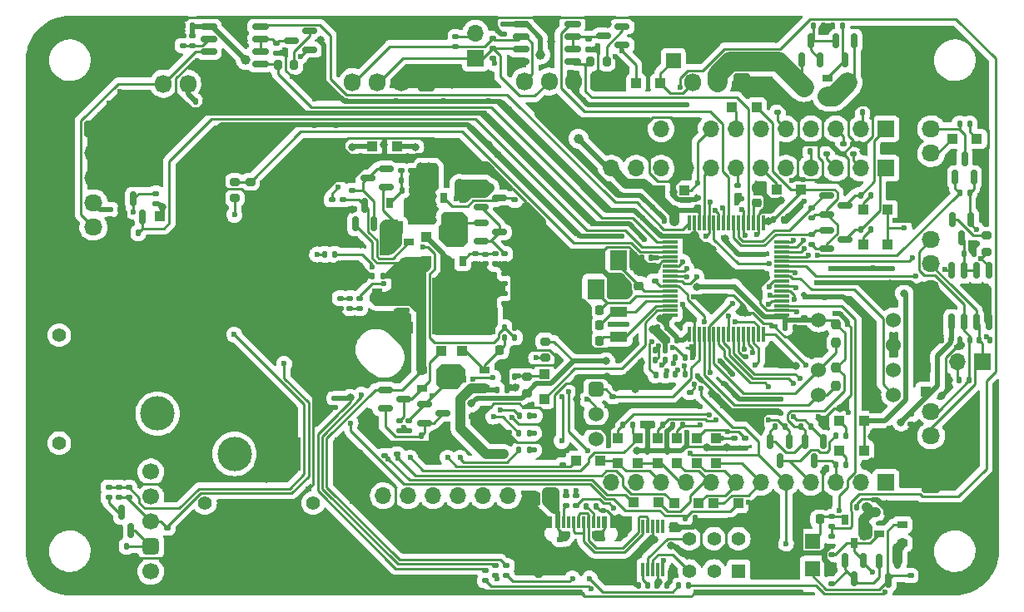
<source format=gbr>
%TF.GenerationSoftware,KiCad,Pcbnew,(6.0.11)*%
%TF.CreationDate,2024-02-29T08:23:56+09:00*%
%TF.ProjectId,Mother_Ctrl,4d6f7468-6572-45f4-9374-726c2e6b6963,rev?*%
%TF.SameCoordinates,Original*%
%TF.FileFunction,Copper,L2,Bot*%
%TF.FilePolarity,Positive*%
%FSLAX46Y46*%
G04 Gerber Fmt 4.6, Leading zero omitted, Abs format (unit mm)*
G04 Created by KiCad (PCBNEW (6.0.11)) date 2024-02-29 08:23:56*
%MOMM*%
%LPD*%
G01*
G04 APERTURE LIST*
G04 Aperture macros list*
%AMRoundRect*
0 Rectangle with rounded corners*
0 $1 Rounding radius*
0 $2 $3 $4 $5 $6 $7 $8 $9 X,Y pos of 4 corners*
0 Add a 4 corners polygon primitive as box body*
4,1,4,$2,$3,$4,$5,$6,$7,$8,$9,$2,$3,0*
0 Add four circle primitives for the rounded corners*
1,1,$1+$1,$2,$3*
1,1,$1+$1,$4,$5*
1,1,$1+$1,$6,$7*
1,1,$1+$1,$8,$9*
0 Add four rect primitives between the rounded corners*
20,1,$1+$1,$2,$3,$4,$5,0*
20,1,$1+$1,$4,$5,$6,$7,0*
20,1,$1+$1,$6,$7,$8,$9,0*
20,1,$1+$1,$8,$9,$2,$3,0*%
G04 Aperture macros list end*
%TA.AperFunction,ComponentPad*%
%ADD10RoundRect,0.250000X0.675000X-0.600000X0.675000X0.600000X-0.675000X0.600000X-0.675000X-0.600000X0*%
%TD*%
%TA.AperFunction,ComponentPad*%
%ADD11O,1.850000X1.700000*%
%TD*%
%TA.AperFunction,ComponentPad*%
%ADD12R,1.700000X1.700000*%
%TD*%
%TA.AperFunction,ComponentPad*%
%ADD13O,1.700000X1.700000*%
%TD*%
%TA.AperFunction,ComponentPad*%
%ADD14RoundRect,0.250000X0.600000X0.675000X-0.600000X0.675000X-0.600000X-0.675000X0.600000X-0.675000X0*%
%TD*%
%TA.AperFunction,ComponentPad*%
%ADD15O,1.700000X1.850000*%
%TD*%
%TA.AperFunction,ComponentPad*%
%ADD16C,1.400000*%
%TD*%
%TA.AperFunction,ComponentPad*%
%ADD17R,3.500000X3.500000*%
%TD*%
%TA.AperFunction,ComponentPad*%
%ADD18C,3.500000*%
%TD*%
%TA.AperFunction,ComponentPad*%
%ADD19R,1.400000X1.400000*%
%TD*%
%TA.AperFunction,ComponentPad*%
%ADD20RoundRect,0.381000X-0.381000X-0.381000X0.381000X-0.381000X0.381000X0.381000X-0.381000X0.381000X0*%
%TD*%
%TA.AperFunction,ComponentPad*%
%ADD21C,1.524000*%
%TD*%
%TA.AperFunction,ComponentPad*%
%ADD22RoundRect,0.250000X-0.675000X0.600000X-0.675000X-0.600000X0.675000X-0.600000X0.675000X0.600000X0*%
%TD*%
%TA.AperFunction,ComponentPad*%
%ADD23C,1.700000*%
%TD*%
%TA.AperFunction,ComponentPad*%
%ADD24RoundRect,0.425000X0.425000X0.425000X-0.425000X0.425000X-0.425000X-0.425000X0.425000X-0.425000X0*%
%TD*%
%TA.AperFunction,ComponentPad*%
%ADD25C,2.000000*%
%TD*%
%TA.AperFunction,SMDPad,CuDef*%
%ADD26RoundRect,0.225000X-0.225000X-0.250000X0.225000X-0.250000X0.225000X0.250000X-0.225000X0.250000X0*%
%TD*%
%TA.AperFunction,SMDPad,CuDef*%
%ADD27R,1.000000X0.700000*%
%TD*%
%TA.AperFunction,SMDPad,CuDef*%
%ADD28RoundRect,0.135000X0.135000X0.185000X-0.135000X0.185000X-0.135000X-0.185000X0.135000X-0.185000X0*%
%TD*%
%TA.AperFunction,SMDPad,CuDef*%
%ADD29RoundRect,0.150000X0.150000X-0.587500X0.150000X0.587500X-0.150000X0.587500X-0.150000X-0.587500X0*%
%TD*%
%TA.AperFunction,SMDPad,CuDef*%
%ADD30RoundRect,0.135000X-0.185000X0.135000X-0.185000X-0.135000X0.185000X-0.135000X0.185000X0.135000X0*%
%TD*%
%TA.AperFunction,SMDPad,CuDef*%
%ADD31RoundRect,0.140000X0.170000X-0.140000X0.170000X0.140000X-0.170000X0.140000X-0.170000X-0.140000X0*%
%TD*%
%TA.AperFunction,SMDPad,CuDef*%
%ADD32RoundRect,0.135000X-0.135000X-0.185000X0.135000X-0.185000X0.135000X0.185000X-0.135000X0.185000X0*%
%TD*%
%TA.AperFunction,SMDPad,CuDef*%
%ADD33R,1.800000X1.000000*%
%TD*%
%TA.AperFunction,SMDPad,CuDef*%
%ADD34RoundRect,0.237500X-0.237500X0.250000X-0.237500X-0.250000X0.237500X-0.250000X0.237500X0.250000X0*%
%TD*%
%TA.AperFunction,SMDPad,CuDef*%
%ADD35RoundRect,0.150000X-0.150000X0.587500X-0.150000X-0.587500X0.150000X-0.587500X0.150000X0.587500X0*%
%TD*%
%TA.AperFunction,SMDPad,CuDef*%
%ADD36RoundRect,0.225000X-0.250000X0.225000X-0.250000X-0.225000X0.250000X-0.225000X0.250000X0.225000X0*%
%TD*%
%TA.AperFunction,SMDPad,CuDef*%
%ADD37R,1.000000X1.000000*%
%TD*%
%TA.AperFunction,SMDPad,CuDef*%
%ADD38RoundRect,0.150000X0.587500X0.150000X-0.587500X0.150000X-0.587500X-0.150000X0.587500X-0.150000X0*%
%TD*%
%TA.AperFunction,SMDPad,CuDef*%
%ADD39RoundRect,0.140000X-0.140000X-0.170000X0.140000X-0.170000X0.140000X0.170000X-0.140000X0.170000X0*%
%TD*%
%TA.AperFunction,SMDPad,CuDef*%
%ADD40RoundRect,0.150000X-0.150000X0.675000X-0.150000X-0.675000X0.150000X-0.675000X0.150000X0.675000X0*%
%TD*%
%TA.AperFunction,SMDPad,CuDef*%
%ADD41RoundRect,0.200000X0.275000X-0.200000X0.275000X0.200000X-0.275000X0.200000X-0.275000X-0.200000X0*%
%TD*%
%TA.AperFunction,SMDPad,CuDef*%
%ADD42RoundRect,0.150000X-0.587500X-0.150000X0.587500X-0.150000X0.587500X0.150000X-0.587500X0.150000X0*%
%TD*%
%TA.AperFunction,SMDPad,CuDef*%
%ADD43RoundRect,0.140000X-0.170000X0.140000X-0.170000X-0.140000X0.170000X-0.140000X0.170000X0.140000X0*%
%TD*%
%TA.AperFunction,SMDPad,CuDef*%
%ADD44RoundRect,0.140000X0.140000X0.170000X-0.140000X0.170000X-0.140000X-0.170000X0.140000X-0.170000X0*%
%TD*%
%TA.AperFunction,SMDPad,CuDef*%
%ADD45R,0.300000X1.400000*%
%TD*%
%TA.AperFunction,SMDPad,CuDef*%
%ADD46R,0.700000X1.000000*%
%TD*%
%TA.AperFunction,SMDPad,CuDef*%
%ADD47RoundRect,0.075000X-0.700000X-0.075000X0.700000X-0.075000X0.700000X0.075000X-0.700000X0.075000X0*%
%TD*%
%TA.AperFunction,SMDPad,CuDef*%
%ADD48RoundRect,0.075000X-0.075000X-0.700000X0.075000X-0.700000X0.075000X0.700000X-0.075000X0.700000X0*%
%TD*%
%TA.AperFunction,SMDPad,CuDef*%
%ADD49RoundRect,0.200000X-0.275000X0.200000X-0.275000X-0.200000X0.275000X-0.200000X0.275000X0.200000X0*%
%TD*%
%TA.AperFunction,SMDPad,CuDef*%
%ADD50RoundRect,0.135000X0.185000X-0.135000X0.185000X0.135000X-0.185000X0.135000X-0.185000X-0.135000X0*%
%TD*%
%TA.AperFunction,SMDPad,CuDef*%
%ADD51RoundRect,0.150000X0.675000X0.150000X-0.675000X0.150000X-0.675000X-0.150000X0.675000X-0.150000X0*%
%TD*%
%TA.AperFunction,SMDPad,CuDef*%
%ADD52R,1.800000X2.100000*%
%TD*%
%TA.AperFunction,SMDPad,CuDef*%
%ADD53RoundRect,0.250000X-0.250000X-0.475000X0.250000X-0.475000X0.250000X0.475000X-0.250000X0.475000X0*%
%TD*%
%TA.AperFunction,SMDPad,CuDef*%
%ADD54RoundRect,0.200000X0.200000X0.275000X-0.200000X0.275000X-0.200000X-0.275000X0.200000X-0.275000X0*%
%TD*%
%TA.AperFunction,SMDPad,CuDef*%
%ADD55R,1.500000X1.500000*%
%TD*%
%TA.AperFunction,SMDPad,CuDef*%
%ADD56R,2.200000X1.200000*%
%TD*%
%TA.AperFunction,SMDPad,CuDef*%
%ADD57R,6.400000X5.800000*%
%TD*%
%TA.AperFunction,SMDPad,CuDef*%
%ADD58R,0.600000X1.240000*%
%TD*%
%TA.AperFunction,SMDPad,CuDef*%
%ADD59R,0.300000X1.240000*%
%TD*%
%TA.AperFunction,ComponentPad*%
%ADD60O,1.000000X1.800000*%
%TD*%
%TA.AperFunction,ComponentPad*%
%ADD61O,1.000000X2.100000*%
%TD*%
%TA.AperFunction,SMDPad,CuDef*%
%ADD62RoundRect,0.225000X0.225000X0.250000X-0.225000X0.250000X-0.225000X-0.250000X0.225000X-0.250000X0*%
%TD*%
%TA.AperFunction,ViaPad*%
%ADD63C,0.600000*%
%TD*%
%TA.AperFunction,ViaPad*%
%ADD64C,0.800000*%
%TD*%
%TA.AperFunction,ViaPad*%
%ADD65C,1.000000*%
%TD*%
%TA.AperFunction,Conductor*%
%ADD66C,0.250000*%
%TD*%
%TA.AperFunction,Conductor*%
%ADD67C,0.500000*%
%TD*%
%TA.AperFunction,Conductor*%
%ADD68C,1.000000*%
%TD*%
%TA.AperFunction,Conductor*%
%ADD69C,2.000000*%
%TD*%
G04 APERTURE END LIST*
D10*
%TO.P,J10,1,Pin_1*%
%TO.N,GND*%
X193650000Y-124320000D03*
D11*
%TO.P,J10,2,Pin_2*%
X193650000Y-121820000D03*
%TO.P,J10,3,Pin_3*%
%TO.N,RS485a_A*%
X193650000Y-119320000D03*
%TO.P,J10,4,Pin_4*%
%TO.N,RS485a_B*%
X193650000Y-116820000D03*
%TD*%
D12*
%TO.P,J16,1,Pin_1*%
%TO.N,LEDTape1_H*%
X189050000Y-92070000D03*
D13*
%TO.P,J16,2,Pin_2*%
%TO.N,Tact_SW2*%
X186510000Y-92070000D03*
%TO.P,J16,3,Pin_3*%
%TO.N,Tact_SW0*%
X183970000Y-92070000D03*
%TO.P,J16,4,Pin_4*%
%TO.N,Tact_SW1*%
X181430000Y-92070000D03*
%TO.P,J16,5,Pin_5*%
%TO.N,MonitorLED0*%
X178890000Y-92070000D03*
%TO.P,J16,6,Pin_6*%
%TO.N,Sensor3*%
X176350000Y-92070000D03*
%TO.P,J16,7,Pin_7*%
%TO.N,Conn_Detect*%
X173810000Y-92070000D03*
%TO.P,J16,8,Pin_8*%
%TO.N,DAC*%
X171270000Y-92070000D03*
%TO.P,J16,9,Pin_9*%
%TO.N,GND*%
X168730000Y-92070000D03*
%TO.P,J16,10,Pin_10*%
%TO.N,+5V*%
X166190000Y-92070000D03*
%TO.P,J16,11,Pin_11*%
%TO.N,VCC*%
X163650000Y-92070000D03*
%TO.P,J16,12,Pin_12*%
%TO.N,+3.3V*%
X161110000Y-92070000D03*
%TD*%
D14*
%TO.P,J6,1,Pin_1*%
%TO.N,GND*%
X187650000Y-83370000D03*
D15*
%TO.P,J6,2,Pin_2*%
%TO.N,Net-(J6-Pad2)*%
X185150000Y-83370000D03*
%TD*%
D16*
%TO.P,J2,*%
%TO.N,*%
X119800000Y-126170000D03*
X130800000Y-126170000D03*
D17*
%TO.P,J2,1,Pin_1*%
%TO.N,GND*%
X127800000Y-121170000D03*
D18*
%TO.P,J2,2,Pin_2*%
%TO.N,/12VBAT*%
X122800000Y-121170000D03*
%TD*%
D14*
%TO.P,J12,1,Pin_1*%
%TO.N,GND*%
X159790000Y-83260000D03*
D15*
%TO.P,J12,2,Pin_2*%
X157290000Y-83260000D03*
%TO.P,J12,3,Pin_3*%
%TO.N,RS485b_A*%
X154790000Y-83260000D03*
%TO.P,J12,4,Pin_4*%
%TO.N,RS485b_B*%
X152290000Y-83260000D03*
%TD*%
D19*
%TO.P,SW4,1,A*%
%TO.N,STLinkTX*%
X174070000Y-133100000D03*
D16*
%TO.P,SW4,2,B*%
%TO.N,MainRX1_F446WriteTX*%
X171570000Y-133100000D03*
%TO.P,SW4,3,C*%
%TO.N,F446USBTX*%
X169070000Y-133100000D03*
%TO.P,SW4,4,A*%
%TO.N,STLinkRX*%
X174070000Y-129800000D03*
%TO.P,SW4,5,B*%
%TO.N,MainTX1_F446WriteRX*%
X171570000Y-129800000D03*
%TO.P,SW4,6,C*%
%TO.N,F446USBRX*%
X169070000Y-129800000D03*
%TD*%
D12*
%TO.P,JP1,1,A*%
%TO.N,RS485a_A*%
X198825000Y-111810000D03*
D13*
%TO.P,JP1,2,B*%
%TO.N,Net-(JP1-Pad2)*%
X196285000Y-111810000D03*
%TD*%
D14*
%TO.P,J14,1,Pin_1*%
%TO.N,GND*%
X125550000Y-83470000D03*
D15*
%TO.P,J14,2,Pin_2*%
X123050000Y-83470000D03*
%TO.P,J14,3,Pin_3*%
X120550000Y-83470000D03*
%TO.P,J14,4,Pin_4*%
%TO.N,Vdrive*%
X118050000Y-83470000D03*
%TO.P,J14,5,Pin_5*%
%TO.N,RS485_Arm*%
X115550000Y-83470000D03*
%TD*%
D10*
%TO.P,J7,1,Pin_1*%
%TO.N,GND*%
X193650000Y-93070000D03*
D11*
%TO.P,J7,2,Pin_2*%
%TO.N,+5V*%
X193650000Y-90570000D03*
%TO.P,J7,3,Pin_3*%
%TO.N,LEDTape0_H*%
X193650000Y-88070000D03*
%TD*%
D12*
%TO.P,J15,1,Pin_1*%
%TO.N,LEDTape2_H*%
X189050000Y-88070000D03*
D13*
%TO.P,J15,2,Pin_2*%
%TO.N,Slide_SW1*%
X186510000Y-88070000D03*
%TO.P,J15,3,Pin_3*%
%TO.N,Slide_SW2*%
X183970000Y-88070000D03*
%TO.P,J15,4,Pin_4*%
%TO.N,BOOT0*%
X181430000Y-88070000D03*
%TO.P,J15,5,Pin_5*%
%TO.N,Volume*%
X178890000Y-88070000D03*
%TO.P,J15,6,Pin_6*%
%TO.N,MonitorLED1*%
X176350000Y-88070000D03*
%TO.P,J15,7,Pin_7*%
%TO.N,Sensor1*%
X173810000Y-88070000D03*
%TO.P,J15,8,Pin_8*%
%TO.N,Sensor2*%
X171270000Y-88070000D03*
%TO.P,J15,9,Pin_9*%
%TO.N,GND*%
X168730000Y-88070000D03*
%TO.P,J15,10,Pin_10*%
%TO.N,+5V*%
X166190000Y-88070000D03*
%TO.P,J15,11,Pin_11*%
%TO.N,GND*%
X163650000Y-88070000D03*
%TO.P,J15,12,Pin_12*%
X161110000Y-88070000D03*
%TD*%
D16*
%TO.P,J1,*%
%TO.N,*%
X104975000Y-109070000D03*
X104975000Y-120070000D03*
D17*
%TO.P,J1,1,Pin_1*%
%TO.N,GND*%
X114975000Y-112070000D03*
D18*
%TO.P,J1,2,Pin_2*%
%TO.N,/12VBAT*%
X114975000Y-117070000D03*
%TD*%
D12*
%TO.P,JP2,1,A*%
%TO.N,RS485b_A*%
X147300000Y-80845001D03*
D13*
%TO.P,JP2,2,B*%
%TO.N,Net-(JP2-Pad2)*%
X147300000Y-78305001D03*
%TD*%
D14*
%TO.P,J11,1,Pin_1*%
%TO.N,GND*%
X142290000Y-83310000D03*
D15*
%TO.P,J11,2,Pin_2*%
X139790000Y-83310000D03*
%TO.P,J11,3,Pin_3*%
%TO.N,RS485b_A*%
X137290000Y-83310000D03*
%TO.P,J11,4,Pin_4*%
%TO.N,RS485b_B*%
X134790000Y-83310000D03*
%TD*%
D20*
%TO.P,SW5,1,A*%
%TO.N,Slide_SW0*%
X159550000Y-114570000D03*
D21*
%TO.P,SW5,2,B*%
%TO.N,+3.3V*%
X159550000Y-117110000D03*
%TO.P,SW5,3,C*%
%TO.N,unconnected-(SW5-Pad3)*%
X159550000Y-119650000D03*
%TD*%
D14*
%TO.P,J8,1,Pin_1*%
%TO.N,GND*%
X174400000Y-83370000D03*
D15*
%TO.P,J8,2,Pin_2*%
%TO.N,+5V*%
X171900000Y-83370000D03*
%TO.P,J8,3,Pin_3*%
%TO.N,Sensor0*%
X169400000Y-83370000D03*
%TD*%
D22*
%TO.P,J13,1,Pin_1*%
%TO.N,GND*%
X108450000Y-88070000D03*
D11*
%TO.P,J13,2,Pin_2*%
X108450000Y-90570000D03*
%TO.P,J13,3,Pin_3*%
X108450000Y-93070000D03*
%TO.P,J13,4,Pin_4*%
%TO.N,Vdrive*%
X108450000Y-95570000D03*
%TO.P,J13,5,Pin_5*%
%TO.N,RS485_Arm*%
X108450000Y-98070000D03*
%TD*%
D10*
%TO.P,J9,1,Pin_1*%
%TO.N,GND*%
X193650000Y-106820000D03*
D11*
%TO.P,J9,2,Pin_2*%
X193650000Y-104320000D03*
%TO.P,J9,3,Pin_3*%
%TO.N,RS485a_A*%
X193650000Y-101820000D03*
%TO.P,J9,4,Pin_4*%
%TO.N,RS485a_B*%
X193650000Y-99320000D03*
%TD*%
D12*
%TO.P,J17,1,Pin_1*%
%TO.N,I2C1_SDA*%
X189050000Y-124070000D03*
D13*
%TO.P,J17,2,Pin_2*%
%TO.N,I2C1_SCL*%
X186510000Y-124070000D03*
%TO.P,J17,3,Pin_3*%
%TO.N,NeoPixel_H*%
X183970000Y-124070000D03*
%TO.P,J17,4,Pin_4*%
%TO.N,LEDTape3_H*%
X181430000Y-124070000D03*
%TO.P,J17,5,Pin_5*%
%TO.N,NRST*%
X178890000Y-124070000D03*
%TO.P,J17,6,Pin_6*%
%TO.N,DIP_SW0*%
X176350000Y-124070000D03*
%TO.P,J17,7,Pin_7*%
%TO.N,DIP_SW1*%
X173810000Y-124070000D03*
%TO.P,J17,8,Pin_8*%
%TO.N,DIP_SW2*%
X171270000Y-124070000D03*
%TO.P,J17,9,Pin_9*%
%TO.N,DIP_SW3*%
X168730000Y-124070000D03*
%TO.P,J17,10,Pin_10*%
%TO.N,DIP_SW4*%
X166190000Y-124070000D03*
%TO.P,J17,11,Pin_11*%
%TO.N,PRG*%
X163650000Y-124070000D03*
%TO.P,J17,12,Pin_12*%
%TO.N,RST*%
X161110000Y-124070000D03*
%TD*%
D12*
%TO.P,J4,1,Pin_1*%
%TO.N,GND*%
X135400000Y-125420000D03*
D13*
%TO.P,J4,2,Pin_2*%
%TO.N,TweWriteRX_TweTX0*%
X137940000Y-125420000D03*
%TO.P,J4,3,Pin_3*%
%TO.N,PRG*%
X140480000Y-125420000D03*
%TO.P,J4,4,Pin_4*%
%TO.N,TweWriteTX_TweRX0*%
X143020000Y-125420000D03*
%TO.P,J4,5,Pin_5*%
%TO.N,RST*%
X145560000Y-125420000D03*
%TO.P,J4,6,Pin_6*%
%TO.N,unconnected-(J4-Pad6)*%
X148100000Y-125420000D03*
%TO.P,J4,7,Pin_7*%
%TO.N,SET*%
X150640000Y-125420000D03*
%TD*%
D21*
%TO.P,U5,2,GND*%
%TO.N,GND*%
X182209999Y-110050002D03*
X189829999Y-110050002D03*
%TO.P,U5,3,VDD*%
%TO.N,+3.3V*%
X182209999Y-107510002D03*
%TO.P,U5,11,~{RESET}*%
%TO.N,Gyro_RST*%
X189829999Y-115130002D03*
%TO.P,U5,14,INT*%
%TO.N,unconnected-(U5-Pad14)*%
X189829999Y-112590002D03*
%TO.P,U5,19,COM1*%
%TO.N,I2C1_SCL*%
X182209999Y-115130002D03*
%TO.P,U5,20,COM0*%
%TO.N,I2C1_SDA*%
X182209999Y-112590002D03*
%TO.P,U5,28,VDDIO*%
%TO.N,unconnected-(U5-Pad28)*%
X189829999Y-107510002D03*
%TD*%
D23*
%TO.P,SW1,*%
%TO.N,*%
X114300000Y-122990000D03*
X114300000Y-133150000D03*
D24*
%TO.P,SW1,1,A*%
%TO.N,\u4E3B\u96FB\u6E90\u30B9\u30A4\u30C3\u30C1*%
X114300000Y-130610000D03*
D23*
%TO.P,SW1,2,B*%
%TO.N,/S-S*%
X114300000Y-128070000D03*
%TO.P,SW1,3,C*%
%TO.N,unconnected-(SW1-Pad3)*%
X114300000Y-125530000D03*
%TD*%
D25*
%TO.P,TP5,1,1*%
%TO.N,GND*%
X104900000Y-125970000D03*
%TD*%
D26*
%TO.P,C17,1*%
%TO.N,GND*%
X158365000Y-109630000D03*
%TO.P,C17,2*%
%TO.N,LSE_IN*%
X159915000Y-109630000D03*
%TD*%
D27*
%TO.P,Q9,1,G*%
%TO.N,Net-(Q11-Pad3)*%
X183100000Y-82870000D03*
%TO.P,Q9,2,S*%
%TO.N,Net-(J6-Pad2)*%
X183100000Y-84770000D03*
%TO.P,Q9,3,D*%
%TO.N,+5V*%
X180700000Y-83820000D03*
%TD*%
D28*
%TO.P,R55,1*%
%TO.N,F446_DIP4*%
X162270000Y-118230000D03*
%TO.P,R55,2*%
%TO.N,GND*%
X161250000Y-118230000D03*
%TD*%
D29*
%TO.P,Q2,1,G*%
%TO.N,\u4E3B\u96FB\u6E90\u30B9\u30A4\u30C3\u30C1*%
X112250000Y-129007500D03*
%TO.P,Q2,2,S*%
%TO.N,GND*%
X110350000Y-129007500D03*
%TO.P,Q2,3,D*%
%TO.N,Net-(Q2-Pad3)*%
X111300000Y-127132500D03*
%TD*%
D30*
%TO.P,R46,1*%
%TO.N,GND*%
X183550000Y-133360000D03*
%TO.P,R46,2*%
%TO.N,Net-(Q16-Pad1)*%
X183550000Y-134380000D03*
%TD*%
D31*
%TO.P,C19,1*%
%TO.N,/3.3VSYS*%
X148300000Y-101800000D03*
%TO.P,C19,2*%
%TO.N,Net-(C19-Pad2)*%
X148300000Y-100840000D03*
%TD*%
D32*
%TO.P,R31,1*%
%TO.N,GND*%
X183640000Y-77570000D03*
%TO.P,R31,2*%
%TO.N,Net-(Q11-Pad3)*%
X184660000Y-77570000D03*
%TD*%
D33*
%TO.P,Y2,1,1*%
%TO.N,LSE_OUT*%
X161850000Y-106710000D03*
%TO.P,Y2,2,2*%
%TO.N,LSE_IN*%
X161850000Y-109210000D03*
%TD*%
D30*
%TO.P,R41,1*%
%TO.N,Slide_SW0*%
X161300000Y-115310000D03*
%TO.P,R41,2*%
%TO.N,GND*%
X161300000Y-116330000D03*
%TD*%
%TO.P,R1,1*%
%TO.N,/S-S*%
X115970000Y-128720000D03*
%TO.P,R1,2*%
%TO.N,GND*%
X115970000Y-129740000D03*
%TD*%
D34*
%TO.P,R84,1*%
%TO.N,+3.3V*%
X183990000Y-107997500D03*
%TO.P,R84,2*%
%TO.N,I2C1_SDA*%
X183990000Y-109822500D03*
%TD*%
D30*
%TO.P,R80,1*%
%TO.N,LEDTape2_L*%
X181487500Y-96090000D03*
%TO.P,R80,2*%
%TO.N,+3.3V*%
X181487500Y-97110000D03*
%TD*%
D32*
%TO.P,R27,1*%
%TO.N,GND*%
X136840000Y-103020000D03*
%TO.P,R27,2*%
%TO.N,+5V*%
X137860000Y-103020000D03*
%TD*%
D30*
%TO.P,R13,1*%
%TO.N,VCC*%
X132710000Y-95310000D03*
%TO.P,R13,2*%
%TO.N,GND*%
X132710000Y-96330000D03*
%TD*%
D27*
%TO.P,Q6,1,G*%
%TO.N,Net-(H5-Pad1)*%
X141850000Y-114520000D03*
%TO.P,Q6,2,S*%
%TO.N,+5V*%
X141850000Y-112620000D03*
%TO.P,Q6,3,D*%
%TO.N,/5V_IND*%
X144250000Y-113570000D03*
%TD*%
D35*
%TO.P,Q18,1,B*%
%TO.N,Net-(Q16-Pad1)*%
X188350000Y-132132500D03*
%TO.P,Q18,2,E*%
%TO.N,+3.3V*%
X190250000Y-132132500D03*
%TO.P,Q18,3,C*%
%TO.N,Net-(H8-Pad1)*%
X189300000Y-134007500D03*
%TD*%
D36*
%TO.P,C16,1*%
%TO.N,GND*%
X163930000Y-102485000D03*
%TO.P,C16,2*%
%TO.N,HSE_OUT*%
X163930000Y-104035000D03*
%TD*%
D37*
%TO.P,D10,1,K*%
%TO.N,F446_DIP0*%
X171800000Y-119570000D03*
%TO.P,D10,2,A*%
%TO.N,DIP_SW0*%
X171800000Y-122070000D03*
%TD*%
D35*
%TO.P,Q27,1,G*%
%TO.N,+3.3V*%
X177294500Y-119938750D03*
%TO.P,Q27,2,S*%
%TO.N,LEDTape3_L*%
X179194500Y-119938750D03*
%TO.P,Q27,3,D*%
%TO.N,LEDTape3_H*%
X178244500Y-121813750D03*
%TD*%
D38*
%TO.P,Q32,1,B*%
%TO.N,Net-(Q32-Pad1)*%
X130487500Y-78120000D03*
%TO.P,Q32,2,E*%
%TO.N,+3.3V*%
X130487500Y-80020000D03*
%TO.P,Q32,3,C*%
%TO.N,Net-(Q32-Pad3)*%
X128612500Y-79070000D03*
%TD*%
D35*
%TO.P,Q16,1,B*%
%TO.N,Net-(Q16-Pad1)*%
X184850000Y-132032500D03*
%TO.P,Q16,2,E*%
%TO.N,/3.3V_IND*%
X186750000Y-132032500D03*
%TO.P,Q16,3,C*%
%TO.N,Net-(Q16-Pad1)*%
X185800000Y-133907500D03*
%TD*%
D30*
%TO.P,R99,1*%
%TO.N,Net-(JP2-Pad2)*%
X145290000Y-78690000D03*
%TO.P,R99,2*%
%TO.N,RS485b_B*%
X145290000Y-79710000D03*
%TD*%
D35*
%TO.P,Q11,1,B*%
%TO.N,Net-(Q11-Pad1)*%
X183950000Y-79132500D03*
%TO.P,Q11,2,E*%
%TO.N,Net-(J6-Pad2)*%
X185850000Y-79132500D03*
%TO.P,Q11,3,C*%
%TO.N,Net-(Q11-Pad3)*%
X184900000Y-81007500D03*
%TD*%
D28*
%TO.P,R29,1*%
%TO.N,/5VSYS*%
X140810000Y-93320000D03*
%TO.P,R29,2*%
%TO.N,Net-(C11-Pad2)*%
X139790000Y-93320000D03*
%TD*%
D29*
%TO.P,Q23,1,G*%
%TO.N,+3.3V*%
X198000000Y-93007500D03*
%TO.P,Q23,2,S*%
%TO.N,LEDTape0_L*%
X196100000Y-93007500D03*
%TO.P,Q23,3,D*%
%TO.N,LEDTape0_H*%
X197050000Y-91132500D03*
%TD*%
D39*
%TO.P,C28,1*%
%TO.N,+3.3V*%
X178820000Y-108320000D03*
%TO.P,C28,2*%
%TO.N,GND*%
X179780000Y-108320000D03*
%TD*%
D37*
%TO.P,D11,1,K*%
%TO.N,Twe_DIP0*%
X174040000Y-126210000D03*
%TO.P,D11,2,A*%
%TO.N,DIP_SW0*%
X171540000Y-126210000D03*
%TD*%
D40*
%TO.P,U6,1,RO*%
%TO.N,MainRX6_RS485aTX*%
X195705000Y-102495000D03*
%TO.P,U6,2,~{RE}*%
%TO.N,Net-(Q30-Pad3)*%
X196975000Y-102495000D03*
%TO.P,U6,3,DE*%
X198245000Y-102495000D03*
%TO.P,U6,4,DI*%
%TO.N,MainTX6_RS485aRX*%
X199515000Y-102495000D03*
%TO.P,U6,5,GND*%
%TO.N,GND*%
X199515000Y-107745000D03*
%TO.P,U6,6,A*%
%TO.N,RS485a_A*%
X198245000Y-107745000D03*
%TO.P,U6,7,B*%
%TO.N,RS485a_B*%
X196975000Y-107745000D03*
%TO.P,U6,8,VCC*%
%TO.N,+3.3V*%
X195705000Y-107745000D03*
%TD*%
D37*
%TO.P,D14,1,K*%
%TO.N,F446_DIP2*%
X167800000Y-119570000D03*
%TO.P,D14,2,A*%
%TO.N,DIP_SW2*%
X167800000Y-122070000D03*
%TD*%
D30*
%TO.P,R91,1*%
%TO.N,Net-(Q31-Pad3)*%
X158810000Y-78960000D03*
%TO.P,R91,2*%
%TO.N,GND*%
X158810000Y-79980000D03*
%TD*%
D41*
%TO.P,R3,1*%
%TO.N,+3.3V*%
X152510000Y-114995000D03*
%TO.P,R3,2*%
%TO.N,RST*%
X152510000Y-113345000D03*
%TD*%
D42*
%TO.P,Q22,1,B*%
%TO.N,Net-(Q20-Pad1)*%
X147862500Y-96020000D03*
%TO.P,Q22,2,E*%
%TO.N,+3.3V*%
X147862500Y-94120000D03*
%TO.P,Q22,3,C*%
%TO.N,Net-(Q21-Pad1)*%
X149737500Y-95070000D03*
%TD*%
D43*
%TO.P,C13,1*%
%TO.N,+5V*%
X140300000Y-105590000D03*
%TO.P,C13,2*%
%TO.N,GND*%
X140300000Y-106550000D03*
%TD*%
D44*
%TO.P,C29,1*%
%TO.N,+3.3V*%
X167780000Y-109570000D03*
%TO.P,C29,2*%
%TO.N,GND*%
X166820000Y-109570000D03*
%TD*%
%TO.P,C35,1*%
%TO.N,+3.3V*%
X118530000Y-77570000D03*
%TO.P,C35,2*%
%TO.N,GND*%
X117570000Y-77570000D03*
%TD*%
D32*
%TO.P,R72,1*%
%TO.N,Net-(D29-Pad2)*%
X167950000Y-134590000D03*
%TO.P,R72,2*%
%TO.N,/3.3V_IND*%
X168970000Y-134590000D03*
%TD*%
D45*
%TO.P,U1,1,UD+*%
%TO.N,Net-(J3-PadA6)*%
X164350000Y-128570000D03*
%TO.P,U1,2,UD-*%
%TO.N,Net-(J3-PadA7)*%
X164850000Y-128570000D03*
%TO.P,U1,3,GND*%
%TO.N,GND*%
X165350000Y-128570000D03*
%TO.P,U1,4,~{RTS}*%
%TO.N,unconnected-(U1-Pad4)*%
X165850000Y-128570000D03*
%TO.P,U1,5,~{CTS}*%
%TO.N,unconnected-(U1-Pad5)*%
X166350000Y-128570000D03*
%TO.P,U1,6,TNOW*%
%TO.N,Net-(R11-Pad2)*%
X166350000Y-132970000D03*
%TO.P,U1,7,VCC*%
%TO.N,/5VBUS*%
X165850000Y-132970000D03*
%TO.P,U1,8,TXD*%
%TO.N,F446USBTX*%
X165350000Y-132970000D03*
%TO.P,U1,9,RXD*%
%TO.N,F446USBRX*%
X164850000Y-132970000D03*
%TO.P,U1,10,V3*%
%TO.N,Net-(C5-Pad1)*%
X164350000Y-132970000D03*
%TD*%
D46*
%TO.P,Q19,1,G*%
%TO.N,Net-(C19-Pad2)*%
X146000000Y-101520000D03*
%TO.P,Q19,2,S*%
%TO.N,/3.3VSYS*%
X144100000Y-101520000D03*
%TO.P,Q19,3,D*%
%TO.N,Net-(Q19-Pad3)*%
X145050000Y-99120000D03*
%TD*%
D30*
%TO.P,R61,1*%
%TO.N,Net-(C19-Pad2)*%
X149300000Y-100810000D03*
%TO.P,R61,2*%
%TO.N,GND*%
X149300000Y-101830000D03*
%TD*%
D31*
%TO.P,C27,1*%
%TO.N,NRST*%
X165550000Y-103550000D03*
%TO.P,C27,2*%
%TO.N,GND*%
X165550000Y-102590000D03*
%TD*%
D30*
%TO.P,R23,1*%
%TO.N,Net-(R23-Pad1)*%
X134550000Y-105310000D03*
%TO.P,R23,2*%
%TO.N,Net-(R22-Pad2)*%
X134550000Y-106330000D03*
%TD*%
D37*
%TO.P,H5,1,1*%
%TO.N,Net-(H5-Pad1)*%
X143850000Y-110670000D03*
%TD*%
D47*
%TO.P,U4,1,VBAT*%
%TO.N,+3.3V*%
X167125000Y-107070000D03*
%TO.P,U4,2,PC13*%
%TO.N,TweRST_Sig*%
X167125000Y-106570000D03*
%TO.P,U4,3,PC14*%
%TO.N,LSE_IN*%
X167125000Y-106070000D03*
%TO.P,U4,4,PC15*%
%TO.N,LSE_OUT*%
X167125000Y-105570000D03*
%TO.P,U4,5,PH0*%
%TO.N,HSE_IN*%
X167125000Y-105070000D03*
%TO.P,U4,6,PH1*%
%TO.N,HSE_OUT*%
X167125000Y-104570000D03*
%TO.P,U4,7,NRST*%
%TO.N,NRST*%
X167125000Y-104070000D03*
%TO.P,U4,8,PC0*%
%TO.N,Conn_Detect*%
X167125000Y-103570000D03*
%TO.P,U4,9,PC1*%
%TO.N,Sensor1*%
X167125000Y-103070000D03*
%TO.P,U4,10,PC2*%
%TO.N,Sensor2*%
X167125000Y-102570000D03*
%TO.P,U4,11,PC3*%
%TO.N,Sensor0*%
X167125000Y-102070000D03*
%TO.P,U4,12,VSSA*%
%TO.N,GND*%
X167125000Y-101570000D03*
%TO.P,U4,13,VDDA*%
%TO.N,+3.3V*%
X167125000Y-101070000D03*
%TO.P,U4,14,PA0*%
%TO.N,V_Measure*%
X167125000Y-100570000D03*
%TO.P,U4,15,PA1*%
%TO.N,Servo_SW*%
X167125000Y-100070000D03*
%TO.P,U4,16,PA2*%
%TO.N,MainTX2_ArmRX*%
X167125000Y-99570000D03*
D48*
%TO.P,U4,17,PA3*%
%TO.N,MainRX2_ArmTX*%
X169050000Y-97645000D03*
%TO.P,U4,18,VSS*%
%TO.N,GND*%
X169550000Y-97645000D03*
%TO.P,U4,19,VDD*%
%TO.N,+3.3V*%
X170050000Y-97645000D03*
%TO.P,U4,20,PA4*%
%TO.N,DAC*%
X170550000Y-97645000D03*
%TO.P,U4,21,PA5*%
%TO.N,MonitorLED1*%
X171050000Y-97645000D03*
%TO.P,U4,22,PA6*%
%TO.N,LEDTape0_L*%
X171550000Y-97645000D03*
%TO.P,U4,23,PA7*%
%TO.N,Sensor3*%
X172050000Y-97645000D03*
%TO.P,U4,24,PC4*%
%TO.N,Volume*%
X172550000Y-97645000D03*
%TO.P,U4,25,PC5*%
%TO.N,MainRX3_RS485bTX*%
X173050000Y-97645000D03*
%TO.P,U4,26,PB0*%
%TO.N,LEDTape1_L*%
X173550000Y-97645000D03*
%TO.P,U4,27,PB1*%
%TO.N,LEDTape2_L*%
X174050000Y-97645000D03*
%TO.P,U4,28,PB2*%
%TO.N,MonitorLED0*%
X174550000Y-97645000D03*
%TO.P,U4,29,PB10*%
%TO.N,MainTX3_RS485bRX*%
X175050000Y-97645000D03*
%TO.P,U4,30,VCAP_1*%
%TO.N,Net-(C30-Pad2)*%
X175550000Y-97645000D03*
%TO.P,U4,31,VSS*%
%TO.N,GND*%
X176050000Y-97645000D03*
%TO.P,U4,32,VDD*%
%TO.N,+3.3V*%
X176550000Y-97645000D03*
D47*
%TO.P,U4,33,PB12*%
%TO.N,Tact_SW1*%
X178475000Y-99570000D03*
%TO.P,U4,34,PB13*%
%TO.N,Slide_SW2*%
X178475000Y-100070000D03*
%TO.P,U4,35,PB14*%
%TO.N,Tact_SW0*%
X178475000Y-100570000D03*
%TO.P,U4,36,PB15*%
%TO.N,Slide_SW1*%
X178475000Y-101070000D03*
%TO.P,U4,37,PC6*%
%TO.N,MainTX6_RS485aRX*%
X178475000Y-101570000D03*
%TO.P,U4,38,PC7*%
%TO.N,MainRX6_RS485aTX*%
X178475000Y-102070000D03*
%TO.P,U4,39,PC8*%
%TO.N,Tact_SW2*%
X178475000Y-102570000D03*
%TO.P,U4,40,PC9*%
%TO.N,Gyro_RST*%
X178475000Y-103070000D03*
%TO.P,U4,41,PA8*%
%TO.N,F446_DIP2*%
X178475000Y-103570000D03*
%TO.P,U4,42,PA9*%
%TO.N,MainTX1_F446WriteRX*%
X178475000Y-104070000D03*
%TO.P,U4,43,PA10*%
%TO.N,MainRX1_F446WriteTX*%
X178475000Y-104570000D03*
%TO.P,U4,44,PA11*%
%TO.N,F446_DIP1*%
X178475000Y-105070000D03*
%TO.P,U4,45,PA12*%
%TO.N,F446_DIP0*%
X178475000Y-105570000D03*
%TO.P,U4,46,PA13*%
%TO.N,TMS*%
X178475000Y-106070000D03*
%TO.P,U4,47,VSS*%
%TO.N,GND*%
X178475000Y-106570000D03*
%TO.P,U4,48,VDD*%
%TO.N,+3.3V*%
X178475000Y-107070000D03*
D48*
%TO.P,U4,49,PA14*%
%TO.N,TCK*%
X176550000Y-108995000D03*
%TO.P,U4,50,PA15*%
%TO.N,LED1*%
X176050000Y-108995000D03*
%TO.P,U4,51,PC10*%
%TO.N,F446_DIP3*%
X175550000Y-108995000D03*
%TO.P,U4,52,PC11*%
%TO.N,F446_DIP4*%
X175050000Y-108995000D03*
%TO.P,U4,53,PC12*%
%TO.N,MainTX5_TweRX1*%
X174550000Y-108995000D03*
%TO.P,U4,54,PD2*%
%TO.N,MainRX5_TweTX1*%
X174050000Y-108995000D03*
%TO.P,U4,55,PB3*%
%TO.N,SWO*%
X173550000Y-108995000D03*
%TO.P,U4,56,PB4*%
%TO.N,LED0*%
X173050000Y-108995000D03*
%TO.P,U4,57,PB5*%
%TO.N,NeoPixel_L*%
X172550000Y-108995000D03*
%TO.P,U4,58,PB6*%
%TO.N,LEDTape3_L*%
X172050000Y-108995000D03*
%TO.P,U4,59,PB7*%
%TO.N,I2C1_SDA*%
X171550000Y-108995000D03*
%TO.P,U4,60,BOOT0*%
%TO.N,BOOT0*%
X171050000Y-108995000D03*
%TO.P,U4,61,PB8*%
%TO.N,I2C1_SCL*%
X170550000Y-108995000D03*
%TO.P,U4,62,PB9*%
%TO.N,Slide_SW0*%
X170050000Y-108995000D03*
%TO.P,U4,63,VSS*%
%TO.N,GND*%
X169550000Y-108995000D03*
%TO.P,U4,64,VDD*%
%TO.N,+3.3V*%
X169050000Y-108995000D03*
%TD*%
D37*
%TO.P,D36,1,K*%
%TO.N,+3.3V*%
X163620000Y-83410000D03*
%TO.P,D36,2,A*%
%TO.N,Sensor0*%
X166120000Y-83410000D03*
%TD*%
D31*
%TO.P,C9,1*%
%TO.N,GND*%
X133000000Y-116450000D03*
%TO.P,C9,2*%
%TO.N,+3.3V*%
X133000000Y-115490000D03*
%TD*%
D49*
%TO.P,R8,1*%
%TO.N,V_Measure*%
X124400000Y-93465000D03*
%TO.P,R8,2*%
%TO.N,GND*%
X124400000Y-95115000D03*
%TD*%
D30*
%TO.P,R22,1*%
%TO.N,Net-(MD1-Pad6)*%
X135550000Y-105310000D03*
%TO.P,R22,2*%
%TO.N,Net-(R22-Pad2)*%
X135550000Y-106330000D03*
%TD*%
D49*
%TO.P,R88,1*%
%TO.N,Net-(Q30-Pad1)*%
X199260000Y-98935000D03*
%TO.P,R88,2*%
%TO.N,MainTX6_RS485aRX*%
X199260000Y-100585000D03*
%TD*%
D32*
%TO.P,R62,1*%
%TO.N,Net-(D22-Pad2)*%
X167610000Y-111350000D03*
%TO.P,R62,2*%
%TO.N,LED0*%
X168630000Y-111350000D03*
%TD*%
D50*
%TO.P,R59,1*%
%TO.N,GND*%
X191600000Y-118170000D03*
%TO.P,R59,2*%
%TO.N,+3.3V*%
X191600000Y-117150000D03*
%TD*%
D51*
%TO.P,U8,1,RO*%
%TO.N,MainRX2_ArmTX*%
X125425000Y-77665000D03*
%TO.P,U8,2,~{RE}*%
%TO.N,Net-(Q32-Pad3)*%
X125425000Y-78935000D03*
%TO.P,U8,3,DE*%
X125425000Y-80205000D03*
%TO.P,U8,4,DI*%
%TO.N,MainTX2_ArmRX*%
X125425000Y-81475000D03*
%TO.P,U8,5,GND*%
%TO.N,GND*%
X120175000Y-81475000D03*
%TO.P,U8,6,A*%
%TO.N,RS485_Arm*%
X120175000Y-80205000D03*
%TO.P,U8,7,B*%
%TO.N,Net-(R100-Pad2)*%
X120175000Y-78935000D03*
%TO.P,U8,8,VCC*%
%TO.N,+3.3V*%
X120175000Y-77665000D03*
%TD*%
D39*
%TO.P,C37,1*%
%TO.N,Vdrive*%
X118820000Y-85320000D03*
%TO.P,C37,2*%
%TO.N,GND*%
X119780000Y-85320000D03*
%TD*%
D43*
%TO.P,C32,1*%
%TO.N,+3.3V*%
X180740000Y-107320000D03*
%TO.P,C32,2*%
%TO.N,GND*%
X180740000Y-108280000D03*
%TD*%
D46*
%TO.P,Q15,1,G*%
%TO.N,Net-(C12-Pad2)*%
X184850000Y-127870000D03*
%TO.P,Q15,2,S*%
%TO.N,/3.3VBUS*%
X186750000Y-127870000D03*
%TO.P,Q15,3,D*%
%TO.N,/3.3V_IND*%
X185800000Y-130270000D03*
%TD*%
D28*
%TO.P,R94,1*%
%TO.N,+3.3V*%
X199580000Y-109610000D03*
%TO.P,R94,2*%
%TO.N,RS485a_A*%
X198560000Y-109610000D03*
%TD*%
D52*
%TO.P,Y1,1,1*%
%TO.N,HSE_IN*%
X159580000Y-104380000D03*
%TO.P,Y1,2,2*%
%TO.N,GND*%
X159580000Y-101480000D03*
%TO.P,Y1,3,3*%
%TO.N,HSE_OUT*%
X161880000Y-101480000D03*
%TO.P,Y1,4,4*%
%TO.N,GND*%
X161880000Y-104380000D03*
%TD*%
D37*
%TO.P,D33,1,K*%
%TO.N,Net-(D33-Pad1)*%
X184310000Y-120800000D03*
%TO.P,D33,2,A*%
%TO.N,+5V*%
X186810000Y-120800000D03*
%TD*%
D53*
%TO.P,C3,1*%
%TO.N,GND*%
X153370000Y-125720000D03*
%TO.P,C3,2*%
%TO.N,/5VBUS*%
X155270000Y-125720000D03*
%TD*%
D28*
%TO.P,R66,1*%
%TO.N,Net-(D25-Pad2)*%
X166620000Y-111610000D03*
%TO.P,R66,2*%
%TO.N,MonitorLED0*%
X165600000Y-111610000D03*
%TD*%
D37*
%TO.P,D32,1,K*%
%TO.N,Net-(D32-Pad1)*%
X186737500Y-99820000D03*
%TO.P,D32,2,A*%
%TO.N,+5V*%
X189237500Y-99820000D03*
%TD*%
D27*
%TO.P,Q17,1,G*%
%TO.N,Net-(H8-Pad1)*%
X190750000Y-128370000D03*
%TO.P,Q17,2,S*%
%TO.N,+3.3V*%
X190750000Y-130270000D03*
%TO.P,Q17,3,D*%
%TO.N,/3.3V_IND*%
X188350000Y-129320000D03*
%TD*%
D31*
%TO.P,C25,1*%
%TO.N,+3.3V*%
X169910000Y-96060000D03*
%TO.P,C25,2*%
%TO.N,GND*%
X169910000Y-95100000D03*
%TD*%
D50*
%TO.P,R73,1*%
%TO.N,Net-(D30-Pad2)*%
X148330000Y-134070000D03*
%TO.P,R73,2*%
%TO.N,+3.3V*%
X148330000Y-133050000D03*
%TD*%
D46*
%TO.P,Q10,1,G*%
%TO.N,Net-(C11-Pad2)*%
X138600000Y-95620000D03*
%TO.P,Q10,2,S*%
%TO.N,/5VSYS*%
X140500000Y-95620000D03*
%TO.P,Q10,3,D*%
%TO.N,Net-(Q10-Pad3)*%
X139550000Y-98020000D03*
%TD*%
D51*
%TO.P,U7,1,RO*%
%TO.N,MainRX3_RS485bTX*%
X157165000Y-77435000D03*
%TO.P,U7,2,~{RE}*%
%TO.N,Net-(Q31-Pad3)*%
X157165000Y-78705000D03*
%TO.P,U7,3,DE*%
X157165000Y-79975000D03*
%TO.P,U7,4,DI*%
%TO.N,MainTX3_RS485bRX*%
X157165000Y-81245000D03*
%TO.P,U7,5,GND*%
%TO.N,GND*%
X151915000Y-81245000D03*
%TO.P,U7,6,A*%
%TO.N,RS485b_A*%
X151915000Y-79975000D03*
%TO.P,U7,7,B*%
%TO.N,RS485b_B*%
X151915000Y-78705000D03*
%TO.P,U7,8,VCC*%
%TO.N,+3.3V*%
X151915000Y-77435000D03*
%TD*%
D28*
%TO.P,R19,1*%
%TO.N,Net-(D8-Pad2)*%
X152760000Y-120790000D03*
%TO.P,R19,2*%
%TO.N,Twe_LED2*%
X151740000Y-120790000D03*
%TD*%
D32*
%TO.P,R103,1*%
%TO.N,MonitorLED0*%
X165600000Y-110570000D03*
%TO.P,R103,2*%
%TO.N,GND*%
X166620000Y-110570000D03*
%TD*%
D37*
%TO.P,D35,1,K*%
%TO.N,Net-(D35-Pad1)*%
X184300000Y-117760000D03*
%TO.P,D35,2,A*%
%TO.N,+5V*%
X186800000Y-117760000D03*
%TD*%
D30*
%TO.P,R4,1*%
%TO.N,Net-(C1-Pad2)*%
X110010000Y-124570000D03*
%TO.P,R4,2*%
%TO.N,Net-(Q2-Pad3)*%
X110010000Y-125590000D03*
%TD*%
D50*
%TO.P,R65,1*%
%TO.N,GND*%
X150300000Y-101830000D03*
%TO.P,R65,2*%
%TO.N,Net-(Q20-Pad1)*%
X150300000Y-100810000D03*
%TD*%
D54*
%TO.P,R92,1*%
%TO.N,Net-(Q32-Pad1)*%
X128875000Y-81570000D03*
%TO.P,R92,2*%
%TO.N,MainTX2_ArmRX*%
X127225000Y-81570000D03*
%TD*%
D44*
%TO.P,C2,1*%
%TO.N,RST*%
X151280000Y-113290000D03*
%TO.P,C2,2*%
%TO.N,GND*%
X150320000Y-113290000D03*
%TD*%
%TO.P,C31,1*%
%TO.N,+3.3V*%
X166779999Y-108319999D03*
%TO.P,C31,2*%
%TO.N,GND*%
X165819999Y-108319999D03*
%TD*%
D41*
%TO.P,R7,1*%
%TO.N,VDD*%
X122840000Y-95135000D03*
%TO.P,R7,2*%
%TO.N,V_Measure*%
X122840000Y-93485000D03*
%TD*%
D30*
%TO.P,R44,1*%
%TO.N,+5V*%
X139300001Y-105559999D03*
%TO.P,R44,2*%
%TO.N,GND*%
X139300001Y-106579999D03*
%TD*%
D32*
%TO.P,R90,1*%
%TO.N,Net-(Q30-Pad3)*%
X197000000Y-100760000D03*
%TO.P,R90,2*%
%TO.N,GND*%
X198020000Y-100760000D03*
%TD*%
D35*
%TO.P,Q30,1,B*%
%TO.N,Net-(Q30-Pad1)*%
X195810000Y-97322500D03*
%TO.P,Q30,2,E*%
%TO.N,+3.3V*%
X197710000Y-97322500D03*
%TO.P,Q30,3,C*%
%TO.N,Net-(Q30-Pad3)*%
X196760000Y-99197500D03*
%TD*%
D30*
%TO.P,R86,1*%
%TO.N,Net-(Q28-Pad3)*%
X114800000Y-94640000D03*
%TO.P,R86,2*%
%TO.N,VDD*%
X114800000Y-95660000D03*
%TD*%
%TO.P,R75,1*%
%TO.N,LEDTape1_L*%
X181487500Y-98810000D03*
%TO.P,R75,2*%
%TO.N,+3.3V*%
X181487500Y-99830000D03*
%TD*%
D37*
%TO.P,H4,1,1*%
%TO.N,Net-(C8-Pad2)*%
X145950000Y-110670000D03*
%TD*%
D28*
%TO.P,R81,1*%
%TO.N,LEDTape3_L*%
X178754500Y-118376250D03*
%TO.P,R81,2*%
%TO.N,+3.3V*%
X177734500Y-118376250D03*
%TD*%
D54*
%TO.P,R89,1*%
%TO.N,Net-(Q31-Pad1)*%
X160635000Y-81240000D03*
%TO.P,R89,2*%
%TO.N,MainTX3_RS485bRX*%
X158985000Y-81240000D03*
%TD*%
D42*
%TO.P,Q26,1,G*%
%TO.N,+3.3V*%
X183050000Y-96770000D03*
%TO.P,Q26,2,S*%
%TO.N,LEDTape2_L*%
X183050000Y-94870000D03*
%TO.P,Q26,3,D*%
%TO.N,LEDTape2_H*%
X184925000Y-95820000D03*
%TD*%
D55*
%TO.P,H7,1,1*%
%TO.N,Net-(C12-Pad2)*%
X181550000Y-130070000D03*
%TD*%
D38*
%TO.P,Q12,1,B*%
%TO.N,Net-(Q12-Pad1)*%
X138237500Y-92120000D03*
%TO.P,Q12,2,E*%
%TO.N,Net-(Q10-Pad3)*%
X138237500Y-94020000D03*
%TO.P,Q12,3,C*%
%TO.N,Net-(Q12-Pad1)*%
X136362500Y-93070000D03*
%TD*%
D28*
%TO.P,R28,1*%
%TO.N,GND*%
X182660000Y-77570000D03*
%TO.P,R28,2*%
%TO.N,Net-(Q11-Pad1)*%
X181640000Y-77570000D03*
%TD*%
D30*
%TO.P,R100,1*%
%TO.N,+3.3V*%
X118550000Y-78560000D03*
%TO.P,R100,2*%
%TO.N,Net-(R100-Pad2)*%
X118550000Y-79580000D03*
%TD*%
%TO.P,R26,1*%
%TO.N,GND*%
X140800000Y-91310000D03*
%TO.P,R26,2*%
%TO.N,/5VSYS*%
X140800000Y-92330000D03*
%TD*%
D43*
%TO.P,C36,1*%
%TO.N,Vdrive*%
X110170000Y-96270000D03*
%TO.P,C36,2*%
%TO.N,GND*%
X110170000Y-97230000D03*
%TD*%
D50*
%TO.P,R2,1*%
%TO.N,/S-S*%
X111050000Y-125570000D03*
%TO.P,R2,2*%
%TO.N,Net-(C1-Pad2)*%
X111050000Y-124550000D03*
%TD*%
D28*
%TO.P,R95,1*%
%TO.N,RS485a_B*%
X197630000Y-109620000D03*
%TO.P,R95,2*%
%TO.N,GND*%
X196610000Y-109620000D03*
%TD*%
%TO.P,R67,1*%
%TO.N,Net-(D26-Pad2)*%
X166650000Y-113140000D03*
%TO.P,R67,2*%
%TO.N,MonitorLED1*%
X165630000Y-113140000D03*
%TD*%
D50*
%TO.P,R52,1*%
%TO.N,Twe_DIP2*%
X138110000Y-121320000D03*
%TO.P,R52,2*%
%TO.N,GND*%
X138110000Y-120300000D03*
%TD*%
D32*
%TO.P,R42,1*%
%TO.N,Slide_SW1*%
X186670000Y-86360000D03*
%TO.P,R42,2*%
%TO.N,GND*%
X187690000Y-86360000D03*
%TD*%
D37*
%TO.P,D17,1,K*%
%TO.N,Twe_DIP3*%
X163800000Y-119570000D03*
%TO.P,D17,2,A*%
%TO.N,DIP_SW3*%
X163800000Y-122070000D03*
%TD*%
D31*
%TO.P,C1,1*%
%TO.N,/S-S*%
X112080000Y-125550000D03*
%TO.P,C1,2*%
%TO.N,Net-(C1-Pad2)*%
X112080000Y-124590000D03*
%TD*%
D50*
%TO.P,R45,1*%
%TO.N,GND*%
X183550000Y-132480000D03*
%TO.P,R45,2*%
%TO.N,/3.3V_IND*%
X183550000Y-131460000D03*
%TD*%
D55*
%TO.P,H11,1,1*%
%TO.N,Sensor0*%
X167420000Y-81100000D03*
%TD*%
D37*
%TO.P,D34,1,K*%
%TO.N,Net-(D34-Pad1)*%
X186737500Y-96320000D03*
%TO.P,D34,2,A*%
%TO.N,+5V*%
X189237500Y-96320000D03*
%TD*%
D29*
%TO.P,Q14,1,B*%
%TO.N,Net-(Q12-Pad1)*%
X137000000Y-97757500D03*
%TO.P,Q14,2,E*%
%TO.N,+5V*%
X135100000Y-97757500D03*
%TO.P,Q14,3,C*%
%TO.N,Net-(Q13-Pad1)*%
X136050000Y-95882500D03*
%TD*%
D28*
%TO.P,R9,1*%
%TO.N,\u4E3B\u96FB\u6E90\u30B9\u30A4\u30C3\u30C1*%
X111810000Y-130570000D03*
%TO.P,R9,2*%
%TO.N,GND*%
X110790000Y-130570000D03*
%TD*%
D32*
%TO.P,R21,1*%
%TO.N,Net-(MD1-Pad10)*%
X131980000Y-100840000D03*
%TO.P,R21,2*%
%TO.N,/5VSYS*%
X133000000Y-100840000D03*
%TD*%
D28*
%TO.P,R17,1*%
%TO.N,Net-(D6-Pad2)*%
X152810000Y-117290000D03*
%TO.P,R17,2*%
%TO.N,Twe_LED0*%
X151790000Y-117290000D03*
%TD*%
D42*
%TO.P,Q20,1,B*%
%TO.N,Net-(Q20-Pad1)*%
X147862500Y-99520000D03*
%TO.P,Q20,2,E*%
%TO.N,Net-(Q19-Pad3)*%
X147862500Y-97620000D03*
%TO.P,Q20,3,C*%
%TO.N,Net-(Q20-Pad1)*%
X149737500Y-98570000D03*
%TD*%
D30*
%TO.P,R49,1*%
%TO.N,F446_DIP1*%
X174720000Y-119560000D03*
%TO.P,R49,2*%
%TO.N,GND*%
X174720000Y-120580000D03*
%TD*%
D55*
%TO.P,H8,1,1*%
%TO.N,Net-(H8-Pad1)*%
X181550000Y-132820000D03*
%TD*%
D42*
%TO.P,Q24,1,G*%
%TO.N,+3.3V*%
X183050000Y-100270000D03*
%TO.P,Q24,2,S*%
%TO.N,LEDTape1_L*%
X183050000Y-98370000D03*
%TO.P,Q24,3,D*%
%TO.N,LEDTape1_H*%
X184925000Y-99320000D03*
%TD*%
D50*
%TO.P,R33,1*%
%TO.N,GND*%
X133800000Y-96330000D03*
%TO.P,R33,2*%
%TO.N,Net-(Q13-Pad1)*%
X133800000Y-95310000D03*
%TD*%
%TO.P,R60,1*%
%TO.N,/3.3VSYS*%
X147300000Y-101830000D03*
%TO.P,R60,2*%
%TO.N,Net-(C19-Pad2)*%
X147300000Y-100810000D03*
%TD*%
%TO.P,R58,1*%
%TO.N,GND*%
X150300000Y-105830000D03*
%TO.P,R58,2*%
%TO.N,/3.3VSYS*%
X150300000Y-104810000D03*
%TD*%
D44*
%TO.P,C11,1*%
%TO.N,/5VSYS*%
X140799999Y-94320000D03*
%TO.P,C11,2*%
%TO.N,Net-(C11-Pad2)*%
X139839999Y-94320000D03*
%TD*%
D29*
%TO.P,Q28,1,G*%
%TO.N,Servo_SW*%
X113450000Y-97087500D03*
%TO.P,Q28,2,S*%
%TO.N,GND*%
X111550000Y-97087500D03*
%TO.P,Q28,3,D*%
%TO.N,Net-(Q28-Pad3)*%
X112500000Y-95212500D03*
%TD*%
D50*
%TO.P,R96,1*%
%TO.N,+3.3V*%
X149060000Y-80840000D03*
%TO.P,R96,2*%
%TO.N,RS485b_A*%
X149060000Y-79820000D03*
%TD*%
D56*
%TO.P,U3,1,GND*%
%TO.N,GND*%
X139850001Y-108350000D03*
D57*
%TO.P,U3,2,VO*%
%TO.N,/3.3VSYS*%
X146150001Y-106070000D03*
D56*
%TO.P,U3,3,VI*%
%TO.N,+5V*%
X139850001Y-103790000D03*
%TD*%
D27*
%TO.P,Q4,1,G*%
%TO.N,Net-(C8-Pad2)*%
X148250000Y-112620000D03*
%TO.P,Q4,2,S*%
%TO.N,/5VBUS*%
X148250000Y-114520000D03*
%TO.P,Q4,3,D*%
%TO.N,/5V_IND*%
X145850000Y-113570000D03*
%TD*%
D39*
%TO.P,C4,1*%
%TO.N,/5VBUS*%
X165770000Y-134570000D03*
%TO.P,C4,2*%
%TO.N,GND*%
X166730000Y-134570000D03*
%TD*%
D30*
%TO.P,R43,1*%
%TO.N,Slide_SW2*%
X184730000Y-89560000D03*
%TO.P,R43,2*%
%TO.N,GND*%
X184730000Y-90580000D03*
%TD*%
%TO.P,R47,1*%
%TO.N,F446_DIP0*%
X173660000Y-119550000D03*
%TO.P,R47,2*%
%TO.N,GND*%
X173660000Y-120570000D03*
%TD*%
D50*
%TO.P,R70,1*%
%TO.N,Net-(D27-Pad2)*%
X149370000Y-133560000D03*
%TO.P,R70,2*%
%TO.N,/5V_IND*%
X149370000Y-132540000D03*
%TD*%
%TO.P,R16,1*%
%TO.N,GND*%
X140550000Y-118830000D03*
%TO.P,R16,2*%
%TO.N,/5V_IND*%
X140550000Y-117810000D03*
%TD*%
D32*
%TO.P,R87,1*%
%TO.N,GND*%
X111990000Y-98650000D03*
%TO.P,R87,2*%
%TO.N,Servo_SW*%
X113010000Y-98650000D03*
%TD*%
D50*
%TO.P,R35,1*%
%TO.N,/3.3VSYS*%
X183550000Y-128580000D03*
%TO.P,R35,2*%
%TO.N,Net-(C12-Pad2)*%
X183550000Y-127560000D03*
%TD*%
D32*
%TO.P,R76,1*%
%TO.N,LEDTape0_H*%
X196540000Y-87570000D03*
%TO.P,R76,2*%
%TO.N,Net-(D31-Pad1)*%
X197560000Y-87570000D03*
%TD*%
D30*
%TO.P,R69,1*%
%TO.N,BOOT0*%
X169120000Y-114870000D03*
%TO.P,R69,2*%
%TO.N,GND*%
X169120000Y-115890000D03*
%TD*%
D32*
%TO.P,R82,1*%
%TO.N,LEDTape2_H*%
X186477500Y-94820000D03*
%TO.P,R82,2*%
%TO.N,Net-(D34-Pad1)*%
X187497500Y-94820000D03*
%TD*%
D37*
%TO.P,D5,1,K*%
%TO.N,VCC*%
X136800000Y-89810000D03*
%TO.P,D5,2,A*%
%TO.N,/5VSYS*%
X139300000Y-89810000D03*
%TD*%
D32*
%TO.P,R63,1*%
%TO.N,Net-(D23-Pad2)*%
X167620000Y-113090000D03*
%TO.P,R63,2*%
%TO.N,LED1*%
X168640000Y-113090000D03*
%TD*%
D28*
%TO.P,R10,1*%
%TO.N,GND*%
X159570000Y-126480000D03*
%TO.P,R10,2*%
%TO.N,Net-(J3-PadA5)*%
X158550000Y-126480000D03*
%TD*%
D37*
%TO.P,D12,1,K*%
%TO.N,F446_DIP1*%
X169800000Y-119570000D03*
%TO.P,D12,2,A*%
%TO.N,DIP_SW1*%
X169800000Y-122070000D03*
%TD*%
%TO.P,D37,1,K*%
%TO.N,+3.3V*%
X175900000Y-85890000D03*
%TO.P,D37,2,A*%
%TO.N,Sensor1*%
X173400000Y-85890000D03*
%TD*%
D49*
%TO.P,R5,1*%
%TO.N,+3.3V*%
X154380000Y-109705000D03*
%TO.P,R5,2*%
%TO.N,PRG*%
X154380000Y-111355000D03*
%TD*%
D44*
%TO.P,C6,1*%
%TO.N,/3.3VBUS*%
X187030000Y-126570000D03*
%TO.P,C6,2*%
%TO.N,GND*%
X186070000Y-126570000D03*
%TD*%
%TO.P,C33,1*%
%TO.N,+3.3V*%
X195680000Y-109620000D03*
%TO.P,C33,2*%
%TO.N,GND*%
X194720000Y-109620000D03*
%TD*%
D32*
%TO.P,R77,1*%
%TO.N,LEDTape1_H*%
X186477500Y-98320000D03*
%TO.P,R77,2*%
%TO.N,Net-(D32-Pad1)*%
X187497500Y-98320000D03*
%TD*%
D50*
%TO.P,R57,1*%
%TO.N,GND*%
X191550000Y-134580000D03*
%TO.P,R57,2*%
%TO.N,Net-(H8-Pad1)*%
X191550000Y-133560000D03*
%TD*%
D39*
%TO.P,C26,1*%
%TO.N,+3.3V*%
X177640000Y-97270000D03*
%TO.P,C26,2*%
%TO.N,GND*%
X178600000Y-97270000D03*
%TD*%
D37*
%TO.P,D15,1,K*%
%TO.N,Twe_DIP2*%
X163390000Y-126070000D03*
%TO.P,D15,2,A*%
%TO.N,DIP_SW2*%
X165890000Y-126070000D03*
%TD*%
D28*
%TO.P,R51,1*%
%TO.N,F446_DIP2*%
X168350000Y-118250000D03*
%TO.P,R51,2*%
%TO.N,GND*%
X167330000Y-118250000D03*
%TD*%
D32*
%TO.P,R83,1*%
%TO.N,LEDTape3_H*%
X183959999Y-119290000D03*
%TO.P,R83,2*%
%TO.N,Net-(D35-Pad1)*%
X184979999Y-119290000D03*
%TD*%
%TO.P,R54,1*%
%TO.N,Twe_DIP3*%
X163290000Y-118250000D03*
%TO.P,R54,2*%
%TO.N,GND*%
X164310000Y-118250000D03*
%TD*%
D28*
%TO.P,R12,1*%
%TO.N,GND*%
X150520000Y-114620000D03*
%TO.P,R12,2*%
%TO.N,/5VBUS*%
X149500000Y-114620000D03*
%TD*%
D36*
%TO.P,C30,1*%
%TO.N,GND*%
X175890000Y-94045000D03*
%TO.P,C30,2*%
%TO.N,Net-(C30-Pad2)*%
X175890000Y-95595000D03*
%TD*%
D50*
%TO.P,R40,1*%
%TO.N,Tact_SW2*%
X185730000Y-90580000D03*
%TO.P,R40,2*%
%TO.N,GND*%
X185730000Y-89560000D03*
%TD*%
D37*
%TO.P,D16,1,K*%
%TO.N,F446_DIP3*%
X165800000Y-119570000D03*
%TO.P,D16,2,A*%
%TO.N,DIP_SW3*%
X165800000Y-122070000D03*
%TD*%
D50*
%TO.P,R71,1*%
%TO.N,Net-(D28-Pad2)*%
X150460000Y-133580000D03*
%TO.P,R71,2*%
%TO.N,+5V*%
X150460000Y-132560000D03*
%TD*%
D37*
%TO.P,D9,1,K*%
%TO.N,+5V*%
X137300000Y-104820000D03*
%TO.P,D9,2,A*%
%TO.N,GND*%
X137300000Y-107320000D03*
%TD*%
D29*
%TO.P,Q8,1,B*%
%TO.N,Net-(Q11-Pad1)*%
X182350000Y-81007500D03*
%TO.P,Q8,2,E*%
%TO.N,+5V*%
X180450000Y-81007500D03*
%TO.P,Q8,3,C*%
%TO.N,Net-(Q11-Pad1)*%
X181400000Y-79132500D03*
%TD*%
D32*
%TO.P,R74,1*%
%TO.N,LEDTape0_L*%
X196540000Y-94570000D03*
%TO.P,R74,2*%
%TO.N,+3.3V*%
X197560000Y-94570000D03*
%TD*%
D28*
%TO.P,R53,1*%
%TO.N,F446_DIP3*%
X166310000Y-118250000D03*
%TO.P,R53,2*%
%TO.N,GND*%
X165290000Y-118250000D03*
%TD*%
D37*
%TO.P,D19,1,K*%
%TO.N,Twe_DIP4*%
X157500000Y-121870000D03*
%TO.P,D19,2,A*%
%TO.N,DIP_SW4*%
X160000000Y-121870000D03*
%TD*%
D30*
%TO.P,R24,1*%
%TO.N,Net-(R23-Pad1)*%
X133550000Y-105310000D03*
%TO.P,R24,2*%
%TO.N,GND*%
X133550000Y-106330000D03*
%TD*%
%TO.P,R36,1*%
%TO.N,/3.3VSYS*%
X183550000Y-129560000D03*
%TO.P,R36,2*%
%TO.N,GND*%
X183550000Y-130580000D03*
%TD*%
D43*
%TO.P,C34,1*%
%TO.N,+3.3V*%
X150190000Y-77420000D03*
%TO.P,C34,2*%
%TO.N,GND*%
X150190000Y-78380000D03*
%TD*%
D28*
%TO.P,R14,1*%
%TO.N,/5VSYS*%
X151310000Y-109320000D03*
%TO.P,R14,2*%
%TO.N,Net-(C8-Pad2)*%
X150290000Y-109320000D03*
%TD*%
%TO.P,R39,1*%
%TO.N,Tact_SW1*%
X181330000Y-90330000D03*
%TO.P,R39,2*%
%TO.N,GND*%
X180310000Y-90330000D03*
%TD*%
D32*
%TO.P,R79,1*%
%TO.N,NeoPixel_H*%
X183980000Y-122300000D03*
%TO.P,R79,2*%
%TO.N,Net-(D33-Pad1)*%
X185000000Y-122300000D03*
%TD*%
D46*
%TO.P,Q21,1,G*%
%TO.N,Net-(Q21-Pad1)*%
X144100002Y-95120000D03*
%TO.P,Q21,2,S*%
%TO.N,+3.3V*%
X146000002Y-95120000D03*
%TO.P,Q21,3,D*%
%TO.N,Net-(Q19-Pad3)*%
X145050002Y-97520000D03*
%TD*%
D50*
%TO.P,R97,1*%
%TO.N,RS485b_B*%
X149050000Y-78830000D03*
%TO.P,R97,2*%
%TO.N,GND*%
X149050000Y-77810000D03*
%TD*%
D35*
%TO.P,Q25,1,G*%
%TO.N,+3.3V*%
X180794500Y-119938749D03*
%TO.P,Q25,2,S*%
%TO.N,NeoPixel_L*%
X182694500Y-119938749D03*
%TO.P,Q25,3,D*%
%TO.N,NeoPixel_H*%
X181744500Y-121813749D03*
%TD*%
D37*
%TO.P,D1,1,K*%
%TO.N,VDD*%
X115250000Y-96940000D03*
%TO.P,D1,2,A*%
%TO.N,GND*%
X115250000Y-99440000D03*
%TD*%
D50*
%TO.P,R30,1*%
%TO.N,Net-(C11-Pad2)*%
X139800000Y-92330000D03*
%TO.P,R30,2*%
%TO.N,GND*%
X139800000Y-91310000D03*
%TD*%
D42*
%TO.P,Q7,1,B*%
%TO.N,Net-(Q5-Pad1)*%
X138112500Y-116520000D03*
%TO.P,Q7,2,E*%
%TO.N,+5V*%
X138112500Y-114620000D03*
%TO.P,Q7,3,C*%
%TO.N,Net-(H5-Pad1)*%
X139987500Y-115570000D03*
%TD*%
D28*
%TO.P,R78,1*%
%TO.N,NeoPixel_L*%
X181434500Y-118376250D03*
%TO.P,R78,2*%
%TO.N,+3.3V*%
X180414500Y-118376250D03*
%TD*%
D37*
%TO.P,D31,1,K*%
%TO.N,Net-(D31-Pad1)*%
X198300000Y-89070000D03*
%TO.P,D31,2,A*%
%TO.N,+5V*%
X195800000Y-89070000D03*
%TD*%
D50*
%TO.P,R101,1*%
%TO.N,Net-(R100-Pad2)*%
X117550000Y-79580000D03*
%TO.P,R101,2*%
%TO.N,GND*%
X117550000Y-78560000D03*
%TD*%
D58*
%TO.P,J3,A1,GND*%
%TO.N,GND*%
X161250000Y-128145000D03*
%TO.P,J3,A4,VBUS*%
%TO.N,/5VBUS*%
X160450000Y-128145000D03*
D59*
%TO.P,J3,A5,CC1*%
%TO.N,Net-(J3-PadA5)*%
X159300000Y-128145000D03*
%TO.P,J3,A6,D+*%
%TO.N,Net-(J3-PadA6)*%
X158300000Y-128145000D03*
%TO.P,J3,A7,D-*%
%TO.N,Net-(J3-PadA7)*%
X157800000Y-128145000D03*
%TO.P,J3,A8,SBU1*%
%TO.N,unconnected-(J3-PadA8)*%
X156800000Y-128145000D03*
D58*
%TO.P,J3,A9,VBUS*%
%TO.N,/5VBUS*%
X155650000Y-128145000D03*
%TO.P,J3,A12,GND*%
%TO.N,GND*%
X154850000Y-128145000D03*
%TO.P,J3,B1,GND*%
X154850000Y-128145000D03*
%TO.P,J3,B4,VBUS*%
%TO.N,/5VBUS*%
X155650000Y-128145000D03*
D59*
%TO.P,J3,B5,CC2*%
%TO.N,Net-(J3-PadB5)*%
X156300000Y-128145000D03*
%TO.P,J3,B6,D+*%
%TO.N,Net-(J3-PadA6)*%
X157300000Y-128145000D03*
%TO.P,J3,B7,D-*%
%TO.N,Net-(J3-PadA7)*%
X158800000Y-128145000D03*
%TO.P,J3,B8,SBU2*%
%TO.N,unconnected-(J3-PadB8)*%
X159800000Y-128145000D03*
D58*
%TO.P,J3,B9,VBUS*%
%TO.N,/5VBUS*%
X160450000Y-128145000D03*
%TO.P,J3,B12,GND*%
%TO.N,GND*%
X161250000Y-128145000D03*
D60*
%TO.P,J3,S1,SHIELD*%
X153730000Y-132945000D03*
D61*
X162370000Y-128745000D03*
D60*
X162370000Y-132945000D03*
D61*
X153730000Y-128745000D03*
%TD*%
D30*
%TO.P,R93,1*%
%TO.N,Net-(Q32-Pad3)*%
X127050000Y-79310000D03*
%TO.P,R93,2*%
%TO.N,GND*%
X127050000Y-80330000D03*
%TD*%
D50*
%TO.P,R38,1*%
%TO.N,Tact_SW0*%
X183030000Y-90580000D03*
%TO.P,R38,2*%
%TO.N,GND*%
X183030000Y-89560000D03*
%TD*%
D37*
%TO.P,D20,1,K*%
%TO.N,+5V*%
X142300000Y-101570000D03*
%TO.P,D20,2,A*%
%TO.N,/3.3VSYS*%
X142300000Y-99070000D03*
%TD*%
D28*
%TO.P,R20,1*%
%TO.N,GND*%
X142810000Y-119320000D03*
%TO.P,R20,2*%
%TO.N,Net-(Q5-Pad1)*%
X141790000Y-119320000D03*
%TD*%
D30*
%TO.P,R102,1*%
%TO.N,Conn_Detect*%
X173930000Y-93810000D03*
%TO.P,R102,2*%
%TO.N,GND*%
X173930000Y-94830000D03*
%TD*%
%TO.P,R32,1*%
%TO.N,GND*%
X134800000Y-93310000D03*
%TO.P,R32,2*%
%TO.N,Net-(Q12-Pad1)*%
X134800000Y-94330000D03*
%TD*%
D37*
%TO.P,D18,1,K*%
%TO.N,F446_DIP4*%
X161800000Y-119570000D03*
%TO.P,D18,2,A*%
%TO.N,DIP_SW4*%
X161800000Y-122070000D03*
%TD*%
D50*
%TO.P,R37,1*%
%TO.N,Volume*%
X178060000Y-86380000D03*
%TO.P,R37,2*%
%TO.N,GND*%
X178060000Y-85360000D03*
%TD*%
D30*
%TO.P,R11,1*%
%TO.N,Net-(D3-Pad2)*%
X157560000Y-125400000D03*
%TO.P,R11,2*%
%TO.N,Net-(R11-Pad2)*%
X157560000Y-126420000D03*
%TD*%
D32*
%TO.P,R15,1*%
%TO.N,/5VSYS*%
X150290000Y-108320000D03*
%TO.P,R15,2*%
%TO.N,GND*%
X151310000Y-108320000D03*
%TD*%
D37*
%TO.P,D21,1,K*%
%TO.N,+3.3V*%
X193060000Y-114840000D03*
%TO.P,D21,2,A*%
%TO.N,GND*%
X193060000Y-112340000D03*
%TD*%
D50*
%TO.P,R50,1*%
%TO.N,Twe_DIP1*%
X139330000Y-121190000D03*
%TO.P,R50,2*%
%TO.N,GND*%
X139330000Y-120170000D03*
%TD*%
D32*
%TO.P,R48,1*%
%TO.N,Twe_DIP0*%
X168620000Y-127690000D03*
%TO.P,R48,2*%
%TO.N,GND*%
X169640000Y-127690000D03*
%TD*%
%TO.P,R98,1*%
%TO.N,Net-(JP1-Pad2)*%
X196510000Y-113660000D03*
%TO.P,R98,2*%
%TO.N,RS485a_B*%
X197530000Y-113660000D03*
%TD*%
D38*
%TO.P,Q31,1,B*%
%TO.N,Net-(Q31-Pad1)*%
X162237500Y-77630000D03*
%TO.P,Q31,2,E*%
%TO.N,+3.3V*%
X162237500Y-79530000D03*
%TO.P,Q31,3,C*%
%TO.N,Net-(Q31-Pad3)*%
X160362500Y-78580000D03*
%TD*%
D50*
%TO.P,R68,1*%
%TO.N,GND*%
X151300000Y-96330000D03*
%TO.P,R68,2*%
%TO.N,Net-(Q21-Pad1)*%
X151300000Y-95310000D03*
%TD*%
%TO.P,R56,1*%
%TO.N,Twe_DIP4*%
X156190000Y-122280000D03*
%TO.P,R56,2*%
%TO.N,GND*%
X156190000Y-121260000D03*
%TD*%
D26*
%TO.P,C12,1*%
%TO.N,GND*%
X180775000Y-127820000D03*
%TO.P,C12,2*%
%TO.N,Net-(C12-Pad2)*%
X182325000Y-127820000D03*
%TD*%
%TO.P,C15,1*%
%TO.N,GND*%
X158365000Y-106530000D03*
%TO.P,C15,2*%
%TO.N,HSE_IN*%
X159915000Y-106530000D03*
%TD*%
D34*
%TO.P,R85,1*%
%TO.N,+3.3V*%
X183980000Y-112367500D03*
%TO.P,R85,2*%
%TO.N,I2C1_SCL*%
X183980000Y-114192500D03*
%TD*%
D37*
%TO.P,D2,1,K*%
%TO.N,TweRST_Sig*%
X154300000Y-115570000D03*
%TO.P,D2,2,A*%
%TO.N,RST*%
X154300000Y-113070000D03*
%TD*%
D30*
%TO.P,R6,1*%
%TO.N,GND*%
X156550000Y-125390000D03*
%TO.P,R6,2*%
%TO.N,Net-(J3-PadB5)*%
X156550000Y-126410000D03*
%TD*%
D26*
%TO.P,C18,1*%
%TO.N,GND*%
X158365000Y-108070000D03*
%TO.P,C18,2*%
%TO.N,LSE_OUT*%
X159915000Y-108070000D03*
%TD*%
D44*
%TO.P,C5,1*%
%TO.N,Net-(C5-Pad1)*%
X164830000Y-134570000D03*
%TO.P,C5,2*%
%TO.N,GND*%
X163870000Y-134570000D03*
%TD*%
D31*
%TO.P,C14,1*%
%TO.N,/3.3VSYS*%
X150300000Y-103800000D03*
%TO.P,C14,2*%
%TO.N,GND*%
X150300000Y-102840000D03*
%TD*%
D27*
%TO.P,Q13,1,G*%
%TO.N,Net-(Q13-Pad1)*%
X140500000Y-99620000D03*
%TO.P,Q13,2,S*%
%TO.N,+5V*%
X140500000Y-101520000D03*
%TO.P,Q13,3,D*%
%TO.N,Net-(Q10-Pad3)*%
X138100000Y-100570000D03*
%TD*%
D42*
%TO.P,Q5,1,B*%
%TO.N,Net-(Q5-Pad1)*%
X142112500Y-118020000D03*
%TO.P,Q5,2,E*%
%TO.N,/5V_IND*%
X142112500Y-116120000D03*
%TO.P,Q5,3,C*%
%TO.N,Net-(Q5-Pad1)*%
X143987500Y-117070000D03*
%TD*%
D37*
%TO.P,D39,1,K*%
%TO.N,+3.3V*%
X180440000Y-94260000D03*
%TO.P,D39,2,A*%
%TO.N,Sensor3*%
X177940000Y-94260000D03*
%TD*%
D50*
%TO.P,R25,1*%
%TO.N,GND*%
X139550000Y-118830000D03*
%TO.P,R25,2*%
%TO.N,Net-(H5-Pad1)*%
X139550000Y-117810000D03*
%TD*%
D28*
%TO.P,R18,1*%
%TO.N,Net-(D7-Pad2)*%
X152760000Y-119040000D03*
%TO.P,R18,2*%
%TO.N,Twe_LED1*%
X151740000Y-119040000D03*
%TD*%
D37*
%TO.P,D38,1,K*%
%TO.N,+3.3V*%
X166090000Y-94310000D03*
%TO.P,D38,2,A*%
%TO.N,Sensor2*%
X168590000Y-94310000D03*
%TD*%
%TO.P,D13,1,K*%
%TO.N,Twe_DIP1*%
X167490000Y-126200000D03*
%TO.P,D13,2,A*%
%TO.N,DIP_SW1*%
X169990000Y-126200000D03*
%TD*%
D44*
%TO.P,C24,1*%
%TO.N,+3.3V*%
X165190000Y-101220000D03*
%TO.P,C24,2*%
%TO.N,GND*%
X164230000Y-101220000D03*
%TD*%
D28*
%TO.P,R34,1*%
%TO.N,GND*%
X189060000Y-127070000D03*
%TO.P,R34,2*%
%TO.N,/3.3VBUS*%
X188040000Y-127070000D03*
%TD*%
D62*
%TO.P,C8,1*%
%TO.N,GND*%
X151325000Y-110570000D03*
%TO.P,C8,2*%
%TO.N,Net-(C8-Pad2)*%
X149775000Y-110570000D03*
%TD*%
D63*
%TO.N,/S-S*%
X127850000Y-111990000D03*
%TO.N,Net-(C1-Pad2)*%
X122770000Y-109020000D03*
%TO.N,RST*%
X151735000Y-113245000D03*
X156106656Y-115303388D03*
X156070000Y-119840000D03*
%TO.N,GND*%
X164800000Y-118570000D03*
D64*
X179130000Y-97020000D03*
X171480000Y-102420000D03*
X161630000Y-114380000D03*
D63*
X176290000Y-135214500D03*
X158280000Y-85110000D03*
D64*
X126140000Y-132640000D03*
D63*
X112290000Y-97680000D03*
D64*
X113200000Y-121190000D03*
X199830000Y-124020000D03*
D63*
X169482665Y-105152665D03*
D64*
X195940000Y-120960000D03*
X145830000Y-130820000D03*
X194890000Y-94600000D03*
D63*
X175880000Y-104450000D03*
D64*
X157750000Y-87160000D03*
D63*
X142660000Y-120110000D03*
D64*
X141720000Y-126880000D03*
X143380000Y-128870000D03*
X112040000Y-79380000D03*
X148640000Y-82550000D03*
D63*
X110000000Y-127560000D03*
X185200000Y-116940000D03*
D64*
X169490000Y-131450000D03*
D63*
X172920000Y-135214500D03*
D64*
X174700000Y-106760000D03*
D63*
X174790000Y-103550000D03*
X176470000Y-118580000D03*
D64*
X105970000Y-83970000D03*
D63*
X162910000Y-103920000D03*
D64*
X179600000Y-77100000D03*
X121200000Y-107370000D03*
D63*
X158090000Y-118900000D03*
D64*
X114090000Y-81020000D03*
D63*
X149620000Y-135244500D03*
D64*
X177960000Y-133090000D03*
X154760000Y-119030000D03*
X189140000Y-126240000D03*
X144890000Y-83590000D03*
D63*
X161510000Y-80710000D03*
X156950000Y-98000000D03*
D64*
X177840000Y-125820000D03*
D63*
X109110000Y-86670000D03*
D64*
X119820000Y-92690000D03*
X128770000Y-116590000D03*
X190540000Y-135080000D03*
X143670000Y-119350000D03*
X133450000Y-107080000D03*
X198880000Y-87560000D03*
D63*
X168400000Y-105960000D03*
X175100000Y-126090000D03*
X140220000Y-120250000D03*
X161050000Y-103260000D03*
X140041950Y-118500313D03*
X160670000Y-116290000D03*
D64*
X150500000Y-107060000D03*
D63*
X162700000Y-107960000D03*
D64*
X154820000Y-121060000D03*
X109300000Y-80910000D03*
X124600000Y-88440000D03*
X162230000Y-83810000D03*
X188840000Y-90100000D03*
X177840000Y-78970000D03*
D63*
X156560000Y-124950000D03*
D64*
X165500000Y-129930000D03*
X155450000Y-85140000D03*
X174730000Y-77910000D03*
X148530000Y-129200000D03*
D63*
X110190000Y-97810000D03*
D64*
X150530000Y-127270000D03*
X177150000Y-83200000D03*
D63*
X173860000Y-95570000D03*
D64*
X192060000Y-104220000D03*
D63*
X111170000Y-96260000D03*
X173700000Y-115140000D03*
D64*
X121600000Y-91780000D03*
D63*
X164140000Y-131060000D03*
D64*
X157750000Y-105620000D03*
X138740000Y-134820000D03*
X193900000Y-109690000D03*
X128900000Y-126440000D03*
D63*
X162350000Y-116320000D03*
X160840000Y-120370000D03*
X187600000Y-116770000D03*
X172188474Y-111721526D03*
X166080000Y-114170000D03*
D64*
X131520000Y-79050000D03*
D63*
X166070000Y-98840000D03*
X163390000Y-134230000D03*
X188530000Y-128180000D03*
X159780000Y-79630000D03*
X158950000Y-108850000D03*
X133260000Y-119740000D03*
D64*
X155990000Y-100790000D03*
X195440000Y-113600000D03*
X127100000Y-84000000D03*
X120560000Y-85970000D03*
X171380000Y-128140000D03*
X148610000Y-89720000D03*
D63*
X197710000Y-99660000D03*
D64*
X175860000Y-130410000D03*
D63*
X134210000Y-85205500D03*
D64*
X139380000Y-107280000D03*
X189450000Y-103810000D03*
X156360000Y-86000000D03*
D63*
X149575000Y-78075000D03*
D64*
X123600000Y-77110000D03*
X136560000Y-91300000D03*
X172660000Y-99250000D03*
D63*
X166810000Y-120250000D03*
X196270000Y-110310000D03*
D64*
X143400000Y-134600000D03*
D63*
X163370000Y-100870000D03*
X146900000Y-117330000D03*
D64*
X192150000Y-97470000D03*
X111430000Y-119380000D03*
D63*
X158990000Y-107300000D03*
X173170000Y-127850000D03*
D64*
X133260000Y-122440000D03*
X114540000Y-134970000D03*
X187630000Y-119430000D03*
X147380000Y-135050000D03*
D63*
X161120000Y-105120000D03*
D64*
X136300000Y-107850000D03*
X139510000Y-77140000D03*
X150690000Y-86090000D03*
D63*
X148620000Y-85184500D03*
D64*
X106920000Y-109820000D03*
X121150000Y-109920000D03*
D63*
X163330000Y-102180000D03*
D64*
X145400000Y-81990000D03*
X121800000Y-90050000D03*
X199120000Y-94690000D03*
X109000000Y-83190000D03*
D63*
X162170000Y-99010000D03*
D64*
X193440000Y-132160000D03*
D63*
X192410000Y-118110000D03*
D64*
X102280000Y-117440000D03*
D63*
X189230000Y-127620000D03*
X162650000Y-105040000D03*
X164580000Y-102910000D03*
X159260000Y-97730000D03*
D64*
X155620000Y-108510000D03*
X133430000Y-101900000D03*
X132190000Y-127610000D03*
X113980000Y-77130000D03*
X160660000Y-113300000D03*
X106520000Y-104340000D03*
X143650000Y-89640000D03*
X188630000Y-105710000D03*
X167370000Y-132850000D03*
D63*
X174560000Y-100860000D03*
D64*
X108570000Y-124810000D03*
X165670000Y-81130000D03*
X133830000Y-97850000D03*
X157590000Y-108620000D03*
D63*
X162820000Y-110690000D03*
D64*
X176040000Y-127790000D03*
X190960000Y-91290000D03*
X122910000Y-85910000D03*
D63*
X164360000Y-85580000D03*
X160400000Y-110630000D03*
D64*
X179960000Y-127710000D03*
D63*
X150850000Y-81550000D03*
D64*
X178400000Y-95380000D03*
D63*
X166511363Y-97438287D03*
D64*
X195400000Y-118500000D03*
X196180000Y-128210000D03*
D63*
X189950000Y-97380000D03*
D64*
X167350000Y-128590000D03*
X193280000Y-80980000D03*
X121890000Y-80710000D03*
X175990000Y-84090000D03*
D63*
X150810000Y-119010000D03*
D64*
X187600000Y-121970000D03*
D63*
X179440500Y-93302113D03*
D64*
X197640000Y-104210000D03*
D63*
X178384500Y-117030000D03*
D64*
X117420000Y-77000000D03*
X192080000Y-120600000D03*
X159550000Y-88860000D03*
X141110000Y-78530000D03*
X192670000Y-113390000D03*
D63*
X161040000Y-107950000D03*
X166130000Y-116300000D03*
X139290000Y-85205500D03*
X196850000Y-110070000D03*
X137950000Y-86454500D03*
X110350000Y-123350000D03*
D64*
X157620000Y-115580000D03*
X126180000Y-85900000D03*
X164130000Y-77020000D03*
X128770000Y-106710000D03*
X132670000Y-77050000D03*
D63*
X167030000Y-79410000D03*
X159580000Y-85620000D03*
X135090000Y-86455500D03*
D64*
X121960000Y-77060000D03*
D63*
X132640000Y-114560000D03*
D64*
X104320000Y-133600000D03*
X120960000Y-88180000D03*
X186320000Y-89680000D03*
X123250000Y-92040000D03*
D63*
X178384500Y-115580000D03*
X111180000Y-84270000D03*
D64*
X157860000Y-100770000D03*
D63*
X144100000Y-85205500D03*
D64*
X153460000Y-105910000D03*
D63*
X175850000Y-94620000D03*
D64*
X195190000Y-86840000D03*
D63*
X128630000Y-82760000D03*
D64*
X177430000Y-96020000D03*
X197820000Y-133960000D03*
X135220000Y-81350000D03*
X172830000Y-120510000D03*
X119410000Y-91060000D03*
D63*
X130400000Y-81610000D03*
X187770000Y-102250000D03*
X178384500Y-112184500D03*
D64*
X162930000Y-113070000D03*
D63*
X185140000Y-107930000D03*
D64*
X186780000Y-90360000D03*
X151900000Y-132950000D03*
D63*
X110020000Y-85470000D03*
D64*
X116740000Y-80630000D03*
X181140000Y-108820000D03*
X114060000Y-99450000D03*
X123720000Y-79110000D03*
X102240000Y-111180000D03*
X160730000Y-77380000D03*
D63*
X167100000Y-134110000D03*
D64*
X135590000Y-99850000D03*
X198130000Y-115730000D03*
X120580000Y-131010000D03*
X177750000Y-127820000D03*
X191810000Y-132040000D03*
D63*
X164800000Y-120220000D03*
X183000000Y-122560000D03*
X152340000Y-125390000D03*
X111170000Y-128620000D03*
D64*
X189550000Y-93870000D03*
X124570000Y-109180000D03*
X119930000Y-89500000D03*
X126420000Y-114340000D03*
X130970000Y-111510000D03*
X118460000Y-93510000D03*
D63*
X172480000Y-116280000D03*
D64*
X155430000Y-77400000D03*
X187160000Y-103940000D03*
X197730000Y-125960000D03*
X147720000Y-91660000D03*
X166710000Y-77220000D03*
X151090000Y-105950000D03*
X116240000Y-125620000D03*
X135540000Y-77140000D03*
X163990000Y-80170000D03*
X102310000Y-130420000D03*
D63*
X169704893Y-135214500D03*
D64*
X140230000Y-130640000D03*
X164540000Y-113710000D03*
D63*
X163750000Y-109900000D03*
D64*
X135500000Y-102010000D03*
X105980000Y-86470000D03*
X154070000Y-77100000D03*
D63*
X180689500Y-93245000D03*
X183030000Y-78280000D03*
X148200000Y-86490000D03*
D64*
X148900000Y-77010000D03*
D63*
X171353229Y-115163229D03*
X157970000Y-135244500D03*
X131150000Y-118040000D03*
D64*
X140230000Y-112750000D03*
X171800000Y-105840000D03*
D63*
X153110000Y-135244500D03*
X128450000Y-87930000D03*
D64*
X192280000Y-108320000D03*
D63*
X133930000Y-120400000D03*
D64*
X196180000Y-83780000D03*
X122780000Y-134980000D03*
X157990000Y-102600000D03*
X154280000Y-98930000D03*
X150790000Y-102310000D03*
X198060000Y-118770000D03*
X137060000Y-117810000D03*
D63*
X113180000Y-124240000D03*
X164640000Y-101980000D03*
D64*
X131300000Y-135100000D03*
X164110000Y-111890000D03*
D63*
X147000000Y-133880000D03*
X169900000Y-113200000D03*
D64*
X171300000Y-79210000D03*
X170340000Y-77190000D03*
X102280000Y-124270000D03*
X106820000Y-119460000D03*
X180110000Y-109220000D03*
X111480000Y-115130000D03*
X192210000Y-94670000D03*
X115910000Y-131990000D03*
D63*
X162680000Y-97760000D03*
D64*
X123560000Y-89630000D03*
X137510000Y-78890000D03*
X154710000Y-117310000D03*
X126030000Y-123710000D03*
D63*
X176140000Y-100860000D03*
D64*
X147070000Y-83160000D03*
X199640000Y-130870000D03*
X110700000Y-107360000D03*
X132320000Y-104830000D03*
X177570000Y-130350000D03*
X136250000Y-118740000D03*
D63*
X164310000Y-97140000D03*
D64*
X157180000Y-131140000D03*
X135690000Y-131400000D03*
X189520000Y-94860000D03*
X118670000Y-127570000D03*
X110110000Y-77300000D03*
X169740000Y-128360000D03*
X155010000Y-79220000D03*
X192300000Y-126830000D03*
D63*
X182400000Y-78280000D03*
D64*
X135940000Y-103380000D03*
X168760000Y-89990000D03*
X152820000Y-100560000D03*
X112680000Y-131960000D03*
X190340000Y-80470000D03*
X170810000Y-120500000D03*
X102730000Y-81210000D03*
D63*
X133160000Y-87704500D03*
X160332938Y-126897062D03*
D64*
X198700000Y-90630000D03*
X102370000Y-99480000D03*
X102430000Y-93800000D03*
X109130000Y-134110000D03*
D63*
X175600000Y-102760000D03*
X182000000Y-103720000D03*
X127870000Y-80060000D03*
X183860000Y-106910000D03*
X130320000Y-124730000D03*
D64*
X192880000Y-134920000D03*
X192010000Y-124210000D03*
X134790000Y-96270000D03*
D63*
X130990000Y-115280000D03*
D64*
X195760000Y-124210000D03*
X150810000Y-131170000D03*
X106460000Y-77820000D03*
D63*
X178384500Y-111124500D03*
D64*
X121350000Y-93590000D03*
X142820000Y-77020000D03*
X139150000Y-91080000D03*
D63*
X119040000Y-81090000D03*
X179940000Y-106710000D03*
X166800000Y-118980000D03*
X165325000Y-96065000D03*
D64*
X124370000Y-107180000D03*
D63*
X130920000Y-85060000D03*
D64*
X186840000Y-122300000D03*
D63*
X180870000Y-105150000D03*
D64*
X121450000Y-126320000D03*
X195570000Y-133910000D03*
X172270000Y-101580000D03*
X165370000Y-108510000D03*
D63*
X189420000Y-120500000D03*
X186800000Y-115960000D03*
D64*
X108760000Y-129160000D03*
D63*
X174370000Y-95220000D03*
D64*
X152770000Y-108250000D03*
X186970000Y-78040000D03*
X163820000Y-78660000D03*
D63*
X170140000Y-116320000D03*
X182157933Y-117407250D03*
D64*
X106450000Y-97640000D03*
X171660000Y-131460000D03*
D63*
X180370000Y-135214500D03*
D64*
X164760000Y-81980000D03*
D63*
X160740000Y-119030000D03*
D64*
X111060000Y-102020000D03*
X127910000Y-123650000D03*
X180150000Y-125780000D03*
X167410000Y-94490000D03*
D63*
X185130000Y-105320000D03*
D64*
X163520000Y-114570000D03*
X187310000Y-107720000D03*
D63*
X180710000Y-95460000D03*
X151001589Y-117418411D03*
X173610000Y-102770000D03*
X141330000Y-120260000D03*
D64*
X102430000Y-87370000D03*
X192160000Y-129400000D03*
X190970000Y-78070000D03*
D63*
X172498229Y-114018229D03*
D64*
X187330000Y-109950000D03*
D63*
X141750000Y-86455500D03*
D64*
X116640000Y-129790000D03*
X133110000Y-109170000D03*
X137260000Y-127790000D03*
D63*
X167930000Y-116300000D03*
X158920000Y-110610000D03*
X182890000Y-105280000D03*
X180810000Y-110280000D03*
D64*
X159720000Y-132380000D03*
X187330000Y-112370000D03*
X128590000Y-98710000D03*
X197960000Y-122020000D03*
D63*
X177011589Y-103191589D03*
D64*
X145700000Y-89730000D03*
D63*
X173491703Y-113024755D03*
X189830000Y-105640000D03*
D64*
X133640000Y-78990000D03*
X175870000Y-133130000D03*
X157660000Y-110500000D03*
D63*
X168800000Y-118990000D03*
D64*
X146580000Y-127780000D03*
X138130000Y-107100000D03*
X145770000Y-77180000D03*
D63*
X150860000Y-82460000D03*
D64*
X198260000Y-105100000D03*
X122860000Y-88300000D03*
D63*
X169300000Y-110270000D03*
D64*
X198790000Y-84760000D03*
D63*
X200200000Y-114110000D03*
X189370000Y-118570000D03*
D64*
X131320000Y-99180000D03*
X199050000Y-97100000D03*
X154600000Y-130400000D03*
X117440000Y-124470000D03*
D63*
X169425500Y-111320000D03*
X157850000Y-117380000D03*
X155830000Y-135244500D03*
D64*
X137550000Y-119830000D03*
X199830000Y-127480000D03*
D63*
X130940000Y-87704500D03*
D64*
X106720000Y-114210000D03*
D63*
X184640000Y-103710000D03*
D64*
X115220000Y-102400000D03*
X129210000Y-104520000D03*
D63*
X167280000Y-114140000D03*
D64*
X155640000Y-104760000D03*
D63*
X189430000Y-122420000D03*
D64*
X124070000Y-128510000D03*
D63*
X132580000Y-116450000D03*
D64*
X112580000Y-82440000D03*
X153550000Y-85880000D03*
X135500000Y-121100000D03*
X102370000Y-105220000D03*
X151330000Y-114390000D03*
D63*
X185640000Y-102260000D03*
D64*
X144990000Y-91800000D03*
D63*
X157900000Y-98950000D03*
D64*
X156320000Y-132530000D03*
X195820000Y-90550000D03*
X167212299Y-130524500D03*
D63*
X164510000Y-99310000D03*
D64*
X149580000Y-90720000D03*
X138060000Y-90880000D03*
X116020000Y-123890000D03*
X130940000Y-107510000D03*
X164190000Y-90350000D03*
X157670000Y-113500000D03*
X162340000Y-82580000D03*
X133310000Y-123990000D03*
X143960000Y-78530000D03*
X158870000Y-77410000D03*
D63*
X145180000Y-86454500D03*
D64*
X198760000Y-81440000D03*
X140310000Y-109650000D03*
D63*
X176520000Y-94130000D03*
D64*
X194700000Y-115210000D03*
X129980000Y-113900000D03*
X184340000Y-116500000D03*
X178090000Y-84040000D03*
D63*
X126030000Y-88020000D03*
D64*
X128310000Y-85920000D03*
X135910000Y-117390000D03*
D63*
X175910000Y-98860000D03*
D64*
X195080000Y-126730000D03*
D63*
X160890000Y-97730000D03*
X156580000Y-120850000D03*
D64*
X103920000Y-78280000D03*
D63*
X108290000Y-99870000D03*
X161820000Y-111670000D03*
X154870000Y-81560000D03*
D64*
X126450000Y-117170000D03*
X115460000Y-106660000D03*
X144310000Y-118390000D03*
D63*
X135990000Y-114070000D03*
D64*
X193420000Y-86090000D03*
X105940000Y-91830000D03*
X133700000Y-81720000D03*
D63*
X132182388Y-83472267D03*
D64*
X174110000Y-131450000D03*
X179920000Y-112230000D03*
D63*
X153960000Y-81780000D03*
D64*
X190390000Y-83940000D03*
X138000000Y-89680000D03*
X131280000Y-95930000D03*
D63*
X162230000Y-85610000D03*
D64*
X130990000Y-131120000D03*
X153490000Y-102250000D03*
X195520000Y-78410000D03*
X163690000Y-120840000D03*
X171430000Y-100380000D03*
D63*
X183460000Y-102260000D03*
X198360000Y-99740000D03*
D64*
X195480000Y-105990000D03*
X140660000Y-81930000D03*
X127010000Y-130140000D03*
X192380000Y-110990000D03*
D63*
X189750000Y-102310000D03*
X200200000Y-119460000D03*
D64*
X152450000Y-110230000D03*
D63*
X168760000Y-85580000D03*
D64*
X149020000Y-83500000D03*
X187200000Y-80590000D03*
X155740000Y-111580000D03*
X179740000Y-133120000D03*
%TO.N,/5VBUS*%
X149329500Y-121270500D03*
X150154675Y-121270500D03*
D63*
X159630000Y-129850000D03*
D64*
X154560000Y-125070000D03*
D63*
X156696133Y-129264502D03*
D64*
X148490500Y-121270500D03*
X165884024Y-134179866D03*
D63*
X156430000Y-129810000D03*
X159424500Y-129280000D03*
D64*
X154570000Y-125900000D03*
D63*
X156080000Y-129300000D03*
D64*
X155380000Y-125070000D03*
D63*
X160250000Y-129830000D03*
X160042052Y-129255946D03*
X155813134Y-129871855D03*
%TO.N,/3.3VBUS*%
X186650000Y-129620000D03*
X187258660Y-129528162D03*
X186850000Y-128420000D03*
X187250000Y-128920000D03*
X186650000Y-129020000D03*
D64*
%TO.N,VCC*%
X134785000Y-89920000D03*
D63*
X133365000Y-93985000D03*
D65*
%TO.N,+3.3V*%
X167510863Y-96400863D03*
D64*
X177060000Y-97430000D03*
D63*
X147150000Y-94570000D03*
X148750000Y-94070000D03*
D64*
X166067593Y-107418367D03*
D63*
X148350000Y-93570000D03*
X149230000Y-81400000D03*
X129499500Y-80674931D03*
X165770000Y-101194500D03*
X145350000Y-95170000D03*
D65*
X167510863Y-97455500D03*
D64*
X190355000Y-130665000D03*
X160590000Y-111735500D03*
X146898373Y-116016555D03*
X146450000Y-94470000D03*
D65*
X123940000Y-81060000D03*
D63*
X173648829Y-104118829D03*
X198230000Y-98310500D03*
D64*
X145650000Y-93670000D03*
X169809680Y-104118829D03*
D63*
X162220000Y-80150000D03*
X147750000Y-93570000D03*
X147150000Y-93570000D03*
D64*
X145650000Y-94470000D03*
D65*
X157779926Y-89064434D03*
D63*
X195705000Y-108815000D03*
D64*
X190250000Y-131470000D03*
D63*
X199301767Y-109239460D03*
D64*
X146450000Y-93670000D03*
D65*
X153899500Y-80511972D03*
D64*
X134565000Y-115455000D03*
D63*
X158609055Y-115630516D03*
X147750000Y-94570000D03*
D64*
X190600000Y-117956522D03*
%TO.N,/5VSYS*%
X141350000Y-94970000D03*
X141350000Y-95770000D03*
X141185000Y-89920000D03*
X142150000Y-93370000D03*
X141350000Y-96570000D03*
X141350000Y-92570000D03*
X142150000Y-97370000D03*
X142950000Y-94170000D03*
X142950000Y-95770000D03*
X142950000Y-93370000D03*
X141350000Y-97370000D03*
X141350000Y-93370000D03*
D63*
X141938251Y-100069501D03*
D64*
X142150000Y-96570000D03*
X142950000Y-97370000D03*
X141750000Y-91870000D03*
X142150000Y-94170000D03*
X142550000Y-91870000D03*
X142150000Y-95770000D03*
D63*
X136832442Y-102141949D03*
D64*
X142150000Y-92570000D03*
X142950000Y-94970000D03*
X142950000Y-96570000D03*
X141350000Y-94170000D03*
X142150000Y-94970000D03*
X142950000Y-92570000D03*
D63*
%TO.N,+5V*%
X190900000Y-98180000D03*
X140850000Y-104870000D03*
X142000501Y-104570000D03*
X140850000Y-105470000D03*
X141450000Y-106070000D03*
X140250000Y-104270000D03*
X140250000Y-104870000D03*
X142000000Y-105770000D03*
D64*
X190900000Y-104800000D03*
D63*
X141450000Y-105470000D03*
X142000501Y-105170000D03*
X142000000Y-106370000D03*
X141450000Y-104270000D03*
X141450000Y-104870000D03*
X140850000Y-104270000D03*
%TO.N,/3.3VSYS*%
X147750500Y-106260000D03*
X168098585Y-83802029D03*
D64*
%TO.N,VDD*%
X115440000Y-96040000D03*
D63*
X122790000Y-96820000D03*
%TO.N,NRST*%
X169109815Y-121108122D03*
X170238411Y-114498411D03*
X170591080Y-107720500D03*
X178890000Y-130300000D03*
%TO.N,Net-(D3-Pad2)*%
X157550000Y-124869500D03*
%TO.N,Net-(D6-Pad2)*%
X153324999Y-117290000D03*
%TO.N,Net-(D7-Pad2)*%
X153274999Y-119040000D03*
%TO.N,Net-(D8-Pad2)*%
X153274999Y-120790000D03*
%TO.N,F446_DIP0*%
X172353731Y-119556269D03*
X177135500Y-105897664D03*
%TO.N,Twe_DIP0*%
X134590000Y-118010000D03*
%TO.N,F446_DIP1*%
X172989561Y-118931769D03*
X177299450Y-104967340D03*
%TO.N,Twe_DIP1*%
X139440000Y-121600000D03*
%TO.N,F446_DIP2*%
X170176123Y-118229500D03*
X177201200Y-104173362D03*
%TO.N,Twe_DIP2*%
X138445500Y-121660000D03*
%TO.N,F446_DIP3*%
X175785500Y-112110500D03*
X171750718Y-117669500D03*
%TO.N,Twe_DIP3*%
X140665000Y-121555000D03*
%TO.N,F446_DIP4*%
X171101407Y-117181407D03*
X175472297Y-110858122D03*
%TO.N,Twe_DIP4*%
X144475000Y-121545000D03*
%TO.N,Net-(D22-Pad2)*%
X167440000Y-111950000D03*
%TO.N,Net-(D23-Pad2)*%
X167886264Y-112613365D03*
%TO.N,Net-(D25-Pad2)*%
X166293830Y-112095500D03*
%TO.N,Net-(D26-Pad2)*%
X166806169Y-112709269D03*
%TO.N,Net-(D27-Pad2)*%
X149500000Y-133900000D03*
%TO.N,Net-(D28-Pad2)*%
X157170000Y-133845000D03*
%TO.N,Net-(D29-Pad2)*%
X158920000Y-133845000D03*
%TO.N,Net-(D30-Pad2)*%
X159100661Y-134908839D03*
%TO.N,Sensor0*%
X168399500Y-101610812D03*
%TO.N,Sensor1*%
X168799495Y-103175500D03*
%TO.N,Sensor2*%
X169925500Y-93614500D03*
X168775364Y-102316453D03*
%TO.N,Sensor3*%
X171675083Y-96372686D03*
%TO.N,PRG*%
X158725000Y-120801822D03*
X156776862Y-114867465D03*
X153485000Y-111395000D03*
X149114052Y-113377845D03*
X147032213Y-113520500D03*
%TO.N,BOOT0*%
X169551858Y-114044500D03*
X173430000Y-105830000D03*
X171174500Y-112900000D03*
%TO.N,TCK*%
X180929607Y-112130393D03*
%TO.N,TMS*%
X184277776Y-126922655D03*
%TO.N,SWO*%
X180305107Y-113510000D03*
%TO.N,Net-(MD1-Pad6)*%
X137990498Y-103858252D03*
%TO.N,Net-(MD1-Pad10)*%
X131200000Y-100860000D03*
%TO.N,/5V_IND*%
X142910000Y-115267055D03*
X135706019Y-115126920D03*
%TO.N,/3.3V_IND*%
X187709502Y-133220000D03*
X188953342Y-135237336D03*
%TO.N,LEDTape0_L*%
X177220904Y-101796750D03*
X182080000Y-100945500D03*
%TO.N,NeoPixel_L*%
X179645500Y-117407750D03*
X179645500Y-114020000D03*
%TO.N,LEDTape3_L*%
X177135500Y-117680000D03*
X177135500Y-114330000D03*
%TO.N,Net-(Q28-Pad3)*%
X112500000Y-96500000D03*
%TO.N,Net-(R11-Pad2)*%
X166435006Y-132024500D03*
X161365000Y-126638178D03*
%TO.N,Twe_LED0*%
X149796419Y-116696419D03*
%TO.N,Twe_LED1*%
X149121419Y-117371419D03*
%TO.N,Twe_LED2*%
X145745000Y-121555000D03*
%TO.N,Volume*%
X172425500Y-96094500D03*
%TO.N,Tact_SW0*%
X180738080Y-100254863D03*
%TO.N,Tact_SW1*%
X179650000Y-99445500D03*
%TO.N,Tact_SW2*%
X179825858Y-102696995D03*
%TO.N,Slide_SW1*%
X181162660Y-100945500D03*
%TO.N,Slide_SW2*%
X180655866Y-99434500D03*
%TO.N,LED0*%
X167388864Y-110331352D03*
X173050000Y-107097081D03*
%TO.N,LED1*%
X173674500Y-107721581D03*
X168582315Y-112195000D03*
%TO.N,MonitorLED0*%
X165889364Y-110166349D03*
X174736505Y-98867658D03*
X174425500Y-96260000D03*
%TO.N,MonitorLED1*%
X165231780Y-109711610D03*
X170720000Y-98960000D03*
X171174787Y-95554787D03*
%TO.N,MainTX6_RS485aRX*%
X198710220Y-101252120D03*
X191775500Y-101170000D03*
%TO.N,Conn_Detect*%
X169778911Y-103125000D03*
%TO.N,MainRX1_F446WriteTX*%
X179747145Y-105443035D03*
%TO.N,MainTX1_F446WriteRX*%
X179874431Y-104245569D03*
%TO.N,MainRX5_TweTX1*%
X174803098Y-111295589D03*
%TO.N,MainTX5_TweRX1*%
X174679647Y-110503005D03*
%TO.N,MainRX6_RS485aTX*%
X195008137Y-102421863D03*
X192080650Y-103020529D03*
%TD*%
D66*
%TO.N,/S-S*%
X115970000Y-128550431D02*
X119375431Y-125145000D01*
X130325000Y-123431396D02*
X130325000Y-115938604D01*
X115320000Y-128070000D02*
X115970000Y-128720000D01*
X128611396Y-125145000D02*
X130325000Y-123431396D01*
X111050000Y-125570000D02*
X111800000Y-125570000D01*
X115970000Y-128720000D02*
X115970000Y-128550431D01*
X119375431Y-125145000D02*
X128611396Y-125145000D01*
X130325000Y-115938604D02*
X127850000Y-113463604D01*
X111800000Y-125570000D02*
X114300000Y-128070000D01*
X127850000Y-113463604D02*
X127850000Y-111990000D01*
X114300000Y-128070000D02*
X115320000Y-128070000D01*
%TO.N,Net-(C1-Pad2)*%
X119189035Y-124695000D02*
X128425000Y-124695000D01*
X128425000Y-124695000D02*
X129875000Y-123245000D01*
X113675000Y-126705000D02*
X117179035Y-126705000D01*
X113125000Y-125625000D02*
X113125000Y-126155000D01*
X112090000Y-124590000D02*
X113125000Y-125625000D01*
X112060000Y-124570000D02*
X112080000Y-124590000D01*
X129875000Y-123245000D02*
X129875000Y-116125000D01*
X112080000Y-124590000D02*
X112090000Y-124590000D01*
X110010000Y-124570000D02*
X112060000Y-124570000D01*
X113125000Y-126155000D02*
X113675000Y-126705000D01*
X117179035Y-126705000D02*
X119189035Y-124695000D01*
X129875000Y-116125000D02*
X122770000Y-109020000D01*
%TO.N,RST*%
X151735000Y-113245000D02*
X154125000Y-113245000D01*
X151690000Y-113290000D02*
X151735000Y-113245000D01*
X156147089Y-115343821D02*
X156147089Y-119762911D01*
X156147089Y-119762911D02*
X156070000Y-119840000D01*
X151280000Y-113290000D02*
X151690000Y-113290000D01*
X156106656Y-115303388D02*
X156147089Y-115343821D01*
X154125000Y-113245000D02*
X154300000Y-113070000D01*
%TO.N,GND*%
X181916701Y-93245000D02*
X182131701Y-93460000D01*
D67*
X173860000Y-94900000D02*
X173930000Y-94830000D01*
X147720000Y-91660000D02*
X148456828Y-91660000D01*
X169900000Y-113322556D02*
X170323722Y-113746278D01*
D66*
X166025000Y-102115000D02*
X166025000Y-101823384D01*
D67*
X175890000Y-94580000D02*
X175850000Y-94620000D01*
X140120000Y-118830000D02*
X140550000Y-118830000D01*
D66*
X149590000Y-76710000D02*
X153680000Y-76710000D01*
D67*
X177030000Y-96420000D02*
X176450000Y-96420000D01*
D66*
X165835000Y-93380000D02*
X167820000Y-93380000D01*
X163220000Y-100970000D02*
X163105000Y-100855000D01*
X185730000Y-89560000D02*
X185730000Y-89280000D01*
X184730000Y-90580000D02*
X184730000Y-90560000D01*
D67*
X178134000Y-116779500D02*
X178384500Y-117030000D01*
D66*
X149410000Y-77580000D02*
X149410000Y-76890000D01*
X183810000Y-116500000D02*
X184340000Y-116500000D01*
D67*
X182590000Y-89560000D02*
X183030000Y-89560000D01*
D66*
X176050000Y-96804315D02*
X176834315Y-96020000D01*
D67*
X198020000Y-100080000D02*
X198360000Y-99740000D01*
X163930000Y-101380000D02*
X163930000Y-101253693D01*
X161880000Y-104090000D02*
X161050000Y-103260000D01*
X140800000Y-91280000D02*
X141320000Y-90760000D01*
D66*
X199450000Y-90030000D02*
X199450000Y-88130000D01*
D67*
X162845406Y-104380000D02*
X163080000Y-104614594D01*
X171353229Y-115163229D02*
X171740673Y-115163229D01*
X199515000Y-107745000D02*
X199515000Y-104335000D01*
X131520000Y-79160000D02*
X131860000Y-79500000D01*
D66*
X179707887Y-93302113D02*
X179765000Y-93245000D01*
D67*
X163080000Y-104614594D02*
X163080000Y-104836828D01*
X151090000Y-102610000D02*
X150790000Y-102310000D01*
D66*
X171380000Y-128140000D02*
X171950000Y-128140000D01*
D67*
X160630000Y-96330000D02*
X150690000Y-86390000D01*
D66*
X155370000Y-116650000D02*
X154710000Y-117310000D01*
X169550000Y-97645000D02*
X169550000Y-98680000D01*
X152050000Y-112080000D02*
X151435000Y-111465000D01*
D67*
X154280000Y-98930000D02*
X154280000Y-97483172D01*
X182210000Y-89560000D02*
X182590000Y-89560000D01*
X196270000Y-110310000D02*
X196610000Y-110310000D01*
X196610000Y-109620000D02*
X196610000Y-109830000D01*
X166730000Y-134480000D02*
X167100000Y-134110000D01*
X198020000Y-100760000D02*
X198020000Y-100080000D01*
X182660000Y-77570000D02*
X183640000Y-77570000D01*
X165819999Y-108319999D02*
X165560001Y-108319999D01*
X164140000Y-131060000D02*
X164140000Y-130780000D01*
X126395000Y-87655000D02*
X121485000Y-87655000D01*
X170015000Y-99455000D02*
X169800000Y-99240000D01*
X141320000Y-90760000D02*
X142530000Y-90760000D01*
D66*
X112680000Y-131960000D02*
X112855000Y-131785000D01*
X163030000Y-76720000D02*
X154450000Y-76720000D01*
X165993384Y-101855000D02*
X164857391Y-101855000D01*
D67*
X160850000Y-118630000D02*
X161250000Y-118230000D01*
D66*
X156556160Y-113970000D02*
X155370000Y-115156160D01*
X175476828Y-106760000D02*
X176566828Y-107850000D01*
X182195000Y-93245000D02*
X182640000Y-92800000D01*
D67*
X160660000Y-113300000D02*
X157870000Y-113300000D01*
X160850000Y-119140000D02*
X160850000Y-119700000D01*
D66*
X182905000Y-131835000D02*
X183550000Y-132480000D01*
X162919997Y-100099997D02*
X160660003Y-100099997D01*
D67*
X138060000Y-90880000D02*
X134480000Y-90880000D01*
X154280000Y-97483172D02*
X152478414Y-95681586D01*
X149855000Y-85255000D02*
X150690000Y-86090000D01*
X167850000Y-93350000D02*
X168730000Y-92470000D01*
X157290000Y-84110000D02*
X158760000Y-85580000D01*
D66*
X180070000Y-109260000D02*
X180110000Y-109220000D01*
D67*
X172498229Y-114018229D02*
X172578229Y-114018229D01*
D66*
X166740000Y-120840000D02*
X163690000Y-120840000D01*
D67*
X189950000Y-97380000D02*
X192060000Y-97380000D01*
X151090000Y-105950000D02*
X151090000Y-102610000D01*
X168800000Y-120280000D02*
X168685000Y-120395000D01*
X196610000Y-109620000D02*
X196610000Y-109970000D01*
X141200000Y-90880000D02*
X141320000Y-90760000D01*
X178430000Y-112230000D02*
X178384500Y-112184500D01*
X151330000Y-114390000D02*
X150750000Y-114390000D01*
D66*
X112855000Y-131785000D02*
X115705000Y-131785000D01*
X163230000Y-100970000D02*
X163220000Y-100970000D01*
X167175000Y-86895000D02*
X168350000Y-88070000D01*
D67*
X164640000Y-101980000D02*
X165610000Y-101980000D01*
X162992703Y-104527297D02*
X163080000Y-104614594D01*
D66*
X182620000Y-122940000D02*
X183000000Y-122560000D01*
X180140000Y-90160000D02*
X180310000Y-90330000D01*
X153860000Y-118160000D02*
X154710000Y-117310000D01*
D67*
X162650000Y-97730000D02*
X162680000Y-97760000D01*
D66*
X165350000Y-129780000D02*
X165500000Y-129930000D01*
D67*
X175890000Y-94045000D02*
X175890000Y-94580000D01*
X134725000Y-93235000D02*
X133035000Y-93235000D01*
X157850000Y-117380000D02*
X157850000Y-117660000D01*
X178384500Y-115580000D02*
X174140000Y-115580000D01*
X153550000Y-86640000D02*
X153550000Y-85880000D01*
D66*
X180775000Y-127820000D02*
X180475000Y-128120000D01*
X169550000Y-108995000D02*
X169550000Y-107520000D01*
D67*
X157290000Y-83260000D02*
X157290000Y-84110000D01*
D66*
X171950000Y-128140000D02*
X172760000Y-128950000D01*
D67*
X167414500Y-130524500D02*
X168340000Y-131450000D01*
X182400000Y-77830000D02*
X182660000Y-77570000D01*
D66*
X170370162Y-113746278D02*
X171740673Y-115116789D01*
D67*
X170895000Y-99845000D02*
X171430000Y-100380000D01*
X189060000Y-126690000D02*
X188190000Y-125820000D01*
D66*
X130775000Y-115495000D02*
X130990000Y-115280000D01*
D67*
X148185000Y-86505000D02*
X148200000Y-86490000D01*
X169140000Y-98970000D02*
X169530000Y-98970000D01*
D66*
X185730000Y-89280000D02*
X185220000Y-88770000D01*
D67*
X166200000Y-98970000D02*
X169140000Y-98970000D01*
X157670000Y-113500000D02*
X157670000Y-117200000D01*
X163500000Y-96330000D02*
X160630000Y-96330000D01*
X163930000Y-101253693D02*
X163930000Y-101270000D01*
D66*
X180065000Y-90065000D02*
X180140000Y-89990000D01*
D67*
X183460000Y-102260000D02*
X189700000Y-102260000D01*
X165480000Y-129930000D02*
X165500000Y-129930000D01*
X128895000Y-86505000D02*
X121095000Y-86505000D01*
X189060000Y-127070000D02*
X189060000Y-126690000D01*
D66*
X176566828Y-107850000D02*
X177382391Y-107850000D01*
X187690000Y-86360000D02*
X187690000Y-88793604D01*
X118225000Y-85955000D02*
X118175000Y-85905000D01*
X180150000Y-125780000D02*
X182120000Y-125780000D01*
D67*
X142530000Y-90760000D02*
X143950000Y-90760000D01*
X163230000Y-102080000D02*
X163230000Y-100970000D01*
X180220000Y-90060000D02*
X180720000Y-89560000D01*
D66*
X184730000Y-90560000D02*
X185730000Y-89560000D01*
D67*
X151435000Y-111465000D02*
X152450000Y-110450000D01*
X174370000Y-95220000D02*
X174210000Y-95220000D01*
X162340000Y-81540000D02*
X161510000Y-80710000D01*
X162760000Y-110630000D02*
X162820000Y-110690000D01*
X148200000Y-86670000D02*
X159260000Y-97730000D01*
X121485000Y-87655000D02*
X120960000Y-88180000D01*
D66*
X153620000Y-119980000D02*
X151550000Y-119980000D01*
D67*
X185140000Y-107687728D02*
X185140000Y-107930000D01*
X174090000Y-100860000D02*
X176140000Y-100860000D01*
D66*
X164140000Y-88070000D02*
X165315000Y-86895000D01*
X178220000Y-85360000D02*
X178775000Y-85915000D01*
X180065000Y-90935000D02*
X180065000Y-90575000D01*
X179440500Y-93302113D02*
X179707887Y-93302113D01*
D67*
X182560000Y-131270000D02*
X180475000Y-131270000D01*
X133965121Y-85255000D02*
X149855000Y-85255000D01*
X184740000Y-105150000D02*
X187310000Y-107720000D01*
X169482665Y-105152665D02*
X171112665Y-105152665D01*
X167410000Y-94820000D02*
X167410000Y-94490000D01*
X169425500Y-111320000D02*
X169425500Y-110395500D01*
D66*
X169550000Y-98990000D02*
X170405000Y-99845000D01*
X170230000Y-130710000D02*
X169490000Y-131450000D01*
D67*
X176850000Y-94930000D02*
X176520000Y-94600000D01*
X163870000Y-134570000D02*
X163730000Y-134570000D01*
X118175000Y-85905000D02*
X116840000Y-84570000D01*
X183550000Y-132480000D02*
X183290000Y-132480000D01*
X175850000Y-94620000D02*
X176500000Y-94620000D01*
X186320000Y-89680000D02*
X185850000Y-89680000D01*
X183290000Y-132480000D02*
X182750000Y-131940000D01*
D66*
X135500000Y-121100000D02*
X135810000Y-121100000D01*
X117800000Y-77000000D02*
X118070000Y-76730000D01*
D67*
X166820000Y-109504386D02*
X165819999Y-108504385D01*
X131620000Y-96270000D02*
X131280000Y-95930000D01*
X172660000Y-99430000D02*
X174090000Y-100860000D01*
X163330000Y-102180000D02*
X163230000Y-102080000D01*
X166010000Y-98840000D02*
X163500000Y-96330000D01*
X158920000Y-110150000D02*
X158920000Y-110610000D01*
D66*
X161250000Y-127510000D02*
X161250000Y-128145000D01*
D67*
X160850000Y-119700000D02*
X160850000Y-118630000D01*
X183030000Y-78280000D02*
X183030000Y-78180000D01*
X149310000Y-77810000D02*
X149050000Y-77810000D01*
X165560001Y-108319999D02*
X165370000Y-108510000D01*
X173491703Y-113024755D02*
X172188474Y-111721526D01*
X166511363Y-97251363D02*
X164090000Y-94830000D01*
D66*
X118070000Y-76730000D02*
X121630000Y-76730000D01*
X180065000Y-90935000D02*
X180065000Y-90065000D01*
X154450000Y-76720000D02*
X154070000Y-77100000D01*
D67*
X186780000Y-90140000D02*
X186320000Y-89680000D01*
D66*
X163330000Y-77020000D02*
X163030000Y-76720000D01*
X178475000Y-106570000D02*
X179800000Y-106570000D01*
X119780000Y-85320000D02*
X119780000Y-85480000D01*
X143650000Y-89640000D02*
X142995000Y-88985000D01*
X169740000Y-128360000D02*
X169740000Y-128620000D01*
D67*
X158920000Y-106310000D02*
X158920000Y-110150000D01*
D66*
X182210000Y-90946396D02*
X182210000Y-89560000D01*
X155740000Y-111497538D02*
X155740000Y-111580000D01*
X185250000Y-91100000D02*
X184730000Y-90580000D01*
D67*
X159580000Y-101790000D02*
X159580000Y-101480000D01*
X180700000Y-108320000D02*
X180740000Y-108280000D01*
X148610000Y-89720000D02*
X146545000Y-87655000D01*
D66*
X182120000Y-125780000D02*
X182620000Y-125280000D01*
X121350000Y-93590000D02*
X121970000Y-94210000D01*
X176240000Y-105886048D02*
X176240000Y-104810000D01*
X176240000Y-104810000D02*
X175880000Y-104450000D01*
D67*
X163230000Y-100970000D02*
X163230000Y-100560000D01*
X161980000Y-111670000D02*
X163750000Y-109900000D01*
D66*
X115705000Y-131785000D02*
X115910000Y-131990000D01*
X163055000Y-100235000D02*
X162919997Y-100099997D01*
D67*
X159400000Y-110630000D02*
X158920000Y-110150000D01*
D66*
X164230000Y-101220000D02*
X164040000Y-101220000D01*
D67*
X152450000Y-110450000D02*
X152450000Y-110230000D01*
X169800000Y-99240000D02*
X169800000Y-98947538D01*
D66*
X176834315Y-96020000D02*
X177430000Y-96020000D01*
D67*
X169800000Y-98947538D02*
X169532462Y-98680000D01*
X166800000Y-118980000D02*
X166800000Y-118920000D01*
X162170000Y-99010000D02*
X157960000Y-99010000D01*
X128310000Y-85920000D02*
X128895000Y-86505000D01*
X196610000Y-110310000D02*
X196850000Y-110070000D01*
X199515000Y-104335000D02*
X199390000Y-104210000D01*
D66*
X179150000Y-97020000D02*
X180710000Y-95460000D01*
X133910000Y-89420000D02*
X133910000Y-90310000D01*
X183550000Y-130580000D02*
X183459462Y-130580000D01*
D67*
X162374125Y-103885875D02*
X162170000Y-104090000D01*
X160930000Y-105180000D02*
X160930000Y-102980000D01*
D66*
X169550000Y-108995000D02*
X169550000Y-111195500D01*
X159780000Y-79630000D02*
X159780000Y-83250000D01*
X184340000Y-116260000D02*
X184340000Y-116500000D01*
D67*
X166800000Y-120780000D02*
X166740000Y-120840000D01*
D66*
X119780000Y-85320000D02*
X119780000Y-85327609D01*
D67*
X179490000Y-112230000D02*
X178384500Y-111124500D01*
X149880000Y-78380000D02*
X149575000Y-78075000D01*
D66*
X165742158Y-102112158D02*
X165550000Y-102304315D01*
D67*
X180350000Y-131020000D02*
X180555000Y-131225000D01*
X177300000Y-95380000D02*
X177095000Y-95175000D01*
D66*
X187876726Y-125740000D02*
X189060000Y-126923274D01*
X151001589Y-117418411D02*
X151001589Y-117472127D01*
D67*
X165610000Y-101980000D02*
X165742158Y-102112158D01*
X157870000Y-113300000D02*
X157670000Y-113500000D01*
D66*
X168615000Y-120395000D02*
X168170000Y-120840000D01*
X157670000Y-113500000D02*
X157200000Y-113970000D01*
D67*
X178400000Y-95380000D02*
X177300000Y-95380000D01*
X166800000Y-118980000D02*
X166800000Y-120780000D01*
X160850000Y-119700000D02*
X160850000Y-120360000D01*
D66*
X185220000Y-88770000D02*
X185220000Y-86670000D01*
X176050000Y-97645000D02*
X176050000Y-96804315D01*
X178940000Y-86080000D02*
X178775000Y-85915000D01*
X149575000Y-77745000D02*
X149410000Y-77580000D01*
D67*
X185850000Y-89680000D02*
X185730000Y-89560000D01*
X182400000Y-78280000D02*
X182400000Y-77830000D01*
D66*
X182605000Y-89545000D02*
X182605000Y-86855000D01*
X167820000Y-93380000D02*
X167850000Y-93350000D01*
D67*
X197710000Y-100450000D02*
X198020000Y-100760000D01*
X166820000Y-109570000D02*
X166820000Y-109504386D01*
X180370000Y-135214500D02*
X169704893Y-135214500D01*
X169242462Y-98970000D02*
X169532462Y-98680000D01*
X183550000Y-130580000D02*
X183250000Y-130580000D01*
D66*
X187690000Y-88793604D02*
X186883604Y-89600000D01*
X149410000Y-76890000D02*
X149590000Y-76710000D01*
X115670000Y-124240000D02*
X116020000Y-123890000D01*
D67*
X184380000Y-90580000D02*
X184730000Y-90580000D01*
D66*
X152450000Y-110230000D02*
X152850000Y-110630000D01*
D67*
X197710000Y-99660000D02*
X197710000Y-100450000D01*
X175880000Y-104323178D02*
X177011589Y-103191589D01*
D66*
X151785000Y-116045000D02*
X152160000Y-116420000D01*
D67*
X161050000Y-103260000D02*
X159580000Y-101790000D01*
X166511363Y-97438287D02*
X166511363Y-97251363D01*
X136510000Y-103020000D02*
X135500000Y-102010000D01*
X168340000Y-131450000D02*
X169490000Y-131450000D01*
X196610000Y-109830000D02*
X196850000Y-110070000D01*
X166800000Y-118920000D02*
X167330000Y-118390000D01*
X180350000Y-128245000D02*
X180350000Y-131020000D01*
X131860000Y-83149879D02*
X132182388Y-83472267D01*
D66*
X165350000Y-128570000D02*
X165350000Y-129780000D01*
D67*
X157970000Y-135244500D02*
X147574500Y-135244500D01*
D66*
X165550000Y-102590000D02*
X166025000Y-102115000D01*
X167125000Y-101570000D02*
X166284315Y-101570000D01*
D67*
X183860000Y-106910000D02*
X184362272Y-106910000D01*
D66*
X159780000Y-83250000D02*
X159790000Y-83260000D01*
D67*
X126395000Y-87655000D02*
X126030000Y-88020000D01*
X179490000Y-112230000D02*
X178430000Y-112230000D01*
D66*
X176923952Y-106570000D02*
X176240000Y-105886048D01*
D67*
X170890000Y-120580000D02*
X170810000Y-120500000D01*
X180775000Y-127820000D02*
X180350000Y-128245000D01*
X164090000Y-94830000D02*
X161740000Y-94830000D01*
X168240000Y-120840000D02*
X168685000Y-120395000D01*
D66*
X186070000Y-126230000D02*
X186560000Y-125740000D01*
X146900000Y-117330000D02*
X147890000Y-117330000D01*
D67*
X177360000Y-96420000D02*
X178400000Y-95380000D01*
D66*
X151145190Y-94171586D02*
X150968414Y-94171586D01*
X133910000Y-92420000D02*
X134800000Y-93310000D01*
D67*
X173356944Y-116779500D02*
X178134000Y-116779500D01*
D66*
X169550000Y-98680000D02*
X169550000Y-98990000D01*
D67*
X137550000Y-119830000D02*
X138290000Y-119830000D01*
X166730000Y-134570000D02*
X166730000Y-134480000D01*
X158628000Y-118438000D02*
X160148000Y-118438000D01*
X162086828Y-102980000D02*
X162992703Y-103885875D01*
D66*
X165315000Y-86895000D02*
X167175000Y-86895000D01*
X182590000Y-89560000D02*
X182605000Y-89545000D01*
D67*
X148200000Y-86490000D02*
X148200000Y-86670000D01*
X175880000Y-104450000D02*
X175880000Y-104323178D01*
X177030000Y-96420000D02*
X177360000Y-96420000D01*
D66*
X160637062Y-126897062D02*
X161250000Y-127510000D01*
X167125000Y-101570000D02*
X166278384Y-101570000D01*
X137800000Y-127790000D02*
X137260000Y-127790000D01*
D67*
X162340000Y-82580000D02*
X162340000Y-81540000D01*
X158760000Y-85580000D02*
X168760000Y-85580000D01*
X136840000Y-103020000D02*
X136510000Y-103020000D01*
X133035000Y-93235000D02*
X131280000Y-94990000D01*
D66*
X155370000Y-115156160D02*
X155370000Y-116650000D01*
X119152609Y-85955000D02*
X118225000Y-85955000D01*
D67*
X138570000Y-120110000D02*
X142660000Y-120110000D01*
X163080000Y-104836828D02*
X162736828Y-105180000D01*
X150520000Y-112380000D02*
X151435000Y-111465000D01*
D66*
X186883604Y-89600000D02*
X186400000Y-89600000D01*
D67*
X180870000Y-105150000D02*
X184740000Y-105150000D01*
X134800000Y-93310000D02*
X134725000Y-93235000D01*
X182750000Y-131940000D02*
X182750000Y-131460000D01*
X150690000Y-86390000D02*
X150690000Y-86090000D01*
X134800000Y-93310000D02*
X134800000Y-93040000D01*
D66*
X178060000Y-85360000D02*
X178220000Y-85360000D01*
X152160000Y-116420000D02*
X153820000Y-116420000D01*
D67*
X157960000Y-99010000D02*
X156950000Y-98000000D01*
X160740000Y-118740000D02*
X161250000Y-118230000D01*
D66*
X179440500Y-93302113D02*
X180065000Y-92677613D01*
X169740000Y-128620000D02*
X170230000Y-129110000D01*
X116840000Y-82943299D02*
X118693299Y-81090000D01*
X127870000Y-80510000D02*
X128020000Y-80660000D01*
X151550000Y-119980000D02*
X150580000Y-119010000D01*
D67*
X176385500Y-117369339D02*
X176385500Y-118495500D01*
X173067444Y-116490000D02*
X173356944Y-116779500D01*
X150580000Y-119010000D02*
X148580000Y-119010000D01*
D66*
X155740000Y-111580000D02*
X155240000Y-112080000D01*
X187690000Y-86220000D02*
X187690000Y-86360000D01*
D67*
X177430000Y-95510000D02*
X177095000Y-95175000D01*
X134480000Y-90880000D02*
X133910000Y-90310000D01*
D66*
X179130000Y-97020000D02*
X179150000Y-97020000D01*
D67*
X148456828Y-91660000D02*
X150968414Y-94171586D01*
D66*
X153820000Y-116420000D02*
X154710000Y-117310000D01*
X178792391Y-109260000D02*
X180070000Y-109260000D01*
D67*
X178284500Y-116930000D02*
X176824839Y-116930000D01*
X118775000Y-86505000D02*
X118175000Y-85905000D01*
D66*
X170730000Y-120500000D02*
X170625000Y-120395000D01*
X180140000Y-87280000D02*
X180140000Y-89990000D01*
X181830000Y-86080000D02*
X178940000Y-86080000D01*
X186400000Y-89600000D02*
X186320000Y-89680000D01*
X130990000Y-115280000D02*
X130990000Y-117880000D01*
D67*
X169530000Y-98970000D02*
X170015000Y-99455000D01*
D66*
X182157933Y-117407250D02*
X182195183Y-117370000D01*
D67*
X176520000Y-94600000D02*
X176520000Y-94130000D01*
D66*
X198700000Y-90630000D02*
X198850000Y-90630000D01*
D67*
X160400000Y-110630000D02*
X159400000Y-110630000D01*
D66*
X185470000Y-108260000D02*
X185470000Y-115130000D01*
X182605000Y-86855000D02*
X181830000Y-86080000D01*
D67*
X131520000Y-79050000D02*
X131520000Y-79160000D01*
X164140000Y-130780000D02*
X165350000Y-129570000D01*
D66*
X182905000Y-131134462D02*
X182905000Y-131225000D01*
D67*
X182400000Y-78280000D02*
X183030000Y-78280000D01*
X148580000Y-119010000D02*
X146900000Y-117330000D01*
D66*
X166025000Y-101823384D02*
X166169192Y-101679192D01*
D67*
X149575000Y-78075000D02*
X149310000Y-77810000D01*
D66*
X182640000Y-91376396D02*
X182210000Y-90946396D01*
D67*
X182000000Y-103720000D02*
X191560000Y-103720000D01*
X166070000Y-98840000D02*
X166010000Y-98840000D01*
D66*
X163650000Y-88070000D02*
X164140000Y-88070000D01*
D67*
X167410000Y-94490000D02*
X167410000Y-93790000D01*
D66*
X182905000Y-131225000D02*
X182905000Y-131835000D01*
X178475000Y-106570000D02*
X176923952Y-106570000D01*
X185140000Y-107930000D02*
X185470000Y-108260000D01*
X169264393Y-135655000D02*
X169704893Y-135214500D01*
X164857391Y-101855000D02*
X164230000Y-101227609D01*
D67*
X156550000Y-124960000D02*
X156560000Y-124950000D01*
D66*
X153680000Y-76710000D02*
X154070000Y-77100000D01*
X182940000Y-117370000D02*
X183810000Y-116500000D01*
D67*
X176850000Y-96064594D02*
X176637297Y-96277297D01*
X121095000Y-86505000D02*
X120560000Y-85970000D01*
X182750000Y-131460000D02*
X182560000Y-131270000D01*
D66*
X149575000Y-78075000D02*
X149575000Y-77745000D01*
X168400000Y-106370000D02*
X168400000Y-105960000D01*
X171740673Y-115116789D02*
X171740673Y-115163229D01*
X184620000Y-93460000D02*
X185250000Y-92830000D01*
X164130000Y-77020000D02*
X163330000Y-77020000D01*
X180475000Y-128120000D02*
X180475000Y-131145000D01*
X133910000Y-90310000D02*
X133910000Y-92420000D01*
D67*
X136540000Y-91300000D02*
X136560000Y-91300000D01*
D66*
X117420000Y-77000000D02*
X117800000Y-77000000D01*
D67*
X143950000Y-90760000D02*
X144990000Y-91800000D01*
X172660000Y-99250000D02*
X172660000Y-99430000D01*
X170405000Y-99845000D02*
X170895000Y-99845000D01*
X164800000Y-118570000D02*
X164800000Y-120220000D01*
D66*
X180065000Y-90575000D02*
X180310000Y-90330000D01*
D67*
X160400000Y-110630000D02*
X162760000Y-110630000D01*
D66*
X173550000Y-105000000D02*
X172640000Y-105000000D01*
X123495000Y-94210000D02*
X124400000Y-95115000D01*
X184340000Y-116500000D02*
X184760000Y-116500000D01*
D67*
X167100000Y-134110000D02*
X167100000Y-133120000D01*
D66*
X166278384Y-101570000D02*
X166169192Y-101679192D01*
D67*
X167330000Y-118390000D02*
X167330000Y-118250000D01*
X174720000Y-120580000D02*
X170890000Y-120580000D01*
X174140000Y-115580000D02*
X173700000Y-115140000D01*
X134800000Y-93040000D02*
X136540000Y-91300000D01*
X180720000Y-89560000D02*
X182210000Y-89560000D01*
X142530000Y-90760000D02*
X143650000Y-89640000D01*
X169510000Y-128590000D02*
X169740000Y-128360000D01*
X183250000Y-130580000D02*
X182560000Y-131270000D01*
D66*
X130320000Y-124730000D02*
X130775000Y-124275000D01*
X177382391Y-107850000D02*
X178792391Y-109260000D01*
X128020000Y-82150000D02*
X128630000Y-82760000D01*
X180140000Y-89990000D02*
X180140000Y-90160000D01*
D67*
X161880000Y-104380000D02*
X161880000Y-104090000D01*
D66*
X159570000Y-126480000D02*
X159987062Y-126897062D01*
D67*
X166639364Y-109855688D02*
X165370000Y-108586324D01*
X131280000Y-94990000D02*
X131280000Y-95930000D01*
X161820000Y-111670000D02*
X161980000Y-111670000D01*
X184362272Y-106910000D02*
X185140000Y-107687728D01*
D66*
X199450000Y-88130000D02*
X198880000Y-87560000D01*
X176050000Y-97645000D02*
X176050000Y-98720000D01*
X164190000Y-90350000D02*
X164190000Y-90360000D01*
D67*
X192060000Y-97380000D02*
X192150000Y-97470000D01*
X165350000Y-129570000D02*
X165350000Y-129800000D01*
D66*
X178775000Y-85915000D02*
X180140000Y-87280000D01*
D67*
X158230000Y-105620000D02*
X158920000Y-106310000D01*
X162736828Y-105180000D02*
X160930000Y-105180000D01*
X150810000Y-119010000D02*
X150580000Y-119010000D01*
D66*
X154760000Y-119030000D02*
X154570000Y-119030000D01*
D67*
X161250000Y-118230000D02*
X161250000Y-117940000D01*
X162170000Y-104090000D02*
X161880000Y-104380000D01*
X169140000Y-98970000D02*
X169242462Y-98970000D01*
X132182388Y-83472267D02*
X133965121Y-85255000D01*
D66*
X130775000Y-118415000D02*
X130775000Y-115495000D01*
X127870000Y-80060000D02*
X127870000Y-80510000D01*
D67*
X147574500Y-135244500D02*
X147380000Y-135050000D01*
D66*
X158380500Y-135655000D02*
X169264393Y-135655000D01*
D67*
X166070000Y-98840000D02*
X166200000Y-98970000D01*
X176824839Y-116930000D02*
X176385500Y-117369339D01*
X140120000Y-118830000D02*
X140120000Y-118578363D01*
D66*
X196270000Y-110310000D02*
X196123299Y-110310000D01*
D67*
X178384500Y-117030000D02*
X178284500Y-116930000D01*
X162992703Y-103885875D02*
X162374125Y-103885875D01*
D66*
X154872462Y-110630000D02*
X155740000Y-111497538D01*
X130990000Y-117880000D02*
X131150000Y-118040000D01*
D67*
X161740000Y-94830000D02*
X153550000Y-86640000D01*
D66*
X134345000Y-88985000D02*
X133910000Y-89420000D01*
D67*
X164800000Y-120220000D02*
X164800000Y-120680000D01*
X160148000Y-118438000D02*
X160740000Y-119030000D01*
X163730000Y-134570000D02*
X163390000Y-134230000D01*
D66*
X121630000Y-76730000D02*
X121960000Y-77060000D01*
X130775000Y-124275000D02*
X130775000Y-118415000D01*
D67*
X138290000Y-119830000D02*
X138570000Y-120110000D01*
D66*
X113180000Y-124240000D02*
X115670000Y-124240000D01*
D67*
X179780000Y-108320000D02*
X180700000Y-108320000D01*
X160850000Y-120360000D02*
X160840000Y-120370000D01*
X179920000Y-112230000D02*
X179490000Y-112230000D01*
D66*
X174700000Y-106150000D02*
X173550000Y-105000000D01*
D67*
X171740673Y-115163229D02*
X173067444Y-116490000D01*
X166639364Y-110550636D02*
X166639364Y-109855688D01*
D66*
X160660003Y-100099997D02*
X159580000Y-101180000D01*
D67*
X140300000Y-106550000D02*
X139330000Y-106550000D01*
X165819999Y-108504385D02*
X165819999Y-108319999D01*
X174210000Y-95220000D02*
X173860000Y-95570000D01*
X150750000Y-114390000D02*
X150520000Y-114620000D01*
D66*
X152850000Y-110630000D02*
X154872462Y-110630000D01*
D67*
X159260000Y-97730000D02*
X162650000Y-97730000D01*
D66*
X170810000Y-120500000D02*
X170730000Y-120500000D01*
D67*
X165350000Y-129800000D02*
X165480000Y-129930000D01*
D66*
X168170000Y-120840000D02*
X166740000Y-120840000D01*
D67*
X189700000Y-102260000D02*
X189750000Y-102310000D01*
X157850000Y-117660000D02*
X158628000Y-118438000D01*
X177430000Y-96020000D02*
X177030000Y-96420000D01*
X177430000Y-96020000D02*
X177430000Y-95510000D01*
X166620000Y-110570000D02*
X166639364Y-110550636D01*
X163690000Y-120840000D02*
X164960000Y-120840000D01*
X128895000Y-86505000D02*
X148185000Y-86505000D01*
D66*
X159987062Y-126897062D02*
X160332938Y-126897062D01*
D67*
X162680000Y-97760000D02*
X162960000Y-97760000D01*
D66*
X186300000Y-85590000D02*
X187060000Y-85590000D01*
D67*
X160930000Y-102980000D02*
X162086828Y-102980000D01*
X188190000Y-125820000D02*
X187650000Y-125820000D01*
X176385500Y-118495500D02*
X176470000Y-118580000D01*
D66*
X147890000Y-117330000D02*
X149175000Y-116045000D01*
D67*
X176500000Y-94620000D02*
X176520000Y-94600000D01*
D66*
X170625000Y-120395000D02*
X168685000Y-120395000D01*
X165550000Y-102304315D02*
X165550000Y-102590000D01*
X164040000Y-101220000D02*
X163055000Y-100235000D01*
D67*
X167100000Y-133120000D02*
X167370000Y-132850000D01*
D66*
X183550000Y-133360000D02*
X183550000Y-132480000D01*
D67*
X171112665Y-105152665D02*
X171800000Y-105840000D01*
D66*
X172640000Y-105000000D02*
X171800000Y-105840000D01*
X139180000Y-126410000D02*
X137800000Y-127790000D01*
D67*
X174370000Y-95220000D02*
X174320000Y-95220000D01*
X177095000Y-95175000D02*
X176850000Y-94930000D01*
X167212299Y-130524500D02*
X167414500Y-130524500D01*
D66*
X195110000Y-111323299D02*
X195110000Y-113270000D01*
X179800000Y-106570000D02*
X179940000Y-106710000D01*
X174700000Y-106760000D02*
X175476828Y-106760000D01*
D67*
X169532462Y-98680000D02*
X169550000Y-98680000D01*
D66*
X182195183Y-117370000D02*
X182940000Y-117370000D01*
X179765000Y-93245000D02*
X181916701Y-93245000D01*
D67*
X191560000Y-103720000D02*
X192060000Y-104220000D01*
X168730000Y-92470000D02*
X168730000Y-92070000D01*
X183360000Y-89560000D02*
X184380000Y-90580000D01*
X160740000Y-119030000D02*
X160740000Y-118740000D01*
X163930000Y-102485000D02*
X163635000Y-102485000D01*
X161250000Y-117940000D02*
X162350000Y-116840000D01*
X163930000Y-102485000D02*
X163930000Y-101380000D01*
D66*
X164230000Y-101227609D02*
X164230000Y-101220000D01*
D67*
X169425500Y-110395500D02*
X169300000Y-110270000D01*
D66*
X166169192Y-101679192D02*
X165993384Y-101855000D01*
X195110000Y-113270000D02*
X195440000Y-113600000D01*
X135810000Y-121100000D02*
X139180000Y-124470000D01*
D67*
X176850000Y-94930000D02*
X176850000Y-96064594D01*
D66*
X182620000Y-125280000D02*
X182620000Y-122940000D01*
D67*
X138060000Y-90880000D02*
X141200000Y-90880000D01*
X140800000Y-91310000D02*
X140800000Y-91280000D01*
X183030000Y-89560000D02*
X183360000Y-89560000D01*
D66*
X164190000Y-90360000D02*
X165015000Y-91185000D01*
X160332938Y-126897062D02*
X160637062Y-126897062D01*
D67*
X183030000Y-78180000D02*
X183640000Y-77570000D01*
X163635000Y-102485000D02*
X163330000Y-102180000D01*
D66*
X165015000Y-91185000D02*
X165015000Y-92560000D01*
X182131701Y-93460000D02*
X184620000Y-93460000D01*
D67*
X167350000Y-128590000D02*
X169510000Y-128590000D01*
D66*
X157970000Y-135244500D02*
X158380500Y-135655000D01*
D67*
X163930000Y-101253693D02*
X163484480Y-100808173D01*
D66*
X198850000Y-90630000D02*
X199450000Y-90030000D01*
D67*
X161880000Y-104380000D02*
X162430000Y-104380000D01*
D66*
X159580000Y-101180000D02*
X159580000Y-101480000D01*
X172760000Y-128950000D02*
X172760000Y-130360000D01*
X149175000Y-116045000D02*
X151785000Y-116045000D01*
X170230000Y-129110000D02*
X170230000Y-130710000D01*
X152478414Y-95681586D02*
X152478414Y-95504810D01*
D67*
X139330000Y-106550000D02*
X139300001Y-106579999D01*
D66*
X152478414Y-95504810D02*
X151145190Y-94171586D01*
X158166000Y-118900000D02*
X158628000Y-118438000D01*
X172760000Y-130360000D02*
X171660000Y-131460000D01*
X185470000Y-115130000D02*
X184340000Y-116260000D01*
X189060000Y-126923274D02*
X189060000Y-127070000D01*
D67*
X139550000Y-118830000D02*
X140120000Y-118830000D01*
D66*
X121970000Y-94210000D02*
X123495000Y-94210000D01*
D67*
X197710000Y-99660000D02*
X198280000Y-99660000D01*
X150190000Y-78380000D02*
X149880000Y-78380000D01*
X169750000Y-95260000D02*
X167850000Y-95260000D01*
X199390000Y-104210000D02*
X197640000Y-104210000D01*
X134790000Y-96270000D02*
X131620000Y-96270000D01*
D66*
X185220000Y-86670000D02*
X186300000Y-85590000D01*
X163105000Y-100855000D02*
X163105000Y-100285000D01*
X184760000Y-116500000D02*
X185200000Y-116940000D01*
X176050000Y-98720000D02*
X175910000Y-98860000D01*
X158090000Y-118900000D02*
X158166000Y-118900000D01*
D67*
X169910000Y-95100000D02*
X169750000Y-95260000D01*
X169900000Y-113200000D02*
X169900000Y-113322556D01*
D66*
X185250000Y-92830000D02*
X185250000Y-91100000D01*
X155240000Y-112080000D02*
X152050000Y-112080000D01*
X157200000Y-113970000D02*
X156556160Y-113970000D01*
D67*
X196610000Y-109970000D02*
X196270000Y-110310000D01*
X198280000Y-99660000D02*
X198360000Y-99740000D01*
X172578229Y-114018229D02*
X173700000Y-115140000D01*
D66*
X128020000Y-80660000D02*
X128020000Y-82150000D01*
X170323722Y-113746278D02*
X170370162Y-113746278D01*
D67*
X140120000Y-118578363D02*
X140041950Y-118500313D01*
X162430000Y-104380000D02*
X162845406Y-104380000D01*
X167850000Y-95260000D02*
X167410000Y-94820000D01*
X160740000Y-119030000D02*
X160850000Y-119140000D01*
X121095000Y-86505000D02*
X118775000Y-86505000D01*
D66*
X169550000Y-111195500D02*
X169425500Y-111320000D01*
D67*
X162992703Y-103885875D02*
X162992703Y-104527297D01*
X163930000Y-101270000D02*
X164640000Y-101980000D01*
X156550000Y-125390000D02*
X156550000Y-124960000D01*
X167410000Y-93790000D02*
X167850000Y-93350000D01*
X150520000Y-114620000D02*
X150520000Y-112380000D01*
D66*
X181916701Y-93245000D02*
X182195000Y-93245000D01*
D67*
X146545000Y-87655000D02*
X126395000Y-87655000D01*
D66*
X139180000Y-124470000D02*
X139180000Y-126410000D01*
X174700000Y-106760000D02*
X174700000Y-106150000D01*
X119780000Y-85327609D02*
X119152609Y-85955000D01*
X142995000Y-88985000D02*
X134345000Y-88985000D01*
X180555000Y-131225000D02*
X182905000Y-131225000D01*
X163105000Y-100285000D02*
X163055000Y-100235000D01*
X166284315Y-101570000D02*
X165742158Y-102112158D01*
X168685000Y-120395000D02*
X168615000Y-120395000D01*
X165015000Y-92560000D02*
X165835000Y-93380000D01*
X180065000Y-92677613D02*
X180065000Y-90935000D01*
D67*
X170015000Y-99455000D02*
X170405000Y-99845000D01*
D66*
X187060000Y-85590000D02*
X187690000Y-86220000D01*
D67*
X165370000Y-108586324D02*
X165370000Y-108510000D01*
X131860000Y-79500000D02*
X131860000Y-83149879D01*
D66*
X168350000Y-88070000D02*
X168730000Y-88070000D01*
D67*
X162960000Y-97760000D02*
X164510000Y-99310000D01*
D66*
X118693299Y-81090000D02*
X119040000Y-81090000D01*
X182640000Y-92800000D02*
X182640000Y-91376396D01*
D67*
X162350000Y-116840000D02*
X162350000Y-116320000D01*
D66*
X186070000Y-126570000D02*
X186070000Y-126230000D01*
X169550000Y-107520000D02*
X168400000Y-106370000D01*
X151001589Y-117472127D02*
X151689462Y-118160000D01*
D67*
X173860000Y-95570000D02*
X173860000Y-94900000D01*
D66*
X183459462Y-130580000D02*
X182905000Y-131134462D01*
D67*
X157670000Y-117200000D02*
X157850000Y-117380000D01*
D66*
X130775000Y-118415000D02*
X131150000Y-118040000D01*
X151689462Y-118160000D02*
X153860000Y-118160000D01*
D67*
X186780000Y-90360000D02*
X186780000Y-90140000D01*
X174320000Y-95220000D02*
X173930000Y-94830000D01*
X157750000Y-105620000D02*
X158230000Y-105620000D01*
D66*
X154570000Y-119030000D02*
X153620000Y-119980000D01*
X186560000Y-125740000D02*
X187876726Y-125740000D01*
D67*
X164960000Y-120840000D02*
X168240000Y-120840000D01*
D66*
X116840000Y-84570000D02*
X116840000Y-82943299D01*
X196123299Y-110310000D02*
X195110000Y-111323299D01*
X180475000Y-131145000D02*
X180555000Y-131225000D01*
D67*
X164800000Y-120680000D02*
X164960000Y-120840000D01*
X168800000Y-118990000D02*
X168800000Y-120280000D01*
D66*
%TO.N,/5VBUS*%
X160239999Y-128975050D02*
X160239999Y-129520000D01*
D67*
X165884024Y-134179866D02*
X165884024Y-134455976D01*
X159424500Y-129280000D02*
X159424500Y-129644500D01*
D66*
X160042052Y-129172997D02*
X160042052Y-129255946D01*
D67*
X156115498Y-129264502D02*
X156080000Y-129300000D01*
D66*
X160450000Y-128145000D02*
X160450000Y-128765049D01*
D68*
X155090000Y-125900000D02*
X155270000Y-125720000D01*
D67*
X165884024Y-134455976D02*
X165770000Y-134570000D01*
D68*
X154570000Y-125080000D02*
X154560000Y-125070000D01*
D66*
X155860001Y-129824988D02*
X155813134Y-129871855D01*
X160450000Y-128765049D02*
X160042052Y-129172997D01*
D67*
X159974500Y-129830000D02*
X159424500Y-129280000D01*
D68*
X145798373Y-115560920D02*
X145798373Y-118578373D01*
D67*
X156430000Y-129810000D02*
X155874989Y-129810000D01*
X156088780Y-129871855D02*
X156696133Y-129264502D01*
D68*
X148390000Y-121170000D02*
X150154675Y-121170000D01*
D67*
X160230000Y-129850000D02*
X160250000Y-129830000D01*
X156696133Y-129543867D02*
X156430000Y-129810000D01*
D66*
X155650000Y-128765049D02*
X156080000Y-129195049D01*
X156080000Y-129195049D02*
X156080000Y-129300000D01*
X155860001Y-128975050D02*
X155860001Y-129824988D01*
D67*
X155874989Y-129810000D02*
X155813134Y-129871855D01*
D66*
X160250000Y-129463894D02*
X160042052Y-129255946D01*
D68*
X154570000Y-125900000D02*
X154570000Y-125080000D01*
D66*
X165850000Y-132970000D02*
X165850000Y-134490000D01*
D68*
X146839293Y-114520000D02*
X145798373Y-115560920D01*
X155270000Y-125720000D02*
X155270000Y-125180000D01*
D67*
X155813134Y-129871855D02*
X156088780Y-129871855D01*
D68*
X155210000Y-125720000D02*
X154560000Y-125070000D01*
X154560000Y-125070000D02*
X155380000Y-125070000D01*
X155270000Y-125180000D02*
X155380000Y-125070000D01*
D67*
X159424500Y-129644500D02*
X159630000Y-129850000D01*
X156696133Y-129264502D02*
X156115498Y-129264502D01*
D68*
X154570000Y-125900000D02*
X155090000Y-125900000D01*
D66*
X155650000Y-128765049D02*
X155860001Y-128975050D01*
X160450000Y-128765049D02*
X160239999Y-128975050D01*
D68*
X154570000Y-125900000D02*
X154570000Y-125985000D01*
D67*
X160250000Y-129830000D02*
X159974500Y-129830000D01*
X159448554Y-129255946D02*
X159424500Y-129280000D01*
D68*
X145798373Y-118578373D02*
X148390000Y-121170000D01*
D67*
X149500000Y-114620000D02*
X148350000Y-114620000D01*
D66*
X165850000Y-134490000D02*
X165770000Y-134570000D01*
D67*
X155650000Y-127065000D02*
X155380000Y-126795000D01*
X156696133Y-129264502D02*
X156696133Y-129543867D01*
D68*
X154570000Y-125985000D02*
X155380000Y-126795000D01*
D67*
X160042052Y-129255946D02*
X160042052Y-129622052D01*
D68*
X148250000Y-114520000D02*
X146839293Y-114520000D01*
D66*
X155650000Y-128145000D02*
X155650000Y-128765049D01*
D68*
X155380000Y-125070000D02*
X155380000Y-126795000D01*
D67*
X160042052Y-129255946D02*
X159448554Y-129255946D01*
X148350000Y-114620000D02*
X148250000Y-114520000D01*
X155650000Y-128145000D02*
X155650000Y-127065000D01*
X160042052Y-129622052D02*
X160250000Y-129830000D01*
D68*
X154750000Y-125720000D02*
X154570000Y-125900000D01*
D66*
X160250000Y-129830000D02*
X160250000Y-129463894D01*
D68*
X155270000Y-125720000D02*
X155210000Y-125720000D01*
X155270000Y-125720000D02*
X154750000Y-125720000D01*
D67*
X159630000Y-129850000D02*
X160230000Y-129850000D01*
D66*
%TO.N,Net-(C5-Pad1)*%
X164350000Y-133970000D02*
X164830000Y-134450000D01*
X164830000Y-134450000D02*
X164830000Y-134570000D01*
X164350000Y-132970000D02*
X164350000Y-133970000D01*
D68*
%TO.N,/3.3VBUS*%
X187050000Y-126590000D02*
X187050000Y-126570000D01*
X187150000Y-129353274D02*
X187116886Y-129386388D01*
X188040000Y-127070000D02*
X187530000Y-127070000D01*
X186850000Y-128420000D02*
X186850000Y-127750000D01*
X186850000Y-127750000D02*
X187530000Y-127070000D01*
X187150000Y-128720000D02*
X187150000Y-129353274D01*
X186750000Y-127870000D02*
X186750000Y-129345000D01*
X187530000Y-127070000D02*
X187050000Y-126590000D01*
X186850000Y-128420000D02*
X187150000Y-128720000D01*
X186750000Y-129345000D02*
X186850000Y-129445000D01*
D67*
%TO.N,VCC*%
X134895000Y-89810000D02*
X134785000Y-89920000D01*
D66*
X132710000Y-94640000D02*
X133365000Y-93985000D01*
X132710000Y-95310000D02*
X132710000Y-94640000D01*
D67*
X136800000Y-89810000D02*
X134895000Y-89810000D01*
D66*
%TO.N,Net-(C8-Pad2)*%
X150290000Y-110055000D02*
X149775000Y-110570000D01*
X146300000Y-110670000D02*
X148250000Y-112620000D01*
X148250000Y-112095000D02*
X149775000Y-110570000D01*
X150290000Y-109320000D02*
X150290000Y-110055000D01*
X148250000Y-112620000D02*
X148250000Y-112095000D01*
X145950000Y-110670000D02*
X146300000Y-110670000D01*
D68*
%TO.N,+3.3V*%
X167510863Y-96400863D02*
X167210863Y-96400863D01*
D66*
X179731999Y-121001250D02*
X178841250Y-121001250D01*
X159550000Y-116410000D02*
X159550000Y-117110000D01*
D67*
X178575000Y-107170000D02*
X178654996Y-107170000D01*
X166779999Y-108319999D02*
X166779999Y-107515001D01*
D66*
X180794500Y-118756250D02*
X180414500Y-118376250D01*
X183829251Y-94240000D02*
X180662391Y-94240000D01*
X176550000Y-97645000D02*
X176845000Y-97645000D01*
X181827500Y-96770000D02*
X181487500Y-97110000D01*
D67*
X169975000Y-96065000D02*
X169975000Y-96415000D01*
D68*
X166090000Y-94310000D02*
X165120000Y-94310000D01*
D67*
X120175000Y-77665000D02*
X118625000Y-77665000D01*
D68*
X190250000Y-131470000D02*
X190250000Y-130770000D01*
D66*
X183980000Y-112367500D02*
X184780000Y-113167500D01*
D67*
X166315960Y-107170000D02*
X166680000Y-107170000D01*
D68*
X145650000Y-94769998D02*
X146000002Y-95120000D01*
D66*
X183050000Y-96770000D02*
X181827500Y-96770000D01*
D67*
X169309137Y-96400863D02*
X169960863Y-96400863D01*
D68*
X146733274Y-94570000D02*
X146183274Y-95120000D01*
D66*
X149230000Y-81010000D02*
X149060000Y-80840000D01*
D67*
X169970000Y-96060000D02*
X169975000Y-96065000D01*
D66*
X183980000Y-112367500D02*
X184850000Y-111497500D01*
X179418299Y-94260000D02*
X180440000Y-94260000D01*
X149230000Y-81400000D02*
X149230000Y-81010000D01*
D67*
X178994998Y-107510002D02*
X178820000Y-107685000D01*
D66*
X177525000Y-92366701D02*
X179418299Y-94260000D01*
D67*
X152098528Y-77435000D02*
X150205000Y-77435000D01*
X195705000Y-109595000D02*
X195680000Y-109620000D01*
X166779999Y-107515001D02*
X167125000Y-107170000D01*
X166779999Y-107634039D02*
X166315960Y-107170000D01*
X178820000Y-107685000D02*
X178820000Y-108320000D01*
X160590000Y-111735500D02*
X157304500Y-111735500D01*
D68*
X166090000Y-94310000D02*
X166090000Y-95280000D01*
D66*
X155274000Y-109705000D02*
X157304500Y-111735500D01*
D67*
X165190000Y-101220000D02*
X165744500Y-101220000D01*
D66*
X162220000Y-80150000D02*
X162220000Y-79547500D01*
D67*
X194300000Y-114256522D02*
X194300000Y-111184386D01*
D66*
X177294500Y-118816250D02*
X177734500Y-118376250D01*
X175900000Y-85890000D02*
X177525000Y-87515000D01*
X133362609Y-117080715D02*
X133362609Y-117055000D01*
D67*
X166680000Y-107170000D02*
X167125000Y-107170000D01*
D66*
X167125000Y-101070000D02*
X165894500Y-101070000D01*
X158770516Y-115630516D02*
X159550000Y-116410000D01*
X130487500Y-80020000D02*
X130154431Y-80020000D01*
D67*
X118625000Y-77665000D02*
X118530000Y-77570000D01*
X169910000Y-96060000D02*
X169970000Y-96060000D01*
X166067593Y-107418367D02*
X166315960Y-107170000D01*
D68*
X190250000Y-130770000D02*
X190355000Y-130665000D01*
D66*
X197560000Y-94570000D02*
X197560000Y-97172500D01*
D67*
X173648829Y-104118829D02*
X176700000Y-107170000D01*
D68*
X164790000Y-93980000D02*
X164430000Y-93620000D01*
X166500000Y-95690000D02*
X164790000Y-93980000D01*
D66*
X180794500Y-119938749D02*
X179731999Y-121001250D01*
X184112500Y-98723250D02*
X183050000Y-99785750D01*
D67*
X157779926Y-89064434D02*
X160785492Y-92070000D01*
D66*
X184112500Y-94523249D02*
X183829251Y-94240000D01*
D68*
X167210863Y-96400863D02*
X166500000Y-95690000D01*
D66*
X181927500Y-100270000D02*
X181487500Y-99830000D01*
D67*
X167780000Y-109570000D02*
X167780000Y-109320000D01*
X160785492Y-92070000D02*
X161110000Y-92070000D01*
D66*
X197560000Y-97172500D02*
X197710000Y-97322500D01*
D68*
X167510863Y-96700863D02*
X167210863Y-96400863D01*
X164430000Y-93620000D02*
X162660000Y-93620000D01*
D66*
X177294500Y-119938750D02*
X177294500Y-118816250D01*
D67*
X182209999Y-107510002D02*
X178994998Y-107510002D01*
D68*
X148750000Y-94070000D02*
X148250000Y-94570000D01*
D67*
X194300000Y-111184386D02*
X195680000Y-109804386D01*
X195680000Y-109804386D02*
X195680000Y-109620000D01*
X178654996Y-107170000D02*
X178994998Y-107510002D01*
D66*
X177640000Y-97262391D02*
X177640000Y-97270000D01*
D67*
X157304500Y-111735500D02*
X155020000Y-114020000D01*
D66*
X179725038Y-118376250D02*
X180414500Y-118376250D01*
D68*
X145650000Y-93670000D02*
X145650000Y-94769998D01*
D67*
X152035000Y-115470000D02*
X147444928Y-115470000D01*
D66*
X177060000Y-97430000D02*
X177480000Y-97430000D01*
X170050000Y-96200000D02*
X169910000Y-96060000D01*
X177480000Y-97430000D02*
X177640000Y-97270000D01*
X131260000Y-119183324D02*
X133362609Y-117080715D01*
X162220000Y-79547500D02*
X162237500Y-79530000D01*
X183050000Y-99785750D02*
X183050000Y-100270000D01*
D67*
X178820000Y-107415000D02*
X178575000Y-107170000D01*
D66*
X179386616Y-116782750D02*
X179020500Y-117148866D01*
X184112500Y-97832500D02*
X184112500Y-98723250D01*
X184850000Y-108857500D02*
X183990000Y-107997500D01*
D67*
X133000000Y-115490000D02*
X134530000Y-115490000D01*
X190600000Y-117956522D02*
X194300000Y-114256522D01*
D66*
X180794500Y-119938749D02*
X180794500Y-118756250D01*
X183502502Y-107510002D02*
X183990000Y-107997500D01*
X184850000Y-111497500D02*
X184850000Y-108857500D01*
X183050000Y-96285749D02*
X184112500Y-95223249D01*
X183050000Y-96770000D02*
X183050000Y-96285749D01*
X184780000Y-114780000D02*
X182777250Y-116782750D01*
X179020500Y-117671712D02*
X179725038Y-118376250D01*
X198000000Y-94130000D02*
X197560000Y-94570000D01*
X198000000Y-93007500D02*
X198000000Y-94130000D01*
D67*
X150205000Y-77435000D02*
X150190000Y-77420000D01*
D66*
X162220000Y-80150000D02*
X163620000Y-81550000D01*
X183050000Y-96770000D02*
X184112500Y-97832500D01*
D68*
X190355000Y-130665000D02*
X190750000Y-130270000D01*
D67*
X178820000Y-108320000D02*
X178820000Y-107415000D01*
D66*
X179020500Y-117148866D02*
X179020500Y-117671712D01*
D67*
X168475000Y-109570000D02*
X168950000Y-109095000D01*
D66*
X170050000Y-97645000D02*
X170050000Y-96200000D01*
X184780000Y-113167500D02*
X184780000Y-114780000D01*
D67*
X153899500Y-78809500D02*
X152525000Y-77435000D01*
X118550000Y-77590000D02*
X118530000Y-77570000D01*
X169910000Y-96060000D02*
X169569137Y-96400863D01*
D66*
X148330000Y-133050000D02*
X148125000Y-132845000D01*
X165894500Y-101070000D02*
X165770000Y-101194500D01*
X154380000Y-109705000D02*
X155274000Y-109705000D01*
D67*
X155020000Y-114020000D02*
X153485000Y-114020000D01*
D66*
X163620000Y-81550000D02*
X163620000Y-83410000D01*
D67*
X166779999Y-107269999D02*
X166680000Y-107170000D01*
D68*
X162660000Y-93620000D02*
X161110000Y-92070000D01*
D66*
X176845000Y-97645000D02*
X177060000Y-97430000D01*
X177778750Y-119938750D02*
X177294500Y-119938750D01*
D67*
X169569137Y-96400863D02*
X169309137Y-96400863D01*
X153485000Y-114020000D02*
X152510000Y-114995000D01*
X168950000Y-109095000D02*
X168950000Y-108995000D01*
D66*
X182777250Y-116782750D02*
X179386616Y-116782750D01*
X197710000Y-97790500D02*
X198230000Y-98310500D01*
D67*
X176700000Y-107170000D02*
X178575000Y-107170000D01*
D66*
X133660715Y-116782609D02*
X134565000Y-115878324D01*
D67*
X123940000Y-81060000D02*
X123940000Y-81026472D01*
D66*
X197710000Y-97322500D02*
X197710000Y-97790500D01*
D67*
X167780000Y-109320000D02*
X166779999Y-108319999D01*
X120578528Y-77665000D02*
X120175000Y-77665000D01*
D66*
X133635000Y-116782609D02*
X133660715Y-116782609D01*
D68*
X146183274Y-95120000D02*
X146000002Y-95120000D01*
D66*
X134565000Y-115878324D02*
X134565000Y-115455000D01*
D68*
X148250000Y-94570000D02*
X146733274Y-94570000D01*
X165120000Y-94310000D02*
X164790000Y-93980000D01*
D67*
X134530000Y-115490000D02*
X134565000Y-115455000D01*
D66*
X199301767Y-109331767D02*
X199580000Y-109610000D01*
D67*
X147444928Y-115470000D02*
X146898373Y-116016555D01*
D68*
X167510863Y-97455500D02*
X167510863Y-96700863D01*
D66*
X199301767Y-109239460D02*
X199301767Y-109331767D01*
X177525000Y-87515000D02*
X177525000Y-92366701D01*
X178841250Y-121001250D02*
X177778750Y-119938750D01*
X184112500Y-95223249D02*
X184112500Y-94523249D01*
X183050000Y-100270000D02*
X181927500Y-100270000D01*
D67*
X166779999Y-108319999D02*
X166779999Y-107269999D01*
X118550000Y-78560000D02*
X118550000Y-77590000D01*
X152510000Y-114995000D02*
X152035000Y-115470000D01*
D66*
X133362609Y-117055000D02*
X133635000Y-116782609D01*
D68*
X166090000Y-95280000D02*
X166500000Y-95690000D01*
D67*
X153899500Y-80511972D02*
X153899500Y-78809500D01*
D66*
X131260000Y-124902792D02*
X131260000Y-119183324D01*
D67*
X165744500Y-101220000D02*
X165770000Y-101194500D01*
X169309137Y-96400863D02*
X167510863Y-96400863D01*
D66*
X130154431Y-80020000D02*
X129499500Y-80674931D01*
D67*
X167780000Y-109570000D02*
X168475000Y-109570000D01*
X166779999Y-108319999D02*
X166779999Y-108130773D01*
X173648829Y-104118829D02*
X169809680Y-104118829D01*
X166779999Y-108319999D02*
X166779999Y-107634039D01*
D66*
X180662391Y-94240000D02*
X177640000Y-97262391D01*
X158609055Y-115630516D02*
X158770516Y-115630516D01*
D67*
X152525000Y-77435000D02*
X151915000Y-77435000D01*
X166779999Y-108130773D02*
X166067593Y-107418367D01*
D68*
X190250000Y-132132500D02*
X190250000Y-131470000D01*
D67*
X169960863Y-96400863D02*
X169975000Y-96415000D01*
X195705000Y-107745000D02*
X195705000Y-109595000D01*
D66*
X182209999Y-107510002D02*
X183502502Y-107510002D01*
X148125000Y-132845000D02*
X139202208Y-132845000D01*
X139202208Y-132845000D02*
X131260000Y-124902792D01*
D68*
X167510863Y-96400863D02*
X167510863Y-97455500D01*
D67*
X123940000Y-81026472D02*
X120578528Y-77665000D01*
D66*
%TO.N,/5VSYS*%
X142449501Y-100069501D02*
X143125000Y-100745000D01*
X149130001Y-109840000D02*
X149675001Y-109295000D01*
X149675001Y-108934999D02*
X150290000Y-108320000D01*
X135777208Y-100840000D02*
X133000000Y-100840000D01*
X141938251Y-100069501D02*
X142449501Y-100069501D01*
X149675001Y-109295000D02*
X149675001Y-108934999D01*
X143125000Y-100745000D02*
X143125000Y-102345001D01*
D67*
X141075000Y-89810000D02*
X141185000Y-89920000D01*
D66*
X142625001Y-102845000D02*
X142625001Y-109295001D01*
X143170000Y-109840000D02*
X149130001Y-109840000D01*
X142625001Y-109295001D02*
X143170000Y-109840000D01*
X151290000Y-109320000D02*
X150290000Y-108320000D01*
X136832442Y-102141949D02*
X136832442Y-101895234D01*
X143125000Y-102345001D02*
X142625001Y-102845000D01*
D67*
X139300000Y-89810000D02*
X141075000Y-89810000D01*
D66*
X136832442Y-101895234D02*
X135777208Y-100840000D01*
X151310000Y-109320000D02*
X151290000Y-109320000D01*
%TO.N,Net-(C11-Pad2)*%
X139800000Y-92330000D02*
X139800000Y-94280001D01*
X139839999Y-94380001D02*
X138600000Y-95620000D01*
X139800000Y-94280001D02*
X139839999Y-94320000D01*
X139839999Y-94320000D02*
X139839999Y-94380001D01*
%TO.N,Net-(C12-Pad2)*%
X182585000Y-127560000D02*
X182325000Y-127820000D01*
X183550000Y-127560000D02*
X182585000Y-127560000D01*
X182325000Y-129295000D02*
X181550000Y-130070000D01*
X182325000Y-127820000D02*
X182325000Y-129295000D01*
X183550000Y-127560000D02*
X184540000Y-127560000D01*
X184540000Y-127560000D02*
X184850000Y-127870000D01*
%TO.N,+5V*%
X136820000Y-101246396D02*
X137268604Y-101695000D01*
D68*
X141800001Y-107370001D02*
X141800001Y-106552062D01*
X138050000Y-105570000D02*
X137300000Y-104820000D01*
D66*
X189305000Y-98180000D02*
X189237500Y-98112500D01*
D68*
X141550001Y-106070000D02*
X141450000Y-106070000D01*
D69*
X178125000Y-81245000D02*
X173199390Y-81245000D01*
D66*
X140325000Y-101695000D02*
X140500000Y-101520000D01*
X189237500Y-98112500D02*
X189237500Y-99820000D01*
D68*
X142300000Y-101570000D02*
X142300000Y-102003275D01*
D66*
X189237500Y-96320000D02*
X189237500Y-98112500D01*
X137096116Y-114620000D02*
X138112500Y-114620000D01*
D68*
X141850000Y-112620000D02*
X141800001Y-112570001D01*
X141800001Y-106819999D02*
X141800001Y-105170000D01*
D66*
X132160000Y-124530000D02*
X132160000Y-119556116D01*
D67*
X139080001Y-103020000D02*
X139850001Y-103790000D01*
D68*
X141800001Y-102503274D02*
X141800001Y-105820000D01*
D66*
X149845000Y-131945000D02*
X139575000Y-131945000D01*
X135100000Y-97757500D02*
X135100000Y-97903147D01*
X138112500Y-114620000D02*
X139850000Y-114620000D01*
X194300000Y-90570000D02*
X195800000Y-89070000D01*
D67*
X190900000Y-104800000D02*
X191041999Y-104941999D01*
D68*
X141800001Y-112570001D02*
X141800001Y-107370001D01*
X141450000Y-106070000D02*
X141317939Y-106070000D01*
D66*
X136820000Y-99623147D02*
X136820000Y-101246396D01*
X139575000Y-131945000D02*
X132160000Y-124530000D01*
D68*
X142300000Y-102003275D02*
X141800001Y-102503274D01*
X141800001Y-107370001D02*
X141800001Y-106819999D01*
D66*
X150460000Y-132560000D02*
X149845000Y-131945000D01*
X180450000Y-81007500D02*
X180450000Y-83570000D01*
X135100000Y-97903147D02*
X136820000Y-99623147D01*
D67*
X137860000Y-103020000D02*
X139080001Y-103020000D01*
D68*
X141317939Y-106070000D02*
X140817939Y-105570000D01*
D66*
X139850000Y-114620000D02*
X141850000Y-112620000D01*
D67*
X191041999Y-104941999D02*
X191041999Y-115632029D01*
D66*
X190900000Y-98180000D02*
X189305000Y-98180000D01*
D69*
X171900000Y-82544390D02*
X171900000Y-83370000D01*
D68*
X140817939Y-105570000D02*
X138050000Y-105570000D01*
X141800001Y-105820000D02*
X141550001Y-106070000D01*
D66*
X132160000Y-119556116D02*
X137096116Y-114620000D01*
X186810000Y-120800000D02*
X186810000Y-117770000D01*
D67*
X188914028Y-117760000D02*
X186800000Y-117760000D01*
D66*
X193650000Y-90570000D02*
X194300000Y-90570000D01*
X180450000Y-83570000D02*
X180700000Y-83820000D01*
D68*
X141800001Y-106552062D02*
X141317939Y-106070000D01*
D66*
X186810000Y-117770000D02*
X186800000Y-117760000D01*
D69*
X173199390Y-81245000D02*
X171900000Y-82544390D01*
D66*
X137268604Y-101695000D02*
X140325000Y-101695000D01*
D67*
X191041999Y-115632029D02*
X188914028Y-117760000D01*
D69*
X180700000Y-83820000D02*
X178125000Y-81245000D01*
D66*
%TO.N,/3.3VSYS*%
X181314462Y-76925000D02*
X196185000Y-76925000D01*
D67*
X144100000Y-101520000D02*
X144100000Y-100870000D01*
D66*
X196415000Y-125495000D02*
X192736827Y-125495000D01*
X147560500Y-106070000D02*
X147750500Y-106260000D01*
X168098585Y-83802029D02*
X168098585Y-82934714D01*
X200175000Y-80915000D02*
X200175000Y-112810000D01*
X172650558Y-79920000D02*
X178319462Y-79920000D01*
X146150001Y-106070000D02*
X147560500Y-106070000D01*
X185525000Y-128540000D02*
X185370000Y-128695000D01*
X192486827Y-125245000D02*
X186305000Y-125245000D01*
X183550000Y-128580000D02*
X183550000Y-129560000D01*
X178319462Y-79920000D02*
X181314462Y-76925000D01*
D67*
X144100000Y-100870000D02*
X142300000Y-99070000D01*
D66*
X185465000Y-126085000D02*
X185465000Y-126932609D01*
X168098585Y-82934714D02*
X168913299Y-82120000D01*
X170450558Y-82120000D02*
X172650558Y-79920000D01*
X186305000Y-125245000D02*
X185465000Y-126085000D01*
X199250000Y-113735000D02*
X199250000Y-122660000D01*
X199250000Y-122660000D02*
X196415000Y-125495000D01*
X200175000Y-112810000D02*
X199250000Y-113735000D01*
X196185000Y-76925000D02*
X200175000Y-80915000D01*
X168913299Y-82120000D02*
X170450558Y-82120000D01*
X192736827Y-125495000D02*
X192486827Y-125245000D01*
X185525000Y-126992609D02*
X185525000Y-128540000D01*
X185465000Y-126932609D02*
X185525000Y-126992609D01*
X183665000Y-128695000D02*
X183550000Y-128580000D01*
X185370000Y-128695000D02*
X183665000Y-128695000D01*
%TO.N,HSE_IN*%
X159915000Y-106530000D02*
X159915000Y-106495000D01*
X160655000Y-105755000D02*
X162975000Y-105755000D01*
X159580000Y-104680000D02*
X160655000Y-105755000D01*
X159580000Y-104380000D02*
X159580000Y-104680000D01*
X163660000Y-105070000D02*
X167125000Y-105070000D01*
X159915000Y-106495000D02*
X160655000Y-105755000D01*
X162975000Y-105755000D02*
X163660000Y-105070000D01*
%TO.N,HSE_OUT*%
X161880000Y-101960000D02*
X164490000Y-104570000D01*
X164490000Y-104570000D02*
X167125000Y-104570000D01*
X161880000Y-101480000D02*
X161880000Y-101960000D01*
%TO.N,LSE_IN*%
X165643604Y-106070000D02*
X162503604Y-109210000D01*
X161850000Y-109210000D02*
X160335000Y-109210000D01*
X167125000Y-106070000D02*
X165643604Y-106070000D01*
X162503604Y-109210000D02*
X161850000Y-109210000D01*
X160335000Y-109210000D02*
X159915000Y-109630000D01*
%TO.N,LSE_OUT*%
X161275000Y-106710000D02*
X159915000Y-108070000D01*
X163540000Y-106710000D02*
X161850000Y-106710000D01*
X161850000Y-106710000D02*
X161275000Y-106710000D01*
X167125000Y-105570000D02*
X164680000Y-105570000D01*
X164680000Y-105570000D02*
X163540000Y-106710000D01*
%TO.N,Net-(C19-Pad2)*%
X149300000Y-100810000D02*
X146710000Y-100810000D01*
X146710000Y-100810000D02*
X146000000Y-101520000D01*
D67*
%TO.N,VDD*%
X115060000Y-95660000D02*
X115440000Y-96040000D01*
X115440000Y-96040000D02*
X115440000Y-96750000D01*
D66*
X122840000Y-95135000D02*
X122840000Y-96770000D01*
D67*
X114800000Y-95660000D02*
X115060000Y-95660000D01*
D66*
X122840000Y-96770000D02*
X122790000Y-96820000D01*
D67*
X115440000Y-96750000D02*
X115250000Y-96940000D01*
D66*
%TO.N,NRST*%
X167125000Y-104070000D02*
X166070000Y-104070000D01*
X176065000Y-121245000D02*
X178890000Y-124070000D01*
X176065000Y-119934462D02*
X176065000Y-121245000D01*
X170591080Y-107720500D02*
X170591080Y-107144964D01*
X170591080Y-107144964D02*
X168857665Y-105411549D01*
X168857665Y-105411549D02*
X168857665Y-104961980D01*
X178890000Y-124070000D02*
X178890000Y-130300000D01*
X166070000Y-104070000D02*
X165550000Y-103550000D01*
X169246693Y-121245000D02*
X176065000Y-121245000D01*
X169109815Y-121108122D02*
X169246693Y-121245000D01*
X173446871Y-118481769D02*
X174612307Y-118481769D01*
X174612307Y-118481769D02*
X176065000Y-119934462D01*
X170238411Y-115273309D02*
X173446871Y-118481769D01*
X167965685Y-104070000D02*
X167125000Y-104070000D01*
X170238411Y-114498411D02*
X170238411Y-115273309D01*
X168857665Y-104961980D02*
X167965685Y-104070000D01*
%TO.N,Net-(C30-Pad2)*%
X175550000Y-97645000D02*
X175550000Y-95935000D01*
X175550000Y-95935000D02*
X175890000Y-95595000D01*
D67*
%TO.N,Vdrive*%
X110170000Y-96270000D02*
X109150000Y-96270000D01*
X118050000Y-84550000D02*
X118820000Y-85320000D01*
X109150000Y-96270000D02*
X108450000Y-95570000D01*
X118050000Y-83470000D02*
X118050000Y-84550000D01*
D66*
%TO.N,TweRST_Sig*%
X167125000Y-106570000D02*
X165780000Y-106570000D01*
X164555000Y-110075000D02*
X162170000Y-112460000D01*
X164555000Y-107795000D02*
X164555000Y-110075000D01*
X157410000Y-112460000D02*
X154300000Y-115570000D01*
X162170000Y-112460000D02*
X157410000Y-112460000D01*
X165780000Y-106570000D02*
X164555000Y-107795000D01*
%TO.N,Net-(D3-Pad2)*%
X157550000Y-125390000D02*
X157560000Y-125400000D01*
X157550000Y-124869500D02*
X157550000Y-125390000D01*
%TO.N,Net-(D6-Pad2)*%
X152809999Y-117290000D02*
X153324999Y-117290000D01*
%TO.N,Net-(D7-Pad2)*%
X152759999Y-119040000D02*
X153274999Y-119040000D01*
%TO.N,Net-(D8-Pad2)*%
X152759999Y-120790000D02*
X153274999Y-120790000D01*
%TO.N,F446_DIP0*%
X172353731Y-119556269D02*
X171813731Y-119556269D01*
X173653731Y-119556269D02*
X173660000Y-119550000D01*
X172353731Y-119556269D02*
X173653731Y-119556269D01*
X171813731Y-119556269D02*
X171800000Y-119570000D01*
X177463164Y-105570000D02*
X178475000Y-105570000D01*
X177135500Y-105897664D02*
X177463164Y-105570000D01*
%TO.N,DIP_SW0*%
X174350000Y-122070000D02*
X176350000Y-124070000D01*
X175035000Y-125385000D02*
X173365000Y-125385000D01*
X172540000Y-126210000D02*
X171540000Y-126210000D01*
X173365000Y-125385000D02*
X172540000Y-126210000D01*
X176350000Y-124070000D02*
X175035000Y-125385000D01*
X171800000Y-122070000D02*
X174350000Y-122070000D01*
%TO.N,Twe_DIP0*%
X162505000Y-126895000D02*
X161350000Y-125740000D01*
X140034462Y-124245000D02*
X134590000Y-118800538D01*
X160480000Y-125740000D02*
X158985000Y-124245000D01*
X165988604Y-126895000D02*
X162505000Y-126895000D01*
X173215000Y-127035000D02*
X169275000Y-127035000D01*
X158985000Y-124245000D02*
X140034462Y-124245000D01*
X134590000Y-118800538D02*
X134590000Y-118010000D01*
X161350000Y-125740000D02*
X160480000Y-125740000D01*
X174040000Y-126210000D02*
X173215000Y-127035000D01*
X166568604Y-127475000D02*
X165988604Y-126895000D01*
X168405000Y-127475000D02*
X166568604Y-127475000D01*
X169275000Y-127035000D02*
X168620000Y-127690000D01*
X168620000Y-127690000D02*
X168405000Y-127475000D01*
%TO.N,F446_DIP1*%
X172989561Y-118931769D02*
X172802792Y-118745000D01*
X174091769Y-118931769D02*
X174720000Y-119560000D01*
X177402110Y-105070000D02*
X178475000Y-105070000D01*
X172802792Y-118745000D02*
X170625000Y-118745000D01*
X172989561Y-118931769D02*
X174091769Y-118931769D01*
X177299450Y-104967340D02*
X177402110Y-105070000D01*
X170625000Y-118745000D02*
X169800000Y-119570000D01*
%TO.N,DIP_SW1*%
X170625000Y-122895000D02*
X172635000Y-122895000D01*
X172635000Y-122895000D02*
X173810000Y-124070000D01*
X172728604Y-125385000D02*
X170805000Y-125385000D01*
X173810000Y-124070000D02*
X173810000Y-124303604D01*
X169800000Y-122070000D02*
X170625000Y-122895000D01*
X170805000Y-125385000D02*
X169990000Y-126200000D01*
X173810000Y-124303604D02*
X172728604Y-125385000D01*
%TO.N,Twe_DIP1*%
X139440000Y-121600000D02*
X139440000Y-121300000D01*
X160173299Y-123345000D02*
X160623299Y-122895000D01*
X139440000Y-121600000D02*
X141185000Y-123345000D01*
X163135000Y-125245000D02*
X166535000Y-125245000D01*
X141185000Y-123345000D02*
X160173299Y-123345000D01*
X160623299Y-122895000D02*
X161596701Y-122895000D01*
X162285000Y-123583299D02*
X162285000Y-124395000D01*
X166535000Y-125245000D02*
X167490000Y-126200000D01*
X161596701Y-122895000D02*
X162285000Y-123583299D01*
X139440000Y-121300000D02*
X139330000Y-121190000D01*
X162285000Y-124395000D02*
X163135000Y-125245000D01*
%TO.N,F446_DIP2*%
X167800000Y-118800000D02*
X168350000Y-118250000D01*
X170176123Y-118229500D02*
X170110123Y-118295500D01*
X167800000Y-119570000D02*
X167800000Y-118800000D01*
X177201200Y-104003115D02*
X177634315Y-103570000D01*
X168395500Y-118295500D02*
X168350000Y-118250000D01*
X177634315Y-103570000D02*
X178475000Y-103570000D01*
X177201200Y-104173362D02*
X177201200Y-104003115D01*
X170110123Y-118295500D02*
X168395500Y-118295500D01*
%TO.N,DIP_SW2*%
X169165000Y-126000000D02*
X169165000Y-125375000D01*
X166845000Y-127025000D02*
X168140000Y-127025000D01*
X168140000Y-127025000D02*
X169165000Y-126000000D01*
X168625000Y-122895000D02*
X169988604Y-122895000D01*
X170470000Y-124070000D02*
X171270000Y-124070000D01*
X171163604Y-124070000D02*
X171270000Y-124070000D01*
X169165000Y-125375000D02*
X170470000Y-124070000D01*
X165890000Y-126070000D02*
X166845000Y-127025000D01*
X169988604Y-122895000D02*
X171163604Y-124070000D01*
X167800000Y-122070000D02*
X168625000Y-122895000D01*
%TO.N,Twe_DIP2*%
X138445500Y-121660000D02*
X140580500Y-123795000D01*
X138445500Y-121660000D02*
X138445500Y-121655500D01*
X140580500Y-123795000D02*
X159173299Y-123795000D01*
X162543604Y-125290000D02*
X163323604Y-126070000D01*
X163323604Y-126070000D02*
X163390000Y-126070000D01*
X159173299Y-123795000D02*
X160668299Y-125290000D01*
X160668299Y-125290000D02*
X162543604Y-125290000D01*
X138445500Y-121655500D02*
X138110000Y-121320000D01*
%TO.N,F446_DIP3*%
X175550000Y-109835685D02*
X175550000Y-108995000D01*
X176097297Y-110382982D02*
X175550000Y-109835685D01*
X171613811Y-117806407D02*
X170842523Y-117806407D01*
X166955000Y-117605000D02*
X165800000Y-118760000D01*
X171750718Y-117669500D02*
X171613811Y-117806407D01*
X170641116Y-117605000D02*
X166955000Y-117605000D01*
X165800000Y-118760000D02*
X165800000Y-119570000D01*
X176097297Y-111798703D02*
X176097297Y-110382982D01*
X175785500Y-112110500D02*
X176097297Y-111798703D01*
X170842523Y-117806407D02*
X170641116Y-117605000D01*
%TO.N,DIP_SW3*%
X168150000Y-124070000D02*
X168730000Y-124070000D01*
X165800000Y-122070000D02*
X166150000Y-122070000D01*
X166150000Y-122070000D02*
X168150000Y-124070000D01*
X163800000Y-122070000D02*
X165800000Y-122070000D01*
%TO.N,Twe_DIP3*%
X159365000Y-121045000D02*
X158820000Y-121590000D01*
X163290000Y-118250000D02*
X163290000Y-119060000D01*
X142005000Y-122895000D02*
X140665000Y-121555000D01*
X158820000Y-121590000D02*
X158820000Y-122015000D01*
X163290000Y-119060000D02*
X163800000Y-119570000D01*
X163800000Y-119570000D02*
X163800000Y-119620000D01*
X157940000Y-122895000D02*
X142005000Y-122895000D01*
X158820000Y-122015000D02*
X157940000Y-122895000D01*
X162375000Y-121045000D02*
X159365000Y-121045000D01*
X163800000Y-119620000D02*
X162375000Y-121045000D01*
%TO.N,F446_DIP4*%
X161800000Y-118700000D02*
X162270000Y-118230000D01*
X175472297Y-110394378D02*
X175050000Y-109972081D01*
X161800000Y-119570000D02*
X161800000Y-118700000D01*
X171075000Y-117155000D02*
X163345000Y-117155000D01*
X175472297Y-110858122D02*
X175472297Y-110394378D01*
X171101407Y-117181407D02*
X171075000Y-117155000D01*
X175050000Y-109972081D02*
X175050000Y-108995000D01*
X163345000Y-117155000D02*
X162270000Y-118230000D01*
%TO.N,DIP_SW4*%
X161800000Y-122070000D02*
X162625000Y-122895000D01*
X165015000Y-122895000D02*
X166190000Y-124070000D01*
X160000000Y-121870000D02*
X161600000Y-121870000D01*
X162625000Y-122895000D02*
X165015000Y-122895000D01*
X161600000Y-121870000D02*
X161800000Y-122070000D01*
%TO.N,Twe_DIP4*%
X145375000Y-122445000D02*
X156925000Y-122445000D01*
X156925000Y-122445000D02*
X157500000Y-121870000D01*
X144475000Y-121545000D02*
X145375000Y-122445000D01*
%TO.N,Net-(D22-Pad2)*%
X167440000Y-111520000D02*
X167610000Y-111350000D01*
X167440000Y-111950000D02*
X167440000Y-111520000D01*
%TO.N,Net-(D23-Pad2)*%
X167620000Y-113090000D02*
X167620000Y-112879629D01*
X167620000Y-112879629D02*
X167886264Y-112613365D01*
%TO.N,Net-(J6-Pad2)*%
X185850000Y-79132500D02*
X185850000Y-82670000D01*
D69*
X183100000Y-84770000D02*
X183750000Y-84770000D01*
D66*
X185850000Y-82670000D02*
X185150000Y-83370000D01*
D69*
X183750000Y-84770000D02*
X185150000Y-83370000D01*
D66*
%TO.N,Net-(D25-Pad2)*%
X166620000Y-111610000D02*
X166620000Y-111769330D01*
X166620000Y-111769330D02*
X166293830Y-112095500D01*
%TO.N,Net-(D26-Pad2)*%
X166650000Y-113140000D02*
X166650000Y-112865438D01*
X166650000Y-112865438D02*
X166806169Y-112709269D01*
%TO.N,Net-(D27-Pad2)*%
X149500000Y-133690000D02*
X149370000Y-133560000D01*
X149500000Y-133900000D02*
X149500000Y-133690000D01*
%TO.N,Net-(D28-Pad2)*%
X150550000Y-133580000D02*
X151140000Y-134170000D01*
X150460000Y-133580000D02*
X150550000Y-133580000D01*
X156845000Y-134170000D02*
X157170000Y-133845000D01*
X151140000Y-134170000D02*
X156845000Y-134170000D01*
%TO.N,Net-(D29-Pad2)*%
X167950000Y-134590000D02*
X167335000Y-135205000D01*
X167335000Y-135205000D02*
X160280000Y-135205000D01*
X160280000Y-135205000D02*
X158920000Y-133845000D01*
%TO.N,Net-(D30-Pad2)*%
X158811822Y-134620000D02*
X148880000Y-134620000D01*
X159100661Y-134908839D02*
X158811822Y-134620000D01*
X148880000Y-134620000D02*
X148330000Y-134070000D01*
%TO.N,Net-(D31-Pad1)*%
X197560000Y-87570000D02*
X197560000Y-88330000D01*
X197560000Y-88330000D02*
X198300000Y-89070000D01*
%TO.N,Net-(D32-Pad1)*%
X186737500Y-99820000D02*
X186737500Y-99080001D01*
X186737500Y-99080001D02*
X187497500Y-98320001D01*
%TO.N,Net-(D33-Pad1)*%
X185000000Y-121490000D02*
X184310000Y-120800000D01*
X185000000Y-122300000D02*
X185000000Y-121490000D01*
%TO.N,Net-(D34-Pad1)*%
X186737500Y-95580000D02*
X187497499Y-94820000D01*
X186737500Y-96320000D02*
X186737500Y-95580000D01*
%TO.N,Net-(D35-Pad1)*%
X184979999Y-119290000D02*
X184979999Y-118439999D01*
X184979999Y-118439999D02*
X184300000Y-117760000D01*
%TO.N,Sensor0*%
X167965685Y-102070000D02*
X167125000Y-102070000D01*
X169400000Y-83384498D02*
X168357469Y-84427029D01*
X168399500Y-101610812D02*
X168399500Y-101636185D01*
X166120000Y-82400000D02*
X167420000Y-81100000D01*
X168399500Y-101636185D02*
X167965685Y-102070000D01*
X167137029Y-84427029D02*
X166120000Y-83410000D01*
X169400000Y-83370000D02*
X169400000Y-83384498D01*
X166120000Y-83410000D02*
X166120000Y-82400000D01*
X168357469Y-84427029D02*
X167137029Y-84427029D01*
%TO.N,Sensor1*%
X168693995Y-103070000D02*
X167125000Y-103070000D01*
X173810000Y-88070000D02*
X173810000Y-86300000D01*
X173810000Y-86300000D02*
X173400000Y-85890000D01*
X168799495Y-103175500D02*
X168693995Y-103070000D01*
%TO.N,Sensor2*%
X169925500Y-93614500D02*
X169230000Y-94310000D01*
X168521817Y-102570000D02*
X167125000Y-102570000D01*
X169925500Y-93614500D02*
X169925500Y-89414500D01*
X169230000Y-94310000D02*
X168590000Y-94310000D01*
X169925500Y-89414500D02*
X171270000Y-88070000D01*
X168775364Y-102316453D02*
X168521817Y-102570000D01*
%TO.N,Sensor3*%
X177940000Y-94260000D02*
X177940000Y-93660000D01*
X172050000Y-96747603D02*
X172050000Y-97645000D01*
X171675083Y-96372686D02*
X172050000Y-96747603D01*
X177940000Y-93660000D02*
X176350000Y-92070000D01*
%TO.N,Net-(H5-Pad1)*%
X139987500Y-115570000D02*
X139987500Y-117372500D01*
X141850000Y-114520000D02*
X142675000Y-113695000D01*
X140800000Y-115570000D02*
X141850000Y-114520000D01*
X139987500Y-115570000D02*
X140800000Y-115570000D01*
X142675000Y-113695000D02*
X142675000Y-111845000D01*
X142675000Y-111845000D02*
X143850000Y-110670000D01*
X139987500Y-117372500D02*
X139550000Y-117810000D01*
%TO.N,PRG*%
X154380000Y-111355000D02*
X153525000Y-111355000D01*
X149114052Y-113377845D02*
X147174868Y-113377845D01*
X147174868Y-113377845D02*
X147032213Y-113520500D01*
X153525000Y-111355000D02*
X153485000Y-111395000D01*
X156776862Y-114867465D02*
X156776862Y-118853684D01*
X156776862Y-118853684D02*
X158725000Y-120801822D01*
%TO.N,Net-(H8-Pad1)*%
X190750000Y-128370000D02*
X189820000Y-128370000D01*
X182974462Y-134975000D02*
X181550000Y-133550538D01*
X191550000Y-133560000D02*
X189747500Y-133560000D01*
X189300000Y-134007500D02*
X188337500Y-134970000D01*
X189175000Y-129015000D02*
X189175000Y-133882500D01*
X181550000Y-133550538D02*
X181550000Y-132820000D01*
X183930538Y-134970000D02*
X183925538Y-134975000D01*
X189820000Y-128370000D02*
X189175000Y-129015000D01*
X189747500Y-133560000D02*
X189300000Y-134007500D01*
X188337500Y-134970000D02*
X183930538Y-134970000D01*
X189175000Y-133882500D02*
X189300000Y-134007500D01*
X183925538Y-134975000D02*
X182974462Y-134975000D01*
%TO.N,BOOT0*%
X171174500Y-112900000D02*
X171050000Y-112775500D01*
X173430000Y-105830000D02*
X173374315Y-105830000D01*
X169551858Y-114438142D02*
X169120000Y-114870000D01*
X171050000Y-112775500D02*
X171050000Y-108995000D01*
X171050000Y-108154315D02*
X171050000Y-108995000D01*
X169551858Y-114044500D02*
X169551858Y-114438142D01*
X173374315Y-105830000D02*
X171050000Y-108154315D01*
%TO.N,Net-(J3-PadA5)*%
X158550000Y-126480000D02*
X158596396Y-126480000D01*
X158596396Y-126480000D02*
X159300000Y-127183604D01*
X159300000Y-127183604D02*
X159300000Y-128145000D01*
%TO.N,Net-(J3-PadA6)*%
X157300000Y-128145000D02*
X157300000Y-129065000D01*
X164350000Y-128570000D02*
X164350000Y-129306396D01*
X162476396Y-131180000D02*
X159400000Y-131180000D01*
X158300000Y-130080000D02*
X158300000Y-129201396D01*
X157436396Y-129201396D02*
X158300000Y-129201396D01*
X157300000Y-129065000D02*
X157436396Y-129201396D01*
X164350000Y-129306396D02*
X162476396Y-131180000D01*
X159400000Y-131180000D02*
X158300000Y-130080000D01*
X158300000Y-129201396D02*
X158300000Y-128145000D01*
%TO.N,Net-(J3-PadA7)*%
X164665000Y-127485000D02*
X164035000Y-127485000D01*
X158650000Y-127170000D02*
X158825000Y-127345000D01*
X158825000Y-128120000D02*
X158800000Y-128145000D01*
X159586396Y-130730000D02*
X158800000Y-129943604D01*
X157950000Y-127170000D02*
X158650000Y-127170000D01*
X164035000Y-127485000D02*
X163875000Y-127645000D01*
X164850000Y-127670000D02*
X164665000Y-127485000D01*
X164850000Y-128570000D02*
X164850000Y-127670000D01*
X163875000Y-127645000D02*
X163875000Y-129145000D01*
X163875000Y-129145000D02*
X162290000Y-130730000D01*
X162290000Y-130730000D02*
X159586396Y-130730000D01*
X157800000Y-128145000D02*
X157800000Y-127320000D01*
X158825000Y-127345000D02*
X158825000Y-128120000D01*
X158800000Y-129943604D02*
X158800000Y-128145000D01*
X157800000Y-127320000D02*
X157950000Y-127170000D01*
%TO.N,Net-(J3-PadB5)*%
X156300000Y-126660000D02*
X156550000Y-126410000D01*
X156300000Y-128145000D02*
X156300000Y-126660000D01*
%TO.N,TCK*%
X180890393Y-112130393D02*
X177755000Y-108995000D01*
X177755000Y-108995000D02*
X176550000Y-108995000D01*
X180929607Y-112130393D02*
X180890393Y-112130393D01*
%TO.N,TMS*%
X184435000Y-125245000D02*
X184456701Y-125245000D01*
X184456701Y-125245000D02*
X185145000Y-124556701D01*
X185145000Y-123773299D02*
X185920000Y-122998299D01*
X185920000Y-122998299D02*
X185920000Y-107454505D01*
X184277776Y-126922655D02*
X184277776Y-125402224D01*
X184277776Y-125402224D02*
X184435000Y-125245000D01*
X185145000Y-124556701D02*
X185145000Y-123773299D01*
X185920000Y-107454505D02*
X184535495Y-106070000D01*
X184535495Y-106070000D02*
X178475000Y-106070000D01*
%TO.N,SWO*%
X175643625Y-113020000D02*
X173550000Y-110926375D01*
X179815107Y-113020000D02*
X175643625Y-113020000D01*
X173550000Y-110926375D02*
X173550000Y-108995000D01*
X180305107Y-113510000D02*
X179815107Y-113020000D01*
%TO.N,LEDTape0_H*%
X196450000Y-88070000D02*
X197050000Y-88670000D01*
X196540000Y-87570000D02*
X196540000Y-87980000D01*
X196540000Y-87980000D02*
X196450000Y-88070000D01*
X197050000Y-88670000D02*
X197050000Y-91132500D01*
X193650000Y-88070000D02*
X196450000Y-88070000D01*
%TO.N,RS485a_A*%
X195786548Y-104083452D02*
X198245000Y-106541903D01*
X198825000Y-109875000D02*
X198560000Y-109610000D01*
X198560000Y-108060000D02*
X198245000Y-107745000D01*
X193650000Y-119320000D02*
X193650000Y-118556701D01*
X198560000Y-109610000D02*
X198560000Y-108060000D01*
X198125000Y-114081701D02*
X198125000Y-112510000D01*
X198245000Y-106541903D02*
X198245000Y-107975000D01*
X198125000Y-112510000D02*
X198825000Y-111810000D01*
X198825000Y-111810000D02*
X198825000Y-109875000D01*
X193650000Y-101820000D02*
X193650000Y-101946904D01*
X193650000Y-101946904D02*
X195786548Y-104083452D01*
X193650000Y-118556701D02*
X198125000Y-114081701D01*
%TO.N,RS485a_B*%
X193650000Y-99320000D02*
X192400000Y-100570000D01*
X197630000Y-109230000D02*
X196975000Y-108575000D01*
X192400000Y-102456701D02*
X192938299Y-102995000D01*
X197630000Y-109620000D02*
X197630000Y-109230000D01*
X193650000Y-116820000D02*
X194370000Y-116820000D01*
X192938299Y-102995000D02*
X194061701Y-102995000D01*
X196975000Y-108575000D02*
X196975000Y-107745000D01*
X196975000Y-105908299D02*
X196975000Y-107745000D01*
X197530000Y-113660000D02*
X197530000Y-109720000D01*
X197530000Y-109720000D02*
X197630000Y-109620000D01*
X194370000Y-116820000D02*
X197530000Y-113660000D01*
X194061701Y-102995000D02*
X196975000Y-105908299D01*
X192400000Y-100570000D02*
X192400000Y-102456701D01*
%TO.N,RS485b_A*%
X154790000Y-83260000D02*
X153330000Y-84720000D01*
X151813299Y-84720000D02*
X149855000Y-82761701D01*
X149855000Y-82761701D02*
X149855000Y-80615000D01*
X147300000Y-80845001D02*
X148034999Y-80845001D01*
X137460000Y-83310000D02*
X137290000Y-83310000D01*
X149855000Y-80615000D02*
X149060000Y-79820000D01*
X151760000Y-79820000D02*
X149060000Y-79820000D01*
X148034999Y-80845001D02*
X149060000Y-79820000D01*
X153330000Y-84720000D02*
X151813299Y-84720000D01*
X147300000Y-80845001D02*
X139924999Y-80845001D01*
X139924999Y-80845001D02*
X137460000Y-83310000D01*
X151915000Y-79975000D02*
X151760000Y-79820000D01*
%TO.N,RS485b_B*%
X153075000Y-82475000D02*
X152290000Y-83260000D01*
X138599999Y-79670001D02*
X134960000Y-83310000D01*
X149205000Y-78985000D02*
X151635000Y-78985000D01*
X149050000Y-78830000D02*
X148209999Y-79670001D01*
X153075000Y-79355000D02*
X153075000Y-82475000D01*
X151635000Y-78985000D02*
X151915000Y-78705000D01*
X148209999Y-79670001D02*
X138599999Y-79670001D01*
X149050000Y-78830000D02*
X149205000Y-78985000D01*
X151915000Y-78705000D02*
X152425000Y-78705000D01*
X152425000Y-78705000D02*
X153075000Y-79355000D01*
X134960000Y-83310000D02*
X134790000Y-83310000D01*
%TO.N,RS485_Arm*%
X108450000Y-98070000D02*
X107200000Y-96820000D01*
X107200000Y-87231827D02*
X110961827Y-83470000D01*
X118815000Y-80205000D02*
X115550000Y-83470000D01*
X120175000Y-80205000D02*
X118815000Y-80205000D01*
X107200000Y-96820000D02*
X107200000Y-87231827D01*
X110961827Y-83470000D02*
X115550000Y-83470000D01*
%TO.N,Net-(JP1-Pad2)*%
X196285000Y-113435000D02*
X196510000Y-113660000D01*
X196285000Y-111810000D02*
X196285000Y-113435000D01*
%TO.N,Net-(JP2-Pad2)*%
X146915001Y-78690000D02*
X147300000Y-78305001D01*
X145290000Y-78690000D02*
X146915001Y-78690000D01*
%TO.N,Net-(MD1-Pad6)*%
X135550000Y-105090000D02*
X135550000Y-105310000D01*
X137990498Y-103858252D02*
X136781748Y-103858252D01*
X136781748Y-103858252D02*
X135550000Y-105090000D01*
%TO.N,Net-(MD1-Pad10)*%
X131980000Y-100840000D02*
X131220000Y-100840000D01*
X131220000Y-100840000D02*
X131200000Y-100860000D01*
%TO.N,\u4E3B\u96FB\u6E90\u30B9\u30A4\u30C3\u30C1*%
X112250000Y-129007500D02*
X112697500Y-129007500D01*
X111850000Y-130610000D02*
X111810000Y-130570000D01*
X114300000Y-130610000D02*
X111850000Y-130610000D01*
X112697500Y-129007500D02*
X114300000Y-130610000D01*
%TO.N,Net-(Q2-Pad3)*%
X111011962Y-127132500D02*
X111300000Y-127132500D01*
X110010000Y-126130538D02*
X111011962Y-127132500D01*
X110010000Y-125590000D02*
X110010000Y-126130538D01*
%TO.N,/5V_IND*%
X140550000Y-117682500D02*
X142112500Y-116120000D01*
X142946250Y-115286250D02*
X142112500Y-116120000D01*
X144250000Y-113570000D02*
X144250000Y-113982500D01*
X131710000Y-124716396D02*
X131710000Y-119369720D01*
X149370000Y-132540000D02*
X149225000Y-132395000D01*
X140550000Y-117810000D02*
X140550000Y-117682500D01*
X142946250Y-115286250D02*
X142929195Y-115286250D01*
X131710000Y-119369720D02*
X135706019Y-115373701D01*
X144250000Y-113982500D02*
X142946250Y-115286250D01*
X149225000Y-132395000D02*
X139388604Y-132395000D01*
X142929195Y-115286250D02*
X142910000Y-115267055D01*
X135706019Y-115373701D02*
X135706019Y-115126920D01*
X139388604Y-132395000D02*
X131710000Y-124716396D01*
%TO.N,Net-(Q5-Pad1)*%
X141685000Y-119425000D02*
X141790000Y-119320000D01*
X142112500Y-118020000D02*
X143037500Y-118020000D01*
X142112500Y-118997500D02*
X141790000Y-119320000D01*
X143037500Y-118020000D02*
X143987500Y-117070000D01*
X138112500Y-118363038D02*
X139174462Y-119425000D01*
X138112500Y-116520000D02*
X138112500Y-118363038D01*
X139174462Y-119425000D02*
X141685000Y-119425000D01*
X142112500Y-118020000D02*
X142112500Y-118997500D01*
%TO.N,Net-(Q11-Pad1)*%
X181640000Y-77570000D02*
X181640000Y-78892500D01*
X181400000Y-80057500D02*
X182350000Y-81007500D01*
X181400000Y-79132500D02*
X181400000Y-80057500D01*
X183950000Y-79132500D02*
X181400000Y-79132500D01*
X181640000Y-78892500D02*
X181400000Y-79132500D01*
%TO.N,Net-(Q11-Pad3)*%
X184660000Y-80767500D02*
X184900000Y-81007500D01*
X183100000Y-82870000D02*
X183100000Y-82807500D01*
X183100000Y-82807500D02*
X184900000Y-81007500D01*
X184660000Y-77570000D02*
X184660000Y-80767500D01*
D67*
%TO.N,Net-(Q10-Pad3)*%
X138020000Y-100570000D02*
X137845000Y-100395000D01*
X138100000Y-100570000D02*
X138020000Y-100570000D01*
X138100000Y-100570000D02*
X138736828Y-100570000D01*
D66*
X139115000Y-97585000D02*
X139550000Y-98020000D01*
X137925000Y-96395000D02*
X139005000Y-97475000D01*
D67*
X139550000Y-99756828D02*
X139550000Y-98020000D01*
X138145000Y-97585000D02*
X139115000Y-97585000D01*
D66*
X137925000Y-94332500D02*
X137925000Y-96395000D01*
X138237500Y-94020000D02*
X137925000Y-94332500D01*
D67*
X137845000Y-100395000D02*
X137845000Y-97885000D01*
D66*
X139005000Y-97475000D02*
X139115000Y-97585000D01*
D67*
X137845000Y-97885000D02*
X138145000Y-97585000D01*
X138736828Y-100570000D02*
X139550000Y-99756828D01*
D66*
%TO.N,Net-(Q12-Pad1)*%
X137312500Y-92120000D02*
X136362500Y-93070000D01*
X138237500Y-92120000D02*
X137312500Y-92120000D01*
X135906751Y-94330000D02*
X135906751Y-93525749D01*
X137000000Y-95423249D02*
X135906751Y-94330000D01*
X135906751Y-93525749D02*
X136362500Y-93070000D01*
X137000000Y-97757500D02*
X137000000Y-95423249D01*
X135906751Y-94330000D02*
X134800000Y-94330000D01*
%TO.N,Net-(Q13-Pad1)*%
X136370000Y-98536751D02*
X136370000Y-96202500D01*
X136370000Y-96202500D02*
X136050000Y-95882500D01*
X137455000Y-101245000D02*
X137270000Y-101060000D01*
X137270000Y-99436751D02*
X136370000Y-98536751D01*
X135477500Y-95310000D02*
X136050000Y-95882500D01*
X137270000Y-101060000D02*
X137270000Y-99436751D01*
X138875000Y-101245000D02*
X137455000Y-101245000D01*
X140500000Y-99620000D02*
X138875000Y-101245000D01*
X133800000Y-95310000D02*
X135477500Y-95310000D01*
%TO.N,/3.3V_IND*%
X185800000Y-130270000D02*
X187400000Y-130270000D01*
X186750000Y-132260498D02*
X187709502Y-133220000D01*
X188765678Y-135425000D02*
X182788066Y-135425000D01*
X185800000Y-131082500D02*
X186750000Y-132032500D01*
X185800000Y-130270000D02*
X185800000Y-131082500D01*
X183900000Y-131460000D02*
X185090000Y-130270000D01*
X181953066Y-134590000D02*
X168970000Y-134590000D01*
X182788066Y-135425000D02*
X181953066Y-134590000D01*
X188953342Y-135237336D02*
X188765678Y-135425000D01*
X187400000Y-130270000D02*
X188350000Y-129320000D01*
X185090000Y-130270000D02*
X185800000Y-130270000D01*
X183550000Y-131460000D02*
X183900000Y-131460000D01*
X186750000Y-132032500D02*
X186750000Y-132260498D01*
%TO.N,Net-(Q16-Pad1)*%
X183550000Y-134380000D02*
X183740000Y-134380000D01*
X183740000Y-134380000D02*
X184956250Y-133163750D01*
X188350000Y-133730000D02*
X188350000Y-132132500D01*
X186192500Y-134300000D02*
X187780000Y-134300000D01*
X184850000Y-132957500D02*
X185800000Y-133907500D01*
X187780000Y-134300000D02*
X188350000Y-133730000D01*
X185800000Y-133907500D02*
X186192500Y-134300000D01*
X184850000Y-132032500D02*
X184850000Y-132957500D01*
%TO.N,Net-(Q19-Pad3)*%
X147862500Y-97620000D02*
X145150002Y-97620000D01*
X145150002Y-97620000D02*
X145050002Y-97520000D01*
%TO.N,Net-(Q20-Pad1)*%
X149737500Y-98570000D02*
X149737500Y-97895000D01*
X147862500Y-99520000D02*
X148787500Y-99520000D01*
X150300000Y-100810000D02*
X150270538Y-100810000D01*
X148787500Y-99520000D02*
X149737500Y-98570000D01*
X148980538Y-99520000D02*
X147862500Y-99520000D01*
X149737500Y-97895000D02*
X147862500Y-96020000D01*
X150270538Y-100810000D02*
X148980538Y-99520000D01*
%TO.N,Net-(Q21-Pad1)*%
X151060000Y-95070000D02*
X151300000Y-95310000D01*
X144100002Y-95120000D02*
X144925002Y-95945000D01*
X149412500Y-95395000D02*
X149737500Y-95070000D01*
X146525000Y-95945000D02*
X147075000Y-95395000D01*
X149737500Y-95070000D02*
X151060000Y-95070000D01*
X147075000Y-95395000D02*
X149412500Y-95395000D01*
X144925002Y-95945000D02*
X146525000Y-95945000D01*
%TO.N,LEDTape0_L*%
X177220904Y-101796750D02*
X177201403Y-101777249D01*
X177201403Y-101777249D02*
X174027249Y-101777249D01*
X190164500Y-100945500D02*
X196540000Y-94570000D01*
X174027249Y-101777249D02*
X171550000Y-99300000D01*
X196100000Y-94130000D02*
X196540000Y-94570000D01*
X171550000Y-99300000D02*
X171550000Y-97645000D01*
X182080000Y-100945500D02*
X190164500Y-100945500D01*
X196100000Y-93007500D02*
X196100000Y-94130000D01*
%TO.N,LEDTape1_L*%
X176700000Y-99960000D02*
X177850000Y-98810000D01*
X183050000Y-98370000D02*
X181927501Y-98370000D01*
X181927501Y-98370000D02*
X181487500Y-98810000D01*
X173550000Y-97645000D02*
X173550000Y-99201433D01*
X174308567Y-99960000D02*
X176700000Y-99960000D01*
X177850000Y-98810000D02*
X181487500Y-98810000D01*
X173550000Y-99201433D02*
X174308567Y-99960000D01*
%TO.N,LEDTape1_H*%
X188412500Y-96385000D02*
X188412500Y-92707500D01*
X188412500Y-92707500D02*
X189050000Y-92070000D01*
X186477500Y-98320000D02*
X188412500Y-96385000D01*
X185924999Y-98320001D02*
X184925000Y-99320000D01*
X186477500Y-98320001D02*
X185924999Y-98320001D01*
%TO.N,NeoPixel_L*%
X179969000Y-117731250D02*
X180789500Y-117731250D01*
X179645500Y-117407750D02*
X179969000Y-117731250D01*
X180789500Y-117731250D02*
X181434500Y-118376250D01*
X172550000Y-109835685D02*
X172550000Y-108995000D01*
X182694500Y-119938749D02*
X182694500Y-119636250D01*
X182694500Y-119636250D02*
X181434500Y-118376250D01*
X173100000Y-110385685D02*
X172550000Y-109835685D01*
X173100000Y-111112771D02*
X173100000Y-110385685D01*
X179645500Y-114020000D02*
X179095500Y-113470000D01*
X179095500Y-113470000D02*
X175457229Y-113470000D01*
X175457229Y-113470000D02*
X173100000Y-111112771D01*
%TO.N,NeoPixel_H*%
X183493749Y-121813749D02*
X183980000Y-122300000D01*
X183980000Y-124060000D02*
X183970000Y-124070000D01*
X181744500Y-121813749D02*
X183493749Y-121813749D01*
X183980000Y-122300000D02*
X183980000Y-124060000D01*
%TO.N,LEDTape2_L*%
X182707500Y-94870000D02*
X181487500Y-96090000D01*
X183050000Y-94870000D02*
X182707500Y-94870000D01*
X174050000Y-97645000D02*
X174050000Y-99065037D01*
X174494963Y-99510000D02*
X176513604Y-99510000D01*
X176513604Y-99510000D02*
X177663604Y-98360000D01*
X174050000Y-99065037D02*
X174494963Y-99510000D01*
X177663604Y-98360000D02*
X179217500Y-98360000D01*
X179217500Y-98360000D02*
X181487500Y-96090000D01*
%TO.N,LEDTape2_H*%
X186477500Y-94820000D02*
X187850000Y-93447500D01*
X187850000Y-93447500D02*
X187850000Y-89270000D01*
X186477500Y-94819999D02*
X185925000Y-94820000D01*
X187850000Y-89270000D02*
X189050000Y-88070000D01*
X185925000Y-94820000D02*
X184925000Y-95820000D01*
%TO.N,LEDTape3_L*%
X178705038Y-118376250D02*
X178754500Y-118376250D01*
X177135500Y-117680000D02*
X178008788Y-117680000D01*
X179194500Y-119938750D02*
X179194499Y-118816250D01*
X176725500Y-113920000D02*
X175270833Y-113920000D01*
X177135500Y-114330000D02*
X176725500Y-113920000D01*
X172650000Y-110572081D02*
X172050000Y-109972081D01*
X178008788Y-117680000D02*
X178705038Y-118376250D01*
X179194499Y-118816250D02*
X178754500Y-118376251D01*
X175270833Y-113920000D02*
X172650000Y-111299167D01*
X172650000Y-111299167D02*
X172650000Y-110572081D01*
X172050000Y-109972081D02*
X172050000Y-108995000D01*
%TO.N,LEDTape3_H*%
X183959999Y-119290000D02*
X183319500Y-119930499D01*
X183041251Y-121001249D02*
X182341251Y-121001249D01*
X183319500Y-120723000D02*
X183041251Y-121001249D01*
X180328750Y-121813750D02*
X179173750Y-121813750D01*
X182341251Y-121001249D02*
X182091251Y-120751249D01*
X183319500Y-119930499D02*
X183319500Y-120723000D01*
X181391251Y-120751249D02*
X180328750Y-121813750D01*
X182091251Y-120751249D02*
X181391251Y-120751249D01*
X179173750Y-121813750D02*
X181430000Y-124070000D01*
X178244500Y-121813750D02*
X179173750Y-121813750D01*
%TO.N,Servo_SW*%
X164195876Y-100070000D02*
X167125000Y-100070000D01*
X158620000Y-98370000D02*
X162495876Y-98370000D01*
X147330000Y-87080000D02*
X158620000Y-98370000D01*
X113450000Y-98210000D02*
X113450000Y-97087500D01*
X162495876Y-98370000D02*
X164195876Y-100070000D01*
X113450000Y-98210000D02*
X115630000Y-98210000D01*
X115630000Y-98210000D02*
X116165000Y-97675000D01*
X116165000Y-91375000D02*
X120460000Y-87080000D01*
X116165000Y-97675000D02*
X116165000Y-91375000D01*
X113010000Y-98650000D02*
X113450000Y-98210000D01*
X120460000Y-87080000D02*
X147330000Y-87080000D01*
%TO.N,Net-(Q28-Pad3)*%
X113072500Y-94640000D02*
X112500000Y-95212500D01*
X114800000Y-94640000D02*
X113072500Y-94640000D01*
X112500000Y-96500000D02*
X112500000Y-95212500D01*
%TO.N,Net-(Q30-Pad1)*%
X195810000Y-97322500D02*
X196300749Y-97322500D01*
X197913249Y-98935000D02*
X199260000Y-98935000D01*
X196300749Y-97322500D02*
X197913249Y-98935000D01*
%TO.N,Net-(Q30-Pad3)*%
X198245000Y-102495000D02*
X196975000Y-102495000D01*
X196975000Y-102495000D02*
X196975000Y-99412500D01*
X196975000Y-99412500D02*
X196760000Y-99197500D01*
%TO.N,Net-(Q31-Pad1)*%
X162237500Y-78114251D02*
X162237500Y-77630000D01*
X160635000Y-81240000D02*
X160635000Y-79716751D01*
X160635000Y-79716751D02*
X162237500Y-78114251D01*
%TO.N,Net-(Q31-Pad3)*%
X160362500Y-78580000D02*
X160237500Y-78705000D01*
X157165000Y-79975000D02*
X157165000Y-78705000D01*
X160237500Y-78705000D02*
X157165000Y-78705000D01*
%TO.N,Net-(Q32-Pad1)*%
X130487500Y-78610749D02*
X130487500Y-78120000D01*
X128875000Y-81570000D02*
X128875000Y-80223249D01*
X128875000Y-80223249D02*
X130487500Y-78610749D01*
%TO.N,Net-(Q32-Pad3)*%
X125425000Y-78935000D02*
X126675000Y-78935000D01*
X125425000Y-80205000D02*
X125425000Y-78935000D01*
X127290000Y-79070000D02*
X127050000Y-79310000D01*
X128612500Y-79070000D02*
X127290000Y-79070000D01*
X126675000Y-78935000D02*
X127050000Y-79310000D01*
%TO.N,V_Measure*%
X129525000Y-88340000D02*
X145950000Y-88340000D01*
X157259997Y-99649997D02*
X163139477Y-99649997D01*
X164059480Y-100570000D02*
X167125000Y-100570000D01*
X124400000Y-93465000D02*
X129525000Y-88340000D01*
X124380000Y-93485000D02*
X124400000Y-93465000D01*
X145950000Y-88340000D02*
X157259997Y-99649997D01*
X163139477Y-99649997D02*
X164059480Y-100570000D01*
X122840000Y-93485000D02*
X124380000Y-93485000D01*
%TO.N,Net-(R11-Pad2)*%
X161365000Y-126638178D02*
X160916822Y-126190000D01*
X166350000Y-132109506D02*
X166350000Y-132970000D01*
X159878604Y-125775000D02*
X158205000Y-125775000D01*
X160916822Y-126190000D02*
X160293604Y-126190000D01*
X160293604Y-126190000D02*
X159878604Y-125775000D01*
X166435006Y-132024500D02*
X166350000Y-132109506D01*
X158205000Y-125775000D02*
X157560000Y-126420000D01*
%TO.N,Twe_LED0*%
X149830000Y-116730000D02*
X151230000Y-116730000D01*
X149796419Y-116696419D02*
X149830000Y-116730000D01*
X151230000Y-116730000D02*
X151790000Y-117290000D01*
%TO.N,Twe_LED1*%
X149121419Y-117371419D02*
X150071419Y-117371419D01*
X150071419Y-117371419D02*
X151740000Y-119040000D01*
%TO.N,Twe_LED2*%
X146095000Y-121995000D02*
X150535000Y-121995000D01*
X150535000Y-121995000D02*
X151740000Y-120790000D01*
X145745000Y-121645000D02*
X146095000Y-121995000D01*
X145745000Y-121555000D02*
X145745000Y-121645000D01*
%TO.N,Net-(R22-Pad2)*%
X134550000Y-106330000D02*
X135550000Y-106330000D01*
%TO.N,Net-(R23-Pad1)*%
X134550000Y-105310000D02*
X133550000Y-105310000D01*
%TO.N,Volume*%
X172425500Y-96094500D02*
X172550000Y-96219000D01*
X172550000Y-96219000D02*
X172550000Y-97645000D01*
X178060000Y-86380000D02*
X178060000Y-87240000D01*
X178060000Y-87240000D02*
X178890000Y-88070000D01*
%TO.N,Tact_SW0*%
X178475000Y-100570000D02*
X180422943Y-100570000D01*
X183030000Y-90580000D02*
X183030000Y-91130000D01*
X180422943Y-100570000D02*
X180738080Y-100254863D01*
X183030000Y-91130000D02*
X183970000Y-92070000D01*
%TO.N,Tact_SW1*%
X181430000Y-92070000D02*
X181430000Y-90430000D01*
X181430000Y-90430000D02*
X181330000Y-90330000D01*
X179650000Y-99445500D02*
X179525500Y-99570000D01*
X179525500Y-99570000D02*
X178475000Y-99570000D01*
%TO.N,Tact_SW2*%
X179698863Y-102570000D02*
X178475000Y-102570000D01*
X179825858Y-102696995D02*
X179698863Y-102570000D01*
X185730000Y-91290000D02*
X186510000Y-92070000D01*
X185730000Y-90580000D02*
X185730000Y-91290000D01*
%TO.N,Slide_SW0*%
X169250000Y-112379384D02*
X169250000Y-113450538D01*
X169250000Y-113450538D02*
X167390538Y-115310000D01*
X160560000Y-114570000D02*
X161300000Y-115310000D01*
X170050000Y-111579384D02*
X169250000Y-112379384D01*
X170050000Y-108995000D02*
X170050000Y-111579384D01*
X159550000Y-114570000D02*
X160560000Y-114570000D01*
X167390538Y-115310000D02*
X161300000Y-115310000D01*
%TO.N,Slide_SW1*%
X186670000Y-86360000D02*
X186670000Y-87910000D01*
X181038160Y-101070000D02*
X181162660Y-100945500D01*
X178475000Y-101070000D02*
X181038160Y-101070000D01*
X186670000Y-87910000D02*
X186510000Y-88070000D01*
%TO.N,Slide_SW2*%
X184730000Y-89560000D02*
X184730000Y-88830000D01*
X180655866Y-99434500D02*
X180020366Y-100070000D01*
X184730000Y-88830000D02*
X183970000Y-88070000D01*
X180020366Y-100070000D02*
X178475000Y-100070000D01*
%TO.N,LED0*%
X167611352Y-110331352D02*
X168630000Y-111350000D01*
X167388864Y-110331352D02*
X167611352Y-110331352D01*
X173050000Y-107097081D02*
X173050000Y-108995000D01*
%TO.N,LED1*%
X175617266Y-107721581D02*
X176050000Y-108154315D01*
X176050000Y-108154315D02*
X176050000Y-108995000D01*
X168582315Y-113032315D02*
X168640000Y-113090000D01*
X168582315Y-112195000D02*
X168582315Y-113032315D01*
X173674500Y-107721581D02*
X175617266Y-107721581D01*
%TO.N,MonitorLED0*%
X165889364Y-110166349D02*
X165889364Y-111320636D01*
X174550000Y-96384500D02*
X174425500Y-96260000D01*
X165889364Y-111320636D02*
X165600000Y-111610000D01*
X174550000Y-97645000D02*
X174550000Y-98681153D01*
X174550000Y-97645000D02*
X174550000Y-96384500D01*
X174550000Y-98681153D02*
X174736505Y-98867658D01*
%TO.N,MonitorLED1*%
X165005000Y-109938390D02*
X165005000Y-112515000D01*
X171050000Y-98630000D02*
X170720000Y-98960000D01*
X171050000Y-95679574D02*
X171174787Y-95554787D01*
X165005000Y-112515000D02*
X165630000Y-113140000D01*
X165231780Y-109711610D02*
X165005000Y-109938390D01*
X171050000Y-97645000D02*
X171050000Y-95679574D01*
X171050000Y-97645000D02*
X171050000Y-98630000D01*
%TO.N,I2C1_SDA*%
X179845001Y-114955000D02*
X182209999Y-112590002D01*
X182209999Y-112590002D02*
X183990000Y-110810001D01*
X183990000Y-110810001D02*
X183990000Y-109822500D01*
X174538771Y-114955000D02*
X179845001Y-114955000D01*
X171550000Y-108995000D02*
X171550000Y-111966229D01*
X171550000Y-111966229D02*
X174538771Y-114955000D01*
%TO.N,I2C1_SCL*%
X182209999Y-115130002D02*
X183042498Y-115130002D01*
X181135501Y-116204500D02*
X182209999Y-115130002D01*
X170550000Y-108995000D02*
X170550000Y-113159384D01*
X183042498Y-115130002D02*
X183980000Y-114192500D01*
X170550000Y-113159384D02*
X173595116Y-116204500D01*
X173595116Y-116204500D02*
X181135501Y-116204500D01*
%TO.N,MainTX6_RS485aRX*%
X199515000Y-102056900D02*
X198710220Y-101252120D01*
X178475000Y-101570000D02*
X191375500Y-101570000D01*
X191375500Y-101570000D02*
X191775500Y-101170000D01*
X199515000Y-102495000D02*
X199515000Y-102056900D01*
X199260000Y-100702340D02*
X199260000Y-100585000D01*
X198710220Y-101252120D02*
X199260000Y-100702340D01*
%TO.N,MainTX3_RS485bRX*%
X175050000Y-86030000D02*
X175050000Y-97645000D01*
X158295000Y-81475000D02*
X158750000Y-81475000D01*
X158750000Y-81475000D02*
X158985000Y-81240000D01*
X158475000Y-81655000D02*
X158475000Y-84235000D01*
X158890000Y-81240000D02*
X158475000Y-81655000D01*
X157165000Y-81245000D02*
X157395000Y-81475000D01*
X159117029Y-84877029D02*
X173897029Y-84877029D01*
X158295000Y-81475000D02*
X158475000Y-81655000D01*
X158985000Y-81240000D02*
X158890000Y-81240000D01*
X157395000Y-81475000D02*
X158295000Y-81475000D01*
X173897029Y-84877029D02*
X175050000Y-86030000D01*
X158475000Y-84235000D02*
X159117029Y-84877029D01*
%TO.N,MainTX2_ArmRX*%
X167125000Y-99570000D02*
X165750000Y-99570000D01*
X165750000Y-99570000D02*
X163275000Y-97095000D01*
X148870000Y-85830000D02*
X130610000Y-85830000D01*
X163275000Y-97095000D02*
X160135000Y-97095000D01*
X160135000Y-97095000D02*
X148870000Y-85830000D01*
X125425000Y-81475000D02*
X127130000Y-81475000D01*
X127225000Y-82445000D02*
X127225000Y-81570000D01*
X127130000Y-81475000D02*
X127225000Y-81570000D01*
X130610000Y-85830000D02*
X127225000Y-82445000D01*
%TO.N,Net-(R100-Pad2)*%
X119530000Y-79580000D02*
X120175000Y-78935000D01*
X117550000Y-79580000D02*
X119530000Y-79580000D01*
%TO.N,Conn_Detect*%
X173930000Y-93810000D02*
X173930000Y-92190000D01*
X173930000Y-92190000D02*
X173810000Y-92070000D01*
X168310111Y-103570000D02*
X167125000Y-103570000D01*
X169778911Y-103125000D02*
X169103411Y-103800500D01*
X169103411Y-103800500D02*
X168540611Y-103800500D01*
X168540611Y-103800500D02*
X168310111Y-103570000D01*
%TO.N,MainRX1_F446WriteTX*%
X179747145Y-105443035D02*
X179747145Y-105001460D01*
X179315685Y-104570000D02*
X178475000Y-104570000D01*
X179747145Y-105001460D02*
X179315685Y-104570000D01*
%TO.N,F446USBTX*%
X165350000Y-132970000D02*
X165350000Y-131970000D01*
X167370000Y-131400000D02*
X169070000Y-133100000D01*
X165350000Y-131970000D02*
X165920000Y-131400000D01*
X165920000Y-131400000D02*
X167370000Y-131400000D01*
%TO.N,MainTX1_F446WriteRX*%
X179698862Y-104070000D02*
X178475000Y-104070000D01*
X179874431Y-104245569D02*
X179698862Y-104070000D01*
%TO.N,F446USBRX*%
X166820000Y-129800000D02*
X169070000Y-129800000D01*
X164850000Y-132970000D02*
X164850000Y-131770000D01*
X164850000Y-131770000D02*
X166820000Y-129800000D01*
%TO.N,DAC*%
X170550000Y-92790000D02*
X171270000Y-92070000D01*
X170550000Y-97645000D02*
X170550000Y-92790000D01*
%TO.N,MainRX5_TweTX1*%
X174050000Y-110756536D02*
X174050000Y-108995000D01*
X174589053Y-111295589D02*
X174050000Y-110756536D01*
X174803098Y-111295589D02*
X174589053Y-111295589D01*
%TO.N,MainTX5_TweRX1*%
X174679647Y-110503005D02*
X174550000Y-110373358D01*
X174550000Y-110373358D02*
X174550000Y-108995000D01*
%TO.N,MainRX6_RS485aTX*%
X181890529Y-103020529D02*
X180940000Y-102070000D01*
X195081274Y-102495000D02*
X195008137Y-102421863D01*
X195705000Y-102495000D02*
X195081274Y-102495000D01*
X192080650Y-103020529D02*
X181890529Y-103020529D01*
X180940000Y-102070000D02*
X178475000Y-102070000D01*
%TO.N,MainRX3_RS485bTX*%
X156000000Y-83906701D02*
X156000000Y-78370000D01*
X173050000Y-97645000D02*
X173050000Y-92971701D01*
X172450000Y-87588299D02*
X171157201Y-86295500D01*
X172450000Y-92371701D02*
X172450000Y-87588299D01*
X173050000Y-92971701D02*
X172450000Y-92371701D01*
X156935000Y-77435000D02*
X157165000Y-77435000D01*
X171157201Y-86295500D02*
X158388799Y-86295500D01*
X158388799Y-86295500D02*
X156000000Y-83906701D01*
X156000000Y-78370000D02*
X156935000Y-77435000D01*
%TO.N,MainRX2_ArmTX*%
X125595000Y-77495000D02*
X131475000Y-77495000D01*
X166420000Y-98280000D02*
X168415000Y-98280000D01*
X125425000Y-77665000D02*
X125595000Y-77495000D01*
X168415000Y-98280000D02*
X169050000Y-97645000D01*
X150520000Y-84560000D02*
X161520000Y-95560000D01*
X131475000Y-77495000D02*
X132550000Y-78570000D01*
X163700000Y-95560000D02*
X166420000Y-98280000D01*
X132550000Y-78570000D02*
X132550000Y-82956701D01*
X134153299Y-84560000D02*
X150520000Y-84560000D01*
X132550000Y-82956701D02*
X134153299Y-84560000D01*
X161520000Y-95560000D02*
X163700000Y-95560000D01*
%TO.N,Gyro_RST*%
X188742999Y-107402999D02*
X188742999Y-114043002D01*
X185790000Y-104450000D02*
X188742999Y-107402999D01*
X181460000Y-104450000D02*
X185790000Y-104450000D01*
X180331995Y-103321995D02*
X181460000Y-104450000D01*
X178475000Y-103070000D02*
X179314979Y-103070000D01*
X179566974Y-103321995D02*
X180331995Y-103321995D01*
X188742999Y-114043002D02*
X189829999Y-115130002D01*
X179314979Y-103070000D02*
X179566974Y-103321995D01*
%TD*%
%TA.AperFunction,Conductor*%
%TO.N,Net-(Q19-Pad3)*%
G36*
X144827282Y-96573958D02*
G01*
X144844972Y-96578500D01*
X144865226Y-96578500D01*
X144884936Y-96580051D01*
X144904945Y-96583220D01*
X144912837Y-96582474D01*
X144948963Y-96579059D01*
X144960821Y-96578500D01*
X146006310Y-96578500D01*
X146074431Y-96598502D01*
X146095405Y-96615405D01*
X146513095Y-97033095D01*
X146547121Y-97095407D01*
X146550000Y-97122190D01*
X146550000Y-99517810D01*
X146529998Y-99585931D01*
X146513095Y-99606905D01*
X146086905Y-100033095D01*
X146024593Y-100067121D01*
X145997810Y-100070000D01*
X144424871Y-100070000D01*
X144356750Y-100049998D01*
X144335776Y-100033095D01*
X143586905Y-99284224D01*
X143552879Y-99221912D01*
X143550000Y-99195129D01*
X143550000Y-98109730D01*
X143570002Y-98041609D01*
X143582364Y-98025420D01*
X143684621Y-97911852D01*
X143684622Y-97911851D01*
X143689040Y-97906944D01*
X143784527Y-97741556D01*
X143843542Y-97559928D01*
X143863504Y-97370000D01*
X143843542Y-97180072D01*
X143787936Y-97008936D01*
X143785908Y-96937969D01*
X143787936Y-96931064D01*
X143826238Y-96813183D01*
X143856976Y-96763024D01*
X144013095Y-96606905D01*
X144075407Y-96572879D01*
X144102190Y-96570000D01*
X144795948Y-96570000D01*
X144827282Y-96573958D01*
G37*
%TD.AperFunction*%
%TD*%
%TA.AperFunction,Conductor*%
%TO.N,+5V*%
G36*
X142315931Y-101090002D02*
G01*
X142336905Y-101106905D01*
X142454595Y-101224595D01*
X142488621Y-101286907D01*
X142491500Y-101313690D01*
X142491500Y-102030406D01*
X142471498Y-102098527D01*
X142454595Y-102119501D01*
X142232748Y-102341348D01*
X142224462Y-102348888D01*
X142217983Y-102353000D01*
X142212558Y-102358777D01*
X142171358Y-102402651D01*
X142168603Y-102405493D01*
X142148866Y-102425230D01*
X142146386Y-102428427D01*
X142138683Y-102437447D01*
X142108415Y-102469679D01*
X142104596Y-102476625D01*
X142104594Y-102476628D01*
X142098653Y-102487434D01*
X142087802Y-102503953D01*
X142075387Y-102519959D01*
X142072242Y-102527228D01*
X142072239Y-102527232D01*
X142057827Y-102560537D01*
X142052610Y-102571187D01*
X142031306Y-102609940D01*
X142029335Y-102617615D01*
X142029335Y-102617616D01*
X142026268Y-102629562D01*
X142019864Y-102648266D01*
X142011820Y-102666855D01*
X142010581Y-102674678D01*
X142010578Y-102674688D01*
X142004902Y-102710524D01*
X142002496Y-102722144D01*
X141991501Y-102764970D01*
X141991501Y-102785224D01*
X141989950Y-102804934D01*
X141986781Y-102824943D01*
X141987527Y-102832835D01*
X141990942Y-102868961D01*
X141991501Y-102880819D01*
X141991501Y-105944000D01*
X141971499Y-106012121D01*
X141917843Y-106058614D01*
X141865501Y-106070000D01*
X141093985Y-106070000D01*
X141025864Y-106049998D01*
X140994425Y-106021226D01*
X140990527Y-106016201D01*
X140986488Y-106009371D01*
X140870629Y-105893512D01*
X140863808Y-105889478D01*
X140736420Y-105814141D01*
X140736419Y-105814141D01*
X140729597Y-105810106D01*
X140721986Y-105807895D01*
X140721984Y-105807894D01*
X140649380Y-105786801D01*
X140572254Y-105764394D01*
X140565849Y-105763890D01*
X140565844Y-105763889D01*
X140537940Y-105761693D01*
X140537932Y-105761693D01*
X140535484Y-105761500D01*
X140064516Y-105761500D01*
X140062068Y-105761693D01*
X140062060Y-105761693D01*
X140034156Y-105763889D01*
X140034151Y-105763890D01*
X140027746Y-105764394D01*
X140021574Y-105766187D01*
X140021569Y-105766188D01*
X139951667Y-105786497D01*
X139916514Y-105791500D01*
X139397070Y-105791500D01*
X139378120Y-105790067D01*
X139363885Y-105787901D01*
X139363881Y-105787901D01*
X139356651Y-105786801D01*
X139349359Y-105787394D01*
X139349356Y-105787394D01*
X139303982Y-105791085D01*
X139293767Y-105791500D01*
X139285707Y-105791500D01*
X139272417Y-105793049D01*
X139257493Y-105794789D01*
X139253118Y-105795222D01*
X139181039Y-105801085D01*
X139170824Y-105801500D01*
X139050013Y-105801500D01*
X139013535Y-105804370D01*
X138916731Y-105832494D01*
X138865018Y-105847518D01*
X138865016Y-105847519D01*
X138857405Y-105849730D01*
X138850583Y-105853765D01*
X138850582Y-105853765D01*
X138783373Y-105893512D01*
X138717460Y-105932493D01*
X138616858Y-106033095D01*
X138554546Y-106067121D01*
X138527763Y-106070000D01*
X137102190Y-106070000D01*
X137034069Y-106049998D01*
X137013095Y-106033095D01*
X136586905Y-105606905D01*
X136552879Y-105544593D01*
X136550000Y-105517810D01*
X136550000Y-105038095D01*
X136570002Y-104969974D01*
X136586905Y-104949000D01*
X137007248Y-104528657D01*
X137069560Y-104494631D01*
X137096343Y-104491752D01*
X137444401Y-104491752D01*
X137513394Y-104512320D01*
X137538360Y-104528657D01*
X137623657Y-104584474D01*
X137630261Y-104586930D01*
X137630263Y-104586931D01*
X137787056Y-104645242D01*
X137787058Y-104645242D01*
X137793666Y-104647700D01*
X137877493Y-104658885D01*
X137966478Y-104670759D01*
X137966482Y-104670759D01*
X137973459Y-104671690D01*
X137980470Y-104671052D01*
X137980474Y-104671052D01*
X138122957Y-104658084D01*
X138154098Y-104655250D01*
X138160800Y-104653072D01*
X138160802Y-104653072D01*
X138319907Y-104601376D01*
X138319910Y-104601375D01*
X138326606Y-104599199D01*
X138482410Y-104506321D01*
X138613764Y-104381234D01*
X138714141Y-104230154D01*
X138778553Y-104060590D01*
X138803797Y-103880969D01*
X138804114Y-103858252D01*
X138783895Y-103677997D01*
X138781578Y-103671343D01*
X138726562Y-103513358D01*
X138726560Y-103513355D01*
X138724243Y-103506700D01*
X138628124Y-103352876D01*
X138623162Y-103347879D01*
X138505276Y-103229167D01*
X138505272Y-103229164D01*
X138500313Y-103224170D01*
X138347164Y-103126979D01*
X138317961Y-103116580D01*
X138182923Y-103068495D01*
X138182918Y-103068494D01*
X138176288Y-103066133D01*
X138169302Y-103065300D01*
X138169298Y-103065299D01*
X138119753Y-103059392D01*
X138101204Y-103057180D01*
X138035932Y-103029253D01*
X137996119Y-102970470D01*
X137994407Y-102899494D01*
X138027029Y-102842971D01*
X138974111Y-101895889D01*
X139030129Y-101863937D01*
X139033797Y-101863474D01*
X139041163Y-101860558D01*
X139041169Y-101860556D01*
X139074912Y-101847196D01*
X139086142Y-101843351D01*
X139120983Y-101833229D01*
X139120984Y-101833229D01*
X139128593Y-101831018D01*
X139135412Y-101826985D01*
X139135417Y-101826983D01*
X139146028Y-101820707D01*
X139163776Y-101812012D01*
X139182617Y-101804552D01*
X139218387Y-101778564D01*
X139228307Y-101772048D01*
X139259535Y-101753580D01*
X139259538Y-101753578D01*
X139266362Y-101749542D01*
X139280683Y-101735221D01*
X139295717Y-101722380D01*
X139305694Y-101715131D01*
X139312107Y-101710472D01*
X139340298Y-101676395D01*
X139348288Y-101667616D01*
X139677797Y-101338107D01*
X139718674Y-101310793D01*
X140276845Y-101079591D01*
X140325063Y-101070000D01*
X142247810Y-101070000D01*
X142315931Y-101090002D01*
G37*
%TD.AperFunction*%
%TD*%
%TA.AperFunction,Conductor*%
%TO.N,Net-(Q10-Pad3)*%
G36*
X139415931Y-97340002D02*
G01*
X139436905Y-97356905D01*
X139863095Y-97783095D01*
X139897121Y-97845407D01*
X139900000Y-97872190D01*
X139900000Y-98677060D01*
X139879998Y-98745181D01*
X139826342Y-98791674D01*
X139818229Y-98795042D01*
X139761705Y-98816232D01*
X139761704Y-98816233D01*
X139753295Y-98819385D01*
X139636739Y-98906739D01*
X139549385Y-99023295D01*
X139498255Y-99159684D01*
X139491500Y-99221866D01*
X139491500Y-99680405D01*
X139471498Y-99748526D01*
X139454595Y-99769501D01*
X138649499Y-100574596D01*
X138587187Y-100608621D01*
X138560404Y-100611500D01*
X138029500Y-100611500D01*
X137961379Y-100591498D01*
X137914886Y-100537842D01*
X137903500Y-100485500D01*
X137903500Y-99515518D01*
X137904027Y-99504335D01*
X137905702Y-99496842D01*
X137903562Y-99428765D01*
X137903500Y-99424806D01*
X137903500Y-99396895D01*
X137902995Y-99392895D01*
X137902062Y-99381052D01*
X137900922Y-99344780D01*
X137900673Y-99336861D01*
X137895022Y-99317409D01*
X137891014Y-99298057D01*
X137889467Y-99285814D01*
X137888474Y-99277954D01*
X137885556Y-99270583D01*
X137872200Y-99236848D01*
X137868355Y-99225621D01*
X137866277Y-99218469D01*
X137856018Y-99183158D01*
X137851984Y-99176336D01*
X137851981Y-99176330D01*
X137845706Y-99165719D01*
X137837010Y-99147969D01*
X137832472Y-99136507D01*
X137832469Y-99136502D01*
X137829552Y-99129134D01*
X137803573Y-99093376D01*
X137797057Y-99083458D01*
X137778575Y-99052208D01*
X137774542Y-99045388D01*
X137760218Y-99031064D01*
X137747376Y-99016029D01*
X137735472Y-98999644D01*
X137701406Y-98971462D01*
X137692627Y-98963473D01*
X137666802Y-98937648D01*
X137632776Y-98875336D01*
X137637841Y-98804521D01*
X137664058Y-98763728D01*
X137663989Y-98763675D01*
X137664589Y-98762902D01*
X137666802Y-98759458D01*
X137674453Y-98751807D01*
X137678489Y-98744983D01*
X137678491Y-98744980D01*
X137755108Y-98615427D01*
X137759145Y-98608601D01*
X137805562Y-98448831D01*
X137808500Y-98411502D01*
X137808500Y-97613690D01*
X137828502Y-97545569D01*
X137845405Y-97524595D01*
X138013095Y-97356905D01*
X138075407Y-97322879D01*
X138102190Y-97320000D01*
X139347810Y-97320000D01*
X139415931Y-97340002D01*
G37*
%TD.AperFunction*%
%TD*%
%TA.AperFunction,Conductor*%
%TO.N,+3.3V*%
G36*
X148415931Y-93240002D02*
G01*
X148436905Y-93256905D01*
X148863095Y-93683095D01*
X148897121Y-93745407D01*
X148900000Y-93772190D01*
X148900000Y-94167810D01*
X148879998Y-94235931D01*
X148863095Y-94256905D01*
X148436905Y-94683095D01*
X148374593Y-94717121D01*
X148347810Y-94720000D01*
X147650000Y-94720000D01*
X147608500Y-94761500D01*
X147153763Y-94761500D01*
X147142579Y-94760973D01*
X147135091Y-94759299D01*
X147127168Y-94759548D01*
X147067033Y-94761438D01*
X147063075Y-94761500D01*
X147035144Y-94761500D01*
X147031229Y-94761995D01*
X147031225Y-94761995D01*
X147031167Y-94762003D01*
X147031138Y-94762006D01*
X147019296Y-94762939D01*
X146975110Y-94764327D01*
X146957744Y-94769372D01*
X146955658Y-94769978D01*
X146936306Y-94773986D01*
X146924068Y-94775532D01*
X146924066Y-94775533D01*
X146916203Y-94776526D01*
X146875086Y-94792806D01*
X146863885Y-94796641D01*
X146821406Y-94808982D01*
X146814587Y-94813015D01*
X146814582Y-94813017D01*
X146803971Y-94819293D01*
X146786221Y-94827990D01*
X146767383Y-94835448D01*
X146760967Y-94840109D01*
X146760966Y-94840110D01*
X146731625Y-94861428D01*
X146721701Y-94867947D01*
X146690460Y-94886422D01*
X146690455Y-94886426D01*
X146683637Y-94890458D01*
X146669313Y-94904782D01*
X146654281Y-94917621D01*
X146637893Y-94929528D01*
X146609712Y-94963593D01*
X146601722Y-94972373D01*
X146299500Y-95274595D01*
X146237188Y-95308621D01*
X146210405Y-95311500D01*
X145293690Y-95311500D01*
X145225569Y-95291498D01*
X145204595Y-95274595D01*
X145186905Y-95256905D01*
X145152879Y-95194593D01*
X145150000Y-95167810D01*
X145150000Y-93772190D01*
X145170002Y-93704069D01*
X145186905Y-93683095D01*
X145613095Y-93256905D01*
X145675407Y-93222879D01*
X145702190Y-93220000D01*
X148347810Y-93220000D01*
X148415931Y-93240002D01*
G37*
%TD.AperFunction*%
%TD*%
%TA.AperFunction,Conductor*%
%TO.N,/5VSYS*%
G36*
X142481880Y-91519933D02*
G01*
X142496115Y-91522099D01*
X142496119Y-91522099D01*
X142503349Y-91523199D01*
X142510641Y-91522606D01*
X142510644Y-91522606D01*
X142556018Y-91518915D01*
X142566233Y-91518500D01*
X143196310Y-91518500D01*
X143264431Y-91538502D01*
X143285405Y-91555405D01*
X143513095Y-91783095D01*
X143547121Y-91845407D01*
X143550000Y-91872190D01*
X143550000Y-94071356D01*
X143529998Y-94139477D01*
X143499565Y-94172182D01*
X143386741Y-94256739D01*
X143299387Y-94373295D01*
X143248257Y-94509684D01*
X143241502Y-94571866D01*
X143241502Y-95668134D01*
X143248257Y-95730316D01*
X143299387Y-95866705D01*
X143386741Y-95983261D01*
X143393921Y-95988642D01*
X143499565Y-96067818D01*
X143542080Y-96124677D01*
X143550000Y-96168644D01*
X143550000Y-96291612D01*
X143529998Y-96359733D01*
X143513095Y-96380707D01*
X143493877Y-96399925D01*
X143419147Y-96494718D01*
X143388409Y-96544877D01*
X143337871Y-96654502D01*
X143299569Y-96772383D01*
X143295246Y-96786361D01*
X143293218Y-96793266D01*
X143289277Y-96807432D01*
X143288713Y-96812350D01*
X143288712Y-96812354D01*
X143284703Y-96847302D01*
X143272618Y-96952637D01*
X143274646Y-97023604D01*
X143299569Y-97167618D01*
X143300960Y-97171898D01*
X143334404Y-97274828D01*
X143339881Y-97300593D01*
X143345792Y-97356832D01*
X143345792Y-97383167D01*
X143343005Y-97409684D01*
X143339880Y-97439411D01*
X143334404Y-97465173D01*
X143332229Y-97471866D01*
X143316930Y-97518951D01*
X143306217Y-97543013D01*
X143286139Y-97577790D01*
X143266114Y-97603886D01*
X143086905Y-97783095D01*
X143024593Y-97817121D01*
X142997810Y-97820000D01*
X140602190Y-97820000D01*
X140534069Y-97799998D01*
X140513095Y-97783095D01*
X140445405Y-97715405D01*
X140411379Y-97653093D01*
X140408500Y-97626310D01*
X140408500Y-97471866D01*
X140401745Y-97409684D01*
X140350615Y-97273295D01*
X140263261Y-97156739D01*
X140239567Y-97138981D01*
X140153887Y-97074767D01*
X140153884Y-97074765D01*
X140146705Y-97069385D01*
X140131773Y-97063787D01*
X140075008Y-97021149D01*
X140050306Y-96954588D01*
X140050000Y-96945805D01*
X140050000Y-95239580D01*
X140070002Y-95171459D01*
X140123658Y-95124966D01*
X140140847Y-95118583D01*
X140231983Y-95092106D01*
X140231985Y-95092105D01*
X140239596Y-95089894D01*
X140380628Y-95006488D01*
X140496487Y-94890629D01*
X140579893Y-94749597D01*
X140625605Y-94592254D01*
X140628499Y-94555484D01*
X140628499Y-94084516D01*
X140628306Y-94082060D01*
X140626110Y-94054156D01*
X140626109Y-94054151D01*
X140625605Y-94047746D01*
X140579893Y-93890403D01*
X140575857Y-93883578D01*
X140575855Y-93883574D01*
X140542767Y-93827625D01*
X140525307Y-93758809D01*
X140530223Y-93728333D01*
X140563834Y-93612644D01*
X140565629Y-93606466D01*
X140568500Y-93569989D01*
X140568499Y-93070012D01*
X140565629Y-93033534D01*
X140525087Y-92893987D01*
X140525290Y-92822990D01*
X140537630Y-92794695D01*
X140576234Y-92729419D01*
X140576234Y-92729418D01*
X140580269Y-92722596D01*
X140625629Y-92566466D01*
X140628500Y-92529989D01*
X140628499Y-92214499D01*
X140648501Y-92146380D01*
X140702156Y-92099887D01*
X140754499Y-92088500D01*
X141042062Y-92088499D01*
X141049988Y-92088499D01*
X141086466Y-92085629D01*
X141183270Y-92057505D01*
X141234983Y-92042481D01*
X141234985Y-92042480D01*
X141242596Y-92040269D01*
X141308133Y-92001511D01*
X141375720Y-91961540D01*
X141382541Y-91957506D01*
X141497506Y-91842541D01*
X141580269Y-91702596D01*
X141582480Y-91694985D01*
X141582482Y-91694981D01*
X141607360Y-91609348D01*
X141645573Y-91549512D01*
X141710069Y-91519834D01*
X141728357Y-91518500D01*
X142462930Y-91518500D01*
X142481880Y-91519933D01*
G37*
%TD.AperFunction*%
%TD*%
%TA.AperFunction,Conductor*%
%TO.N,/3.3VSYS*%
G36*
X144219601Y-100829591D02*
G01*
X144336179Y-100877879D01*
X144800000Y-101070000D01*
X145050000Y-101320000D01*
X145141500Y-101320000D01*
X145141500Y-102068134D01*
X145148255Y-102130316D01*
X145199385Y-102266705D01*
X145286739Y-102383261D01*
X145403295Y-102470615D01*
X145539684Y-102521745D01*
X145601866Y-102528500D01*
X146398134Y-102528500D01*
X146460316Y-102521745D01*
X146596705Y-102470615D01*
X146713261Y-102383261D01*
X146800615Y-102266705D01*
X146851745Y-102130316D01*
X146858500Y-102068134D01*
X146858500Y-101707744D01*
X146878502Y-101639623D01*
X146932158Y-101593130D01*
X147007138Y-101583794D01*
X147007353Y-101583833D01*
X147013534Y-101585629D01*
X147019950Y-101586134D01*
X147047556Y-101588307D01*
X147047562Y-101588307D01*
X147050011Y-101588500D01*
X147299848Y-101588500D01*
X147549988Y-101588499D01*
X147586466Y-101585629D01*
X147731010Y-101543635D01*
X147802006Y-101543838D01*
X147830303Y-101556179D01*
X147870403Y-101579894D01*
X147878014Y-101582105D01*
X147878016Y-101582106D01*
X147900025Y-101588500D01*
X148027746Y-101625606D01*
X148034151Y-101626110D01*
X148034156Y-101626111D01*
X148062060Y-101628307D01*
X148062068Y-101628307D01*
X148064516Y-101628500D01*
X148345500Y-101628500D01*
X148413621Y-101648502D01*
X148460114Y-101702158D01*
X148471500Y-101754500D01*
X148471501Y-102029988D01*
X148474371Y-102066466D01*
X148476168Y-102072650D01*
X148514674Y-102205188D01*
X148519731Y-102222596D01*
X148602494Y-102362541D01*
X148717459Y-102477506D01*
X148724280Y-102481540D01*
X148806929Y-102530418D01*
X148857404Y-102560269D01*
X148865015Y-102562480D01*
X148865017Y-102562481D01*
X148921463Y-102578880D01*
X149013534Y-102605629D01*
X149019941Y-102606133D01*
X149019945Y-102606134D01*
X149047556Y-102608307D01*
X149047562Y-102608307D01*
X149050011Y-102608500D01*
X149058212Y-102608500D01*
X149355501Y-102608499D01*
X149423620Y-102628501D01*
X149470113Y-102682156D01*
X149481500Y-102734499D01*
X149481500Y-103045484D01*
X149481693Y-103047932D01*
X149481693Y-103047940D01*
X149483469Y-103070499D01*
X149484394Y-103082254D01*
X149530106Y-103239597D01*
X149613512Y-103380629D01*
X149729371Y-103496488D01*
X149870403Y-103579894D01*
X149878014Y-103582105D01*
X149878016Y-103582106D01*
X149910024Y-103591405D01*
X150027746Y-103625606D01*
X150034151Y-103626110D01*
X150034156Y-103626111D01*
X150062060Y-103628307D01*
X150062068Y-103628307D01*
X150064516Y-103628500D01*
X150205500Y-103628500D01*
X150273621Y-103648502D01*
X150320114Y-103702158D01*
X150331500Y-103754500D01*
X150331500Y-104925500D01*
X150311498Y-104993621D01*
X150257842Y-105040114D01*
X150205501Y-105051500D01*
X150055430Y-105051501D01*
X150050012Y-105051501D01*
X150013534Y-105054371D01*
X149916730Y-105082495D01*
X149865017Y-105097519D01*
X149865015Y-105097520D01*
X149857404Y-105099731D01*
X149717459Y-105182494D01*
X149602494Y-105297459D01*
X149519731Y-105437404D01*
X149474371Y-105593534D01*
X149471500Y-105630011D01*
X149471501Y-106029988D01*
X149474371Y-106066466D01*
X149519731Y-106222596D01*
X149523767Y-106229421D01*
X149523769Y-106229425D01*
X149550000Y-106273779D01*
X149550000Y-107892965D01*
X149544997Y-107928118D01*
X149514371Y-108033534D01*
X149511500Y-108070011D01*
X149511500Y-108150405D01*
X149491498Y-108218526D01*
X149474595Y-108239500D01*
X149282748Y-108431347D01*
X149274462Y-108438887D01*
X149267983Y-108442999D01*
X149262558Y-108448776D01*
X149221358Y-108492650D01*
X149218603Y-108495492D01*
X149198866Y-108515229D01*
X149196386Y-108518426D01*
X149188683Y-108527446D01*
X149158415Y-108559678D01*
X149154596Y-108566624D01*
X149154594Y-108566627D01*
X149148653Y-108577433D01*
X149137802Y-108593952D01*
X149125387Y-108609958D01*
X149122242Y-108617227D01*
X149122239Y-108617231D01*
X149107827Y-108650536D01*
X149102610Y-108661186D01*
X149081306Y-108699939D01*
X149079335Y-108707614D01*
X149079335Y-108707615D01*
X149076268Y-108719561D01*
X149069864Y-108738265D01*
X149061820Y-108756854D01*
X149060581Y-108764677D01*
X149060578Y-108764687D01*
X149054902Y-108800523D01*
X149052496Y-108812143D01*
X149041501Y-108854969D01*
X149041501Y-108875223D01*
X149039950Y-108894933D01*
X149036781Y-108914942D01*
X149037527Y-108922832D01*
X149038407Y-108932141D01*
X149024905Y-109001842D01*
X148975863Y-109053179D01*
X148912966Y-109070000D01*
X143384501Y-109070000D01*
X143316380Y-109049998D01*
X143269887Y-108996342D01*
X143258501Y-108944000D01*
X143258501Y-103159594D01*
X143278503Y-103091473D01*
X143295406Y-103070499D01*
X143517247Y-102848658D01*
X143525537Y-102841114D01*
X143532018Y-102837001D01*
X143578659Y-102787333D01*
X143581413Y-102784492D01*
X143601134Y-102764771D01*
X143603612Y-102761576D01*
X143611318Y-102752554D01*
X143636158Y-102726102D01*
X143641586Y-102720322D01*
X143651346Y-102702569D01*
X143662199Y-102686046D01*
X143669753Y-102676307D01*
X143674613Y-102670042D01*
X143692176Y-102629458D01*
X143697383Y-102618828D01*
X143718695Y-102580061D01*
X143720666Y-102572384D01*
X143720668Y-102572379D01*
X143723732Y-102560443D01*
X143730138Y-102541731D01*
X143735034Y-102530418D01*
X143738181Y-102523146D01*
X143745097Y-102479482D01*
X143747504Y-102467861D01*
X143756528Y-102432712D01*
X143756528Y-102432711D01*
X143758500Y-102425031D01*
X143758500Y-102404770D01*
X143760051Y-102385059D01*
X143761979Y-102372886D01*
X143763219Y-102365058D01*
X143759059Y-102321047D01*
X143758500Y-102309190D01*
X143758500Y-100946000D01*
X143778502Y-100877879D01*
X143832158Y-100831386D01*
X143884500Y-100820000D01*
X144171384Y-100820000D01*
X144219601Y-100829591D01*
G37*
%TD.AperFunction*%
%TD*%
%TA.AperFunction,Conductor*%
%TO.N,/5V_IND*%
G36*
X145815931Y-112090002D02*
G01*
X145836905Y-112106905D01*
X146263095Y-112533095D01*
X146297121Y-112595407D01*
X146300000Y-112622190D01*
X146300000Y-113145994D01*
X146292401Y-113189089D01*
X146241410Y-113329185D01*
X146218676Y-113509140D01*
X146226464Y-113588567D01*
X146231624Y-113641192D01*
X146218365Y-113710940D01*
X146184831Y-113751961D01*
X146169085Y-113764530D01*
X146169077Y-113764537D01*
X146166320Y-113766738D01*
X146163817Y-113769241D01*
X146163098Y-113769884D01*
X146158765Y-113773585D01*
X146125231Y-113800935D01*
X146096002Y-113836267D01*
X146088021Y-113845037D01*
X145738100Y-114194959D01*
X145399964Y-114533095D01*
X145337651Y-114567120D01*
X145310868Y-114570000D01*
X143852190Y-114570000D01*
X143784069Y-114549998D01*
X143763095Y-114533095D01*
X143336905Y-114106905D01*
X143302879Y-114044593D01*
X143300000Y-114017810D01*
X143300000Y-113824054D01*
X143303958Y-113792721D01*
X143306528Y-113782711D01*
X143306528Y-113782710D01*
X143308500Y-113775030D01*
X143308500Y-113754776D01*
X143310051Y-113735065D01*
X143311980Y-113722886D01*
X143313220Y-113715057D01*
X143309059Y-113671038D01*
X143308500Y-113659181D01*
X143308500Y-112613690D01*
X143328502Y-112545569D01*
X143345405Y-112524595D01*
X143763095Y-112106905D01*
X143825407Y-112072879D01*
X143852190Y-112070000D01*
X145747810Y-112070000D01*
X145815931Y-112090002D01*
G37*
%TD.AperFunction*%
%TD*%
%TA.AperFunction,Conductor*%
%TO.N,GND*%
G36*
X118112660Y-76598502D02*
G01*
X118159153Y-76652158D01*
X118169257Y-76722432D01*
X118139763Y-76787012D01*
X118108678Y-76812953D01*
X117996197Y-76879474D01*
X117996191Y-76879479D01*
X117989371Y-76883512D01*
X117873512Y-76999371D01*
X117869478Y-77006192D01*
X117817568Y-77093968D01*
X117790106Y-77140403D01*
X117787895Y-77148014D01*
X117787894Y-77148016D01*
X117780057Y-77174992D01*
X117744394Y-77297746D01*
X117743890Y-77304151D01*
X117743889Y-77304156D01*
X117743282Y-77311871D01*
X117741500Y-77334516D01*
X117741500Y-77805484D01*
X117741693Y-77807932D01*
X117741693Y-77807940D01*
X117743399Y-77829611D01*
X117744394Y-77842254D01*
X117768436Y-77925008D01*
X117786497Y-77987175D01*
X117791500Y-78022328D01*
X117791500Y-78096125D01*
X117775969Y-78152896D01*
X117776915Y-78153305D01*
X117774038Y-78159953D01*
X117773953Y-78160264D01*
X117773769Y-78160576D01*
X117769731Y-78167404D01*
X117767520Y-78175015D01*
X117767519Y-78175017D01*
X117759634Y-78202158D01*
X117724371Y-78323534D01*
X117723867Y-78329941D01*
X117723866Y-78329945D01*
X117722667Y-78345180D01*
X117721500Y-78360011D01*
X117721501Y-78558044D01*
X117721501Y-78675500D01*
X117701499Y-78743620D01*
X117647844Y-78790113D01*
X117595501Y-78801500D01*
X117307938Y-78801501D01*
X117300012Y-78801501D01*
X117263534Y-78804371D01*
X117179256Y-78828856D01*
X117115017Y-78847519D01*
X117115015Y-78847520D01*
X117107404Y-78849731D01*
X117100582Y-78853766D01*
X117100581Y-78853766D01*
X116979180Y-78925562D01*
X116967459Y-78932494D01*
X116852494Y-79047459D01*
X116848460Y-79054280D01*
X116821811Y-79099342D01*
X116769731Y-79187404D01*
X116767520Y-79195015D01*
X116767519Y-79195017D01*
X116761877Y-79214438D01*
X116724371Y-79343534D01*
X116723867Y-79349941D01*
X116723866Y-79349945D01*
X116723022Y-79360671D01*
X116721500Y-79380011D01*
X116721501Y-79779988D01*
X116724371Y-79816466D01*
X116748119Y-79898208D01*
X116765089Y-79956617D01*
X116769731Y-79972596D01*
X116773766Y-79979418D01*
X116773766Y-79979419D01*
X116835073Y-80083083D01*
X116852494Y-80112541D01*
X116967459Y-80227506D01*
X116974280Y-80231540D01*
X117089293Y-80299558D01*
X117107404Y-80310269D01*
X117115015Y-80312480D01*
X117115017Y-80312481D01*
X117174265Y-80329694D01*
X117263534Y-80355629D01*
X117269941Y-80356133D01*
X117269945Y-80356134D01*
X117297556Y-80358307D01*
X117297562Y-80358307D01*
X117300011Y-80358500D01*
X117461405Y-80358500D01*
X117529526Y-80378502D01*
X117576019Y-80432158D01*
X117586123Y-80502432D01*
X117556629Y-80567012D01*
X117550500Y-80573595D01*
X116062865Y-82061230D01*
X116000553Y-82095256D01*
X115936405Y-82092467D01*
X115903444Y-82082232D01*
X115842773Y-82063393D01*
X115837484Y-82062692D01*
X115619511Y-82033802D01*
X115619506Y-82033802D01*
X115614226Y-82033102D01*
X115608897Y-82033302D01*
X115608895Y-82033302D01*
X115499034Y-82037427D01*
X115383842Y-82041751D01*
X115378623Y-82042846D01*
X115348821Y-82049099D01*
X115158209Y-82089093D01*
X115153250Y-82091051D01*
X115153248Y-82091052D01*
X114948744Y-82171815D01*
X114948742Y-82171816D01*
X114943779Y-82173776D01*
X114939220Y-82176543D01*
X114939217Y-82176544D01*
X114817240Y-82250562D01*
X114746683Y-82293377D01*
X114742653Y-82296874D01*
X114578951Y-82438927D01*
X114572555Y-82444477D01*
X114569168Y-82448608D01*
X114429760Y-82618627D01*
X114429756Y-82618633D01*
X114426376Y-82622755D01*
X114423737Y-82627391D01*
X114423735Y-82627394D01*
X114340947Y-82772832D01*
X114289865Y-82822139D01*
X114231445Y-82836500D01*
X111040595Y-82836500D01*
X111029412Y-82835973D01*
X111021919Y-82834298D01*
X111013993Y-82834547D01*
X111013992Y-82834547D01*
X110953829Y-82836438D01*
X110949871Y-82836500D01*
X110921971Y-82836500D01*
X110917981Y-82837004D01*
X110906147Y-82837936D01*
X110861938Y-82839326D01*
X110854324Y-82841538D01*
X110854319Y-82841539D01*
X110842486Y-82844977D01*
X110823123Y-82848988D01*
X110803030Y-82851526D01*
X110795663Y-82854443D01*
X110795658Y-82854444D01*
X110761919Y-82867802D01*
X110750692Y-82871646D01*
X110708234Y-82883982D01*
X110701408Y-82888019D01*
X110690799Y-82894293D01*
X110673051Y-82902988D01*
X110654210Y-82910448D01*
X110647794Y-82915110D01*
X110647793Y-82915110D01*
X110618440Y-82936436D01*
X110608520Y-82942952D01*
X110577292Y-82961420D01*
X110577289Y-82961422D01*
X110570465Y-82965458D01*
X110556144Y-82979779D01*
X110541111Y-82992619D01*
X110524720Y-83004528D01*
X110519669Y-83010634D01*
X110496529Y-83038605D01*
X110488539Y-83047384D01*
X106807747Y-86728175D01*
X106799461Y-86735715D01*
X106792982Y-86739827D01*
X106787557Y-86745604D01*
X106746357Y-86789478D01*
X106743602Y-86792320D01*
X106723865Y-86812057D01*
X106721385Y-86815254D01*
X106713682Y-86824274D01*
X106683414Y-86856506D01*
X106679595Y-86863452D01*
X106679593Y-86863455D01*
X106673652Y-86874261D01*
X106662801Y-86890780D01*
X106650386Y-86906786D01*
X106647241Y-86914055D01*
X106647238Y-86914059D01*
X106632826Y-86947364D01*
X106627609Y-86958014D01*
X106606305Y-86996767D01*
X106604334Y-87004442D01*
X106604334Y-87004443D01*
X106601267Y-87016389D01*
X106594863Y-87035093D01*
X106586819Y-87053682D01*
X106585580Y-87061505D01*
X106585577Y-87061515D01*
X106579901Y-87097351D01*
X106577495Y-87108971D01*
X106570808Y-87135017D01*
X106566500Y-87151797D01*
X106566500Y-87172051D01*
X106564949Y-87191761D01*
X106561780Y-87211770D01*
X106562526Y-87219662D01*
X106565941Y-87255788D01*
X106566500Y-87267646D01*
X106566500Y-96741233D01*
X106565973Y-96752416D01*
X106564298Y-96759909D01*
X106564547Y-96767835D01*
X106564547Y-96767836D01*
X106566438Y-96827986D01*
X106566500Y-96831945D01*
X106566500Y-96859856D01*
X106566997Y-96863790D01*
X106566997Y-96863791D01*
X106567005Y-96863856D01*
X106567938Y-96875693D01*
X106569327Y-96919889D01*
X106574506Y-96937715D01*
X106574978Y-96939339D01*
X106578987Y-96958700D01*
X106581526Y-96978797D01*
X106584445Y-96986168D01*
X106584445Y-96986170D01*
X106597804Y-97019912D01*
X106601649Y-97031142D01*
X106611771Y-97065983D01*
X106613982Y-97073593D01*
X106618015Y-97080412D01*
X106618017Y-97080417D01*
X106624293Y-97091028D01*
X106632988Y-97108776D01*
X106640448Y-97127617D01*
X106645110Y-97134033D01*
X106645110Y-97134034D01*
X106666436Y-97163387D01*
X106672952Y-97173307D01*
X106683143Y-97190538D01*
X106695458Y-97211362D01*
X106709779Y-97225683D01*
X106722619Y-97240716D01*
X106734528Y-97257107D01*
X106765103Y-97282401D01*
X106768605Y-97285298D01*
X106777384Y-97293288D01*
X107041230Y-97557134D01*
X107075256Y-97619446D01*
X107072468Y-97683590D01*
X107043393Y-97777227D01*
X107032367Y-97860419D01*
X107013862Y-98000041D01*
X107013102Y-98005774D01*
X107013302Y-98011103D01*
X107013302Y-98011105D01*
X107017290Y-98117333D01*
X107021751Y-98236158D01*
X107069093Y-98461791D01*
X107071051Y-98466750D01*
X107071052Y-98466752D01*
X107150044Y-98666770D01*
X107153776Y-98676221D01*
X107156543Y-98680780D01*
X107156544Y-98680783D01*
X107221883Y-98788458D01*
X107273377Y-98873317D01*
X107276874Y-98877347D01*
X107417005Y-99038834D01*
X107424477Y-99047445D01*
X107456003Y-99073295D01*
X107598627Y-99190240D01*
X107598633Y-99190244D01*
X107602755Y-99193624D01*
X107607391Y-99196263D01*
X107607394Y-99196265D01*
X107746209Y-99275283D01*
X107803114Y-99307675D01*
X108019825Y-99386337D01*
X108025074Y-99387286D01*
X108025077Y-99387287D01*
X108242608Y-99426623D01*
X108242615Y-99426624D01*
X108246692Y-99427361D01*
X108264414Y-99428197D01*
X108269356Y-99428430D01*
X108269363Y-99428430D01*
X108270844Y-99428500D01*
X108582890Y-99428500D01*
X108649809Y-99422822D01*
X108749409Y-99414371D01*
X108749413Y-99414370D01*
X108754720Y-99413920D01*
X108759875Y-99412582D01*
X108759881Y-99412581D01*
X108972703Y-99357343D01*
X108972707Y-99357342D01*
X108977872Y-99356001D01*
X108982738Y-99353809D01*
X108982741Y-99353808D01*
X109183202Y-99263507D01*
X109188075Y-99261312D01*
X109379319Y-99132559D01*
X109389119Y-99123211D01*
X109493640Y-99023502D01*
X109546135Y-98973424D01*
X109578409Y-98930047D01*
X109665324Y-98813229D01*
X109683754Y-98788458D01*
X109686813Y-98782443D01*
X109751923Y-98654379D01*
X109788240Y-98582949D01*
X109792265Y-98569989D01*
X109855024Y-98367871D01*
X109856607Y-98362773D01*
X109859736Y-98339168D01*
X109886198Y-98139511D01*
X109886198Y-98139506D01*
X109886898Y-98134226D01*
X109884699Y-98075637D01*
X109880318Y-97958948D01*
X109878249Y-97903842D01*
X109830907Y-97678209D01*
X109828709Y-97672643D01*
X109748185Y-97468744D01*
X109748184Y-97468742D01*
X109746224Y-97463779D01*
X109742653Y-97457893D01*
X109629390Y-97271243D01*
X109626623Y-97266683D01*
X109600935Y-97237080D01*
X109571396Y-97172520D01*
X109581450Y-97102239D01*
X109627905Y-97048550D01*
X109696101Y-97028500D01*
X109786514Y-97028500D01*
X109821667Y-97033503D01*
X109891569Y-97053812D01*
X109891574Y-97053813D01*
X109897746Y-97055606D01*
X109904151Y-97056110D01*
X109904156Y-97056111D01*
X109932060Y-97058307D01*
X109932068Y-97058307D01*
X109934516Y-97058500D01*
X110405484Y-97058500D01*
X110407932Y-97058307D01*
X110407940Y-97058307D01*
X110435844Y-97056111D01*
X110435849Y-97056110D01*
X110442254Y-97055606D01*
X110573689Y-97017421D01*
X110591984Y-97012106D01*
X110591986Y-97012105D01*
X110599597Y-97009894D01*
X110686162Y-96958700D01*
X110733808Y-96930522D01*
X110740629Y-96926488D01*
X110856488Y-96810629D01*
X110921255Y-96701114D01*
X110935859Y-96676420D01*
X110935859Y-96676419D01*
X110939894Y-96669597D01*
X110946534Y-96646744D01*
X110970313Y-96564892D01*
X110985606Y-96512254D01*
X110986127Y-96505641D01*
X110988307Y-96477940D01*
X110988307Y-96477932D01*
X110988500Y-96475484D01*
X110988500Y-96064516D01*
X110988307Y-96062060D01*
X110986111Y-96034156D01*
X110986110Y-96034151D01*
X110985606Y-96027746D01*
X110947872Y-95897862D01*
X110942106Y-95878016D01*
X110942105Y-95878014D01*
X110939894Y-95870403D01*
X110927843Y-95850025D01*
X110860522Y-95736192D01*
X110856488Y-95729371D01*
X110740629Y-95613512D01*
X110684814Y-95580503D01*
X110606420Y-95534141D01*
X110606419Y-95534141D01*
X110599597Y-95530106D01*
X110591986Y-95527895D01*
X110591984Y-95527894D01*
X110521841Y-95507516D01*
X110442254Y-95484394D01*
X110435849Y-95483890D01*
X110435844Y-95483889D01*
X110407940Y-95481693D01*
X110407932Y-95481693D01*
X110405484Y-95481500D01*
X109996850Y-95481500D01*
X109928729Y-95461498D01*
X109882236Y-95407842D01*
X109873535Y-95381374D01*
X109832002Y-95183428D01*
X109830907Y-95178209D01*
X109827269Y-95168996D01*
X109748185Y-94968744D01*
X109748184Y-94968742D01*
X109746224Y-94963779D01*
X109743204Y-94958801D01*
X109629390Y-94771243D01*
X109626623Y-94766683D01*
X109570764Y-94702311D01*
X109479023Y-94596588D01*
X109479021Y-94596586D01*
X109475523Y-94592555D01*
X109414717Y-94542697D01*
X109301373Y-94449760D01*
X109301367Y-94449756D01*
X109297245Y-94446376D01*
X109292609Y-94443737D01*
X109292606Y-94443735D01*
X109101529Y-94334968D01*
X109096886Y-94332325D01*
X108880175Y-94253663D01*
X108874926Y-94252714D01*
X108874923Y-94252713D01*
X108657392Y-94213377D01*
X108657385Y-94213376D01*
X108653308Y-94212639D01*
X108635586Y-94211803D01*
X108630644Y-94211570D01*
X108630637Y-94211570D01*
X108629156Y-94211500D01*
X108317110Y-94211500D01*
X108250191Y-94217178D01*
X108150591Y-94225629D01*
X108150587Y-94225630D01*
X108145280Y-94226080D01*
X108140125Y-94227418D01*
X108140119Y-94227419D01*
X107991154Y-94266083D01*
X107920193Y-94263836D01*
X107861712Y-94223581D01*
X107834277Y-94158099D01*
X107833500Y-94144124D01*
X107833500Y-87546421D01*
X107853502Y-87478300D01*
X107870405Y-87457326D01*
X111187327Y-84140405D01*
X111249639Y-84106379D01*
X111276422Y-84103500D01*
X114230146Y-84103500D01*
X114298267Y-84123502D01*
X114345027Y-84177749D01*
X114358688Y-84208075D01*
X114487441Y-84399319D01*
X114491120Y-84403176D01*
X114491122Y-84403178D01*
X114510400Y-84423386D01*
X114646576Y-84566135D01*
X114831542Y-84703754D01*
X114836293Y-84706170D01*
X114836297Y-84706172D01*
X114874669Y-84725681D01*
X115037051Y-84808240D01*
X115042145Y-84809822D01*
X115042148Y-84809823D01*
X115229183Y-84867899D01*
X115257227Y-84876607D01*
X115262516Y-84877308D01*
X115480489Y-84906198D01*
X115480494Y-84906198D01*
X115485774Y-84906898D01*
X115491103Y-84906698D01*
X115491105Y-84906698D01*
X115600966Y-84902574D01*
X115716158Y-84898249D01*
X115794226Y-84881869D01*
X115860807Y-84867899D01*
X115941791Y-84850907D01*
X115946750Y-84848949D01*
X115946752Y-84848948D01*
X116151256Y-84768185D01*
X116151258Y-84768184D01*
X116156221Y-84766224D01*
X116172754Y-84756192D01*
X116348757Y-84649390D01*
X116348756Y-84649390D01*
X116353317Y-84646623D01*
X116362162Y-84638948D01*
X116523412Y-84499023D01*
X116523414Y-84499021D01*
X116527445Y-84495523D01*
X116602737Y-84403698D01*
X116670240Y-84321373D01*
X116670244Y-84321367D01*
X116673624Y-84317245D01*
X116691552Y-84285750D01*
X116742632Y-84236445D01*
X116812262Y-84222583D01*
X116878333Y-84248566D01*
X116905573Y-84277716D01*
X116908028Y-84281363D01*
X116987441Y-84399319D01*
X116991120Y-84403176D01*
X116991122Y-84403178D01*
X117010400Y-84423386D01*
X117146576Y-84566135D01*
X117259466Y-84650128D01*
X117302179Y-84706837D01*
X117306133Y-84719802D01*
X117306818Y-84725681D01*
X117331735Y-84794327D01*
X117333152Y-84798455D01*
X117349510Y-84848948D01*
X117355649Y-84867899D01*
X117359445Y-84874154D01*
X117361951Y-84879628D01*
X117364670Y-84885058D01*
X117367167Y-84891937D01*
X117371180Y-84898057D01*
X117371180Y-84898058D01*
X117407186Y-84952976D01*
X117409523Y-84956680D01*
X117447405Y-85019107D01*
X117451121Y-85023315D01*
X117451122Y-85023316D01*
X117454803Y-85027484D01*
X117454776Y-85027508D01*
X117457429Y-85030500D01*
X117460132Y-85033733D01*
X117464144Y-85039852D01*
X117469456Y-85044884D01*
X117520383Y-85093128D01*
X117522825Y-85095506D01*
X118017586Y-85590267D01*
X118049488Y-85644209D01*
X118058281Y-85674473D01*
X118080106Y-85749597D01*
X118084141Y-85756419D01*
X118084141Y-85756420D01*
X118103415Y-85789011D01*
X118163512Y-85890629D01*
X118279371Y-86006488D01*
X118286192Y-86010522D01*
X118403594Y-86079953D01*
X118420403Y-86089894D01*
X118428014Y-86092105D01*
X118428016Y-86092106D01*
X118478995Y-86106916D01*
X118577746Y-86135606D01*
X118584151Y-86136110D01*
X118584156Y-86136111D01*
X118612060Y-86138307D01*
X118612068Y-86138307D01*
X118614516Y-86138500D01*
X119025484Y-86138500D01*
X119027932Y-86138307D01*
X119027940Y-86138307D01*
X119055844Y-86136111D01*
X119055849Y-86136110D01*
X119062254Y-86135606D01*
X119161005Y-86106916D01*
X119211984Y-86092106D01*
X119211986Y-86092105D01*
X119219597Y-86089894D01*
X119236407Y-86079953D01*
X119353808Y-86010522D01*
X119360629Y-86006488D01*
X119476488Y-85890629D01*
X119536585Y-85789011D01*
X119555859Y-85756420D01*
X119555859Y-85756419D01*
X119559894Y-85749597D01*
X119605606Y-85592254D01*
X119606275Y-85583766D01*
X119608307Y-85557940D01*
X119608307Y-85557932D01*
X119608500Y-85555484D01*
X119608500Y-85084516D01*
X119605606Y-85047746D01*
X119575689Y-84944771D01*
X119562106Y-84898016D01*
X119562105Y-84898014D01*
X119559894Y-84890403D01*
X119553359Y-84879352D01*
X119480522Y-84756192D01*
X119476488Y-84749371D01*
X119360629Y-84633512D01*
X119329278Y-84614971D01*
X119226420Y-84554141D01*
X119226419Y-84554141D01*
X119219597Y-84550106D01*
X119211987Y-84547895D01*
X119211982Y-84547893D01*
X119211592Y-84547780D01*
X119211323Y-84547608D01*
X119204711Y-84544747D01*
X119205173Y-84543680D01*
X119151758Y-84509566D01*
X119122082Y-84445069D01*
X119131987Y-84374767D01*
X119149314Y-84346893D01*
X119170240Y-84321373D01*
X119170244Y-84321367D01*
X119173624Y-84317245D01*
X119179174Y-84307496D01*
X119285032Y-84121529D01*
X119287675Y-84116886D01*
X119366337Y-83900175D01*
X119380370Y-83822571D01*
X119406623Y-83677392D01*
X119406624Y-83677385D01*
X119407361Y-83673308D01*
X119408500Y-83649156D01*
X119408500Y-83337110D01*
X119398319Y-83217118D01*
X119394371Y-83170591D01*
X119394370Y-83170587D01*
X119393920Y-83165280D01*
X119392582Y-83160125D01*
X119392581Y-83160119D01*
X119337343Y-82947297D01*
X119337342Y-82947293D01*
X119336001Y-82942128D01*
X119330668Y-82930288D01*
X119247313Y-82745246D01*
X119241312Y-82731925D01*
X119112559Y-82540681D01*
X119108286Y-82536201D01*
X118995088Y-82417540D01*
X118953424Y-82373865D01*
X118768458Y-82236246D01*
X118763707Y-82233830D01*
X118763703Y-82233828D01*
X118633724Y-82167744D01*
X118562949Y-82131760D01*
X118557855Y-82130178D01*
X118557852Y-82130177D01*
X118347871Y-82064976D01*
X118342773Y-82063393D01*
X118337484Y-82062692D01*
X118162895Y-82039552D01*
X118097993Y-82010773D01*
X118058953Y-81951473D01*
X118058170Y-81880481D01*
X118090355Y-81825549D01*
X118988428Y-80927476D01*
X119050740Y-80893450D01*
X119121555Y-80898515D01*
X119141657Y-80908115D01*
X119236399Y-80964145D01*
X119244010Y-80966356D01*
X119244012Y-80966357D01*
X119296231Y-80981528D01*
X119396169Y-81010562D01*
X119402574Y-81011066D01*
X119402579Y-81011067D01*
X119431042Y-81013307D01*
X119431050Y-81013307D01*
X119433498Y-81013500D01*
X120916502Y-81013500D01*
X120918950Y-81013307D01*
X120918958Y-81013307D01*
X120947421Y-81011067D01*
X120947426Y-81011066D01*
X120953831Y-81010562D01*
X121053769Y-80981528D01*
X121105988Y-80966357D01*
X121105990Y-80966356D01*
X121113601Y-80964145D01*
X121155361Y-80939448D01*
X121249980Y-80883491D01*
X121249983Y-80
... [445780 chars truncated]
</source>
